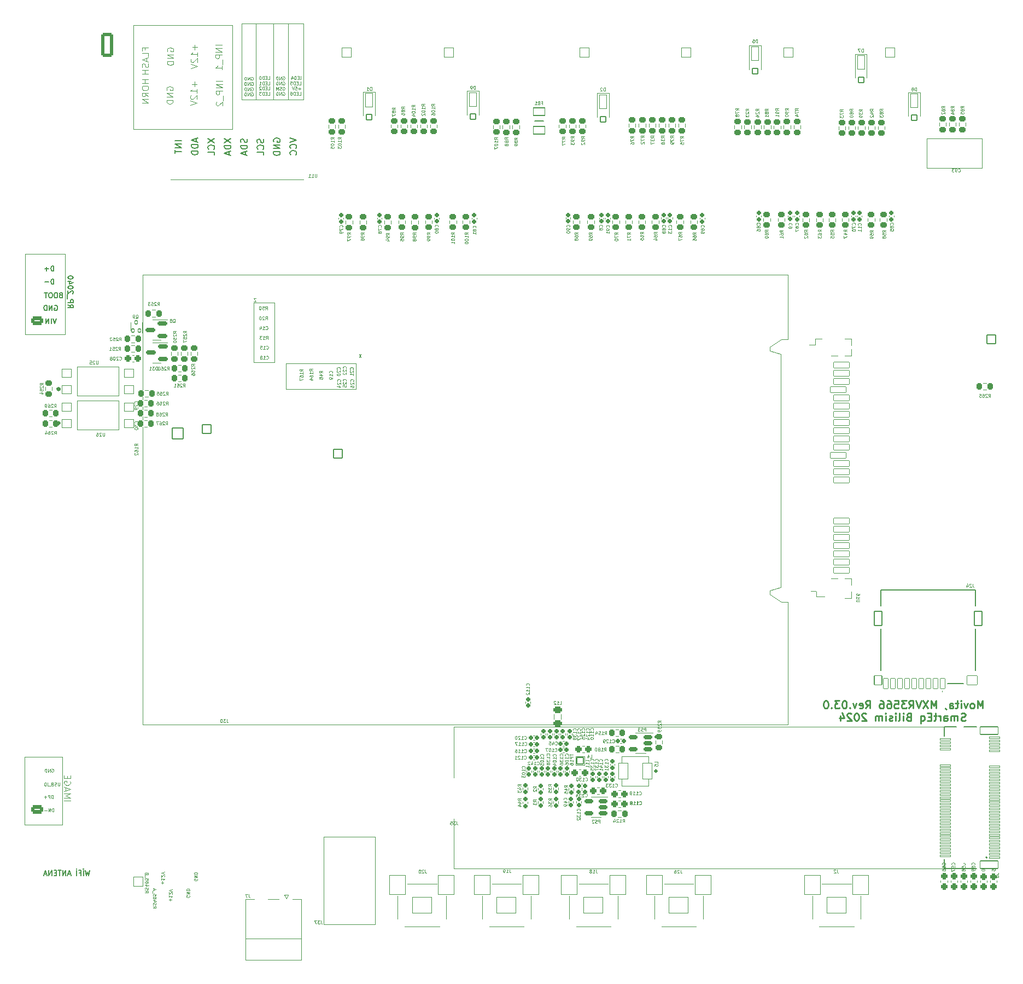
<source format=gbo>
G04 #@! TF.GenerationSoftware,KiCad,Pcbnew,8.0.0-rc1*
G04 #@! TF.CreationDate,2024-05-28T16:40:15+03:00*
G04 #@! TF.ProjectId,MXVR_3566,4d585652-5f33-4353-9636-2e6b69636164,REV1*
G04 #@! TF.SameCoordinates,Original*
G04 #@! TF.FileFunction,Legend,Bot*
G04 #@! TF.FilePolarity,Positive*
%FSLAX46Y46*%
G04 Gerber Fmt 4.6, Leading zero omitted, Abs format (unit mm)*
G04 Created by KiCad (PCBNEW 8.0.0-rc1) date 2024-05-28 16:40:15*
%MOMM*%
%LPD*%
G01*
G04 APERTURE LIST*
G04 Aperture macros list*
%AMRoundRect*
0 Rectangle with rounded corners*
0 $1 Rounding radius*
0 $2 $3 $4 $5 $6 $7 $8 $9 X,Y pos of 4 corners*
0 Add a 4 corners polygon primitive as box body*
4,1,4,$2,$3,$4,$5,$6,$7,$8,$9,$2,$3,0*
0 Add four circle primitives for the rounded corners*
1,1,$1+$1,$2,$3*
1,1,$1+$1,$4,$5*
1,1,$1+$1,$6,$7*
1,1,$1+$1,$8,$9*
0 Add four rect primitives between the rounded corners*
20,1,$1+$1,$2,$3,$4,$5,0*
20,1,$1+$1,$4,$5,$6,$7,0*
20,1,$1+$1,$6,$7,$8,$9,0*
20,1,$1+$1,$8,$9,$2,$3,0*%
G04 Aperture macros list end*
%ADD10C,0.120000*%
%ADD11C,0.100000*%
%ADD12C,0.050000*%
%ADD13C,0.160000*%
%ADD14C,0.150000*%
%ADD15C,0.250000*%
%ADD16C,0.300000*%
%ADD17C,0.200000*%
%ADD18C,0.500000*%
%ADD19C,0.127000*%
%ADD20RoundRect,0.175500X0.538000X0.175500X-0.538000X0.175500X-0.538000X-0.175500X0.538000X-0.175500X0*%
%ADD21RoundRect,0.051000X-0.675000X-0.675000X0.675000X-0.675000X0.675000X0.675000X-0.675000X0.675000X0*%
%ADD22O,1.452000X1.452000*%
%ADD23C,1.602000*%
%ADD24C,1.483000*%
%ADD25C,1.302000*%
%ADD26RoundRect,0.271250X0.654750X-0.379750X0.654750X0.379750X-0.654750X0.379750X-0.654750X-0.379750X0*%
%ADD27O,1.852000X1.302000*%
%ADD28C,2.102000*%
%ADD29C,3.352000*%
%ADD30RoundRect,0.051000X0.750000X0.750000X-0.750000X0.750000X-0.750000X-0.750000X0.750000X-0.750000X0*%
%ADD31C,2.402000*%
%ADD32C,1.752000*%
%ADD33RoundRect,0.051000X-0.850000X-0.850000X0.850000X-0.850000X0.850000X0.850000X-0.850000X0.850000X0*%
%ADD34O,1.802000X1.802000*%
%ADD35RoundRect,0.051000X0.675000X-0.675000X0.675000X0.675000X-0.675000X0.675000X-0.675000X-0.675000X0*%
%ADD36C,2.352000*%
%ADD37C,2.602000*%
%ADD38O,2.102000X2.102000*%
%ADD39C,1.002000*%
%ADD40C,6.302000*%
%ADD41RoundRect,0.264167X0.686833X1.586833X-0.686833X1.586833X-0.686833X-1.586833X0.686833X-1.586833X0*%
%ADD42O,1.902000X3.702000*%
%ADD43C,3.302000*%
%ADD44RoundRect,0.051000X-0.750000X-0.750000X0.750000X-0.750000X0.750000X0.750000X-0.750000X0.750000X0*%
%ADD45RoundRect,0.225500X0.225500X0.300500X-0.225500X0.300500X-0.225500X-0.300500X0.225500X-0.300500X0*%
%ADD46RoundRect,0.165500X-0.195500X0.165500X-0.195500X-0.165500X0.195500X-0.165500X0.195500X0.165500X0*%
%ADD47RoundRect,0.225500X-0.300500X0.225500X-0.300500X-0.225500X0.300500X-0.225500X0.300500X0.225500X0*%
%ADD48RoundRect,0.165500X0.195500X-0.165500X0.195500X0.165500X-0.195500X0.165500X-0.195500X-0.165500X0*%
%ADD49RoundRect,0.175500X0.613000X0.175500X-0.613000X0.175500X-0.613000X-0.175500X0.613000X-0.175500X0*%
%ADD50RoundRect,0.225500X0.300500X-0.225500X0.300500X0.225500X-0.300500X0.225500X-0.300500X-0.225500X0*%
%ADD51RoundRect,0.051000X0.560000X1.085000X-0.560000X1.085000X-0.560000X-1.085000X0.560000X-1.085000X0*%
%ADD52RoundRect,0.051000X0.425000X0.425000X-0.425000X0.425000X-0.425000X-0.425000X0.425000X-0.425000X0*%
%ADD53RoundRect,0.244250X0.244250X0.281750X-0.244250X0.281750X-0.244250X-0.281750X0.244250X-0.281750X0*%
%ADD54RoundRect,0.160500X0.210500X-0.160500X0.210500X0.160500X-0.210500X0.160500X-0.210500X-0.160500X0*%
%ADD55RoundRect,0.051000X0.500000X0.500000X-0.500000X0.500000X-0.500000X-0.500000X0.500000X-0.500000X0*%
%ADD56RoundRect,0.165500X0.165500X0.195500X-0.165500X0.195500X-0.165500X-0.195500X0.165500X-0.195500X0*%
%ADD57RoundRect,0.165500X-0.165500X-0.195500X0.165500X-0.195500X0.165500X0.195500X-0.165500X0.195500X0*%
%ADD58RoundRect,0.225500X-0.225500X-0.300500X0.225500X-0.300500X0.225500X0.300500X-0.225500X0.300500X0*%
%ADD59RoundRect,0.051000X-1.250000X1.500000X-1.250000X-1.500000X1.250000X-1.500000X1.250000X1.500000X0*%
%ADD60RoundRect,0.051000X-1.500000X1.250000X-1.500000X-1.250000X1.500000X-1.250000X1.500000X1.250000X0*%
%ADD61RoundRect,0.250500X-0.250500X-0.275500X0.250500X-0.275500X0.250500X0.275500X-0.250500X0.275500X0*%
%ADD62RoundRect,0.250500X-0.275500X0.250500X-0.275500X-0.250500X0.275500X-0.250500X0.275500X0.250500X0*%
%ADD63RoundRect,0.051000X0.900000X-0.600000X0.900000X0.600000X-0.900000X0.600000X-0.900000X-0.600000X0*%
%ADD64RoundRect,0.051000X0.750000X0.625000X-0.750000X0.625000X-0.750000X-0.625000X0.750000X-0.625000X0*%
%ADD65RoundRect,0.051000X-0.200000X0.255000X-0.200000X-0.255000X0.200000X-0.255000X0.200000X0.255000X0*%
%ADD66C,1.202000*%
%ADD67C,1.702000*%
%ADD68RoundRect,0.051000X0.775000X-0.150000X0.775000X0.150000X-0.775000X0.150000X-0.775000X-0.150000X0*%
%ADD69RoundRect,0.051000X1.375000X-0.600000X1.375000X0.600000X-1.375000X0.600000X-1.375000X-0.600000X0*%
%ADD70RoundRect,0.051000X-0.750000X-1.250000X0.750000X-1.250000X0.750000X1.250000X-0.750000X1.250000X0*%
%ADD71O,3.302000X2.102000*%
%ADD72RoundRect,0.051000X-1.200000X0.450000X-1.200000X-0.450000X1.200000X-0.450000X1.200000X0.450000X0*%
%ADD73RoundRect,0.051000X1.200000X-0.450000X1.200000X0.450000X-1.200000X0.450000X-1.200000X-0.450000X0*%
%ADD74O,1.402000X2.202000*%
%ADD75O,1.402000X2.702000*%
%ADD76RoundRect,0.250500X0.250500X0.275500X-0.250500X0.275500X-0.250500X-0.275500X0.250500X-0.275500X0*%
%ADD77C,1.626000*%
%ADD78C,1.102000*%
%ADD79RoundRect,0.051000X0.350000X0.800000X-0.350000X0.800000X-0.350000X-0.800000X0.350000X-0.800000X0*%
%ADD80RoundRect,0.051000X0.600000X0.700000X-0.600000X0.700000X-0.600000X-0.700000X0.600000X-0.700000X0*%
%ADD81RoundRect,0.051000X0.600000X1.100000X-0.600000X1.100000X-0.600000X-1.100000X0.600000X-1.100000X0*%
%ADD82RoundRect,0.051000X-0.800000X0.700000X-0.800000X-0.700000X0.800000X-0.700000X0.800000X0.700000X0*%
%ADD83RoundRect,0.244250X-0.406750X0.244250X-0.406750X-0.244250X0.406750X-0.244250X0.406750X0.244250X0*%
G04 APERTURE END LIST*
D10*
X88540000Y-25690000D02*
X90840000Y-25690000D01*
X90840000Y-37460000D01*
X88540000Y-37460000D01*
X88540000Y-25690000D01*
X192409900Y-156415000D02*
X116465014Y-156415000D01*
X83630000Y-25690000D02*
X85850000Y-25690000D01*
X85850000Y-37460000D01*
X83630000Y-37460000D01*
X83630000Y-25690000D01*
X50120000Y-61370000D02*
X56330000Y-61370000D01*
X116465014Y-156415000D02*
X116465014Y-134515000D01*
X50050000Y-149650000D02*
X50050000Y-139190000D01*
X55850000Y-149650000D02*
X50050000Y-149650000D01*
X50050000Y-139190000D02*
X55850000Y-139190000D01*
X66910000Y-25917500D02*
X82200000Y-25917500D01*
X82200000Y-42062500D01*
X66910000Y-42062500D01*
X66910000Y-25917500D01*
X85850000Y-25690000D02*
X88540000Y-25690000D01*
X88540000Y-37460000D01*
X85850000Y-37460000D01*
X85850000Y-25690000D01*
X56330000Y-61370000D02*
X56330000Y-73790000D01*
X50120000Y-73790000D02*
X50120000Y-61370000D01*
X56330000Y-73790000D02*
X50120000Y-73790000D01*
X192409900Y-134515000D02*
X116465014Y-134515000D01*
X85500000Y-68850000D02*
X88710000Y-68850000D01*
X88710000Y-78130000D01*
X85500000Y-78130000D01*
X85500000Y-68850000D01*
X90840000Y-25690000D02*
X93220000Y-25690000D01*
X93220000Y-37460000D01*
X90840000Y-37460000D01*
X90840000Y-25690000D01*
X55850000Y-139190000D02*
X55850000Y-149650000D01*
X90460000Y-78250000D02*
X101340000Y-78250000D01*
X101340000Y-82290000D01*
X90460000Y-82290000D01*
X90460000Y-78250000D01*
D11*
X80672531Y-34583884D02*
X79672531Y-34583884D01*
X80672531Y-35060074D02*
X79672531Y-35060074D01*
X79672531Y-35060074D02*
X80672531Y-35631502D01*
X80672531Y-35631502D02*
X79672531Y-35631502D01*
X80672531Y-36107693D02*
X79672531Y-36107693D01*
X79672531Y-36107693D02*
X79672531Y-36488645D01*
X79672531Y-36488645D02*
X79720150Y-36583883D01*
X79720150Y-36583883D02*
X79767769Y-36631502D01*
X79767769Y-36631502D02*
X79863007Y-36679121D01*
X79863007Y-36679121D02*
X80005864Y-36679121D01*
X80005864Y-36679121D02*
X80101102Y-36631502D01*
X80101102Y-36631502D02*
X80148721Y-36583883D01*
X80148721Y-36583883D02*
X80196340Y-36488645D01*
X80196340Y-36488645D02*
X80196340Y-36107693D01*
X80767769Y-36869598D02*
X80767769Y-37631502D01*
X79767769Y-37821979D02*
X79720150Y-37869598D01*
X79720150Y-37869598D02*
X79672531Y-37964836D01*
X79672531Y-37964836D02*
X79672531Y-38202931D01*
X79672531Y-38202931D02*
X79720150Y-38298169D01*
X79720150Y-38298169D02*
X79767769Y-38345788D01*
X79767769Y-38345788D02*
X79863007Y-38393407D01*
X79863007Y-38393407D02*
X79958245Y-38393407D01*
X79958245Y-38393407D02*
X80101102Y-38345788D01*
X80101102Y-38345788D02*
X80672531Y-37774360D01*
X80672531Y-37774360D02*
X80672531Y-38393407D01*
X72130038Y-30007693D02*
X72082419Y-29912455D01*
X72082419Y-29912455D02*
X72082419Y-29769598D01*
X72082419Y-29769598D02*
X72130038Y-29626741D01*
X72130038Y-29626741D02*
X72225276Y-29531503D01*
X72225276Y-29531503D02*
X72320514Y-29483884D01*
X72320514Y-29483884D02*
X72510990Y-29436265D01*
X72510990Y-29436265D02*
X72653847Y-29436265D01*
X72653847Y-29436265D02*
X72844323Y-29483884D01*
X72844323Y-29483884D02*
X72939561Y-29531503D01*
X72939561Y-29531503D02*
X73034800Y-29626741D01*
X73034800Y-29626741D02*
X73082419Y-29769598D01*
X73082419Y-29769598D02*
X73082419Y-29864836D01*
X73082419Y-29864836D02*
X73034800Y-30007693D01*
X73034800Y-30007693D02*
X72987180Y-30055312D01*
X72987180Y-30055312D02*
X72653847Y-30055312D01*
X72653847Y-30055312D02*
X72653847Y-29864836D01*
X73082419Y-30483884D02*
X72082419Y-30483884D01*
X72082419Y-30483884D02*
X73082419Y-31055312D01*
X73082419Y-31055312D02*
X72082419Y-31055312D01*
X73082419Y-31531503D02*
X72082419Y-31531503D01*
X72082419Y-31531503D02*
X72082419Y-31769598D01*
X72082419Y-31769598D02*
X72130038Y-31912455D01*
X72130038Y-31912455D02*
X72225276Y-32007693D01*
X72225276Y-32007693D02*
X72320514Y-32055312D01*
X72320514Y-32055312D02*
X72510990Y-32102931D01*
X72510990Y-32102931D02*
X72653847Y-32102931D01*
X72653847Y-32102931D02*
X72844323Y-32055312D01*
X72844323Y-32055312D02*
X72939561Y-32007693D01*
X72939561Y-32007693D02*
X73034800Y-31912455D01*
X73034800Y-31912455D02*
X73082419Y-31769598D01*
X73082419Y-31769598D02*
X73082419Y-31531503D01*
D12*
X85855529Y-68175426D02*
X85522196Y-68175426D01*
X85522196Y-68175426D02*
X85855529Y-68675426D01*
X85855529Y-68675426D02*
X85522196Y-68675426D01*
D11*
X92693734Y-34338693D02*
X92741353Y-34314884D01*
X92741353Y-34314884D02*
X92765163Y-34267264D01*
X92765163Y-34267264D02*
X92765163Y-33838693D01*
X92503258Y-34076788D02*
X92336591Y-34076788D01*
X92265163Y-34338693D02*
X92503258Y-34338693D01*
X92503258Y-34338693D02*
X92503258Y-33838693D01*
X92503258Y-33838693D02*
X92265163Y-33838693D01*
X92050877Y-34338693D02*
X92050877Y-33838693D01*
X92050877Y-33838693D02*
X91931829Y-33838693D01*
X91931829Y-33838693D02*
X91860401Y-33862503D01*
X91860401Y-33862503D02*
X91812782Y-33910122D01*
X91812782Y-33910122D02*
X91788972Y-33957741D01*
X91788972Y-33957741D02*
X91765163Y-34052979D01*
X91765163Y-34052979D02*
X91765163Y-34124407D01*
X91765163Y-34124407D02*
X91788972Y-34219645D01*
X91788972Y-34219645D02*
X91812782Y-34267264D01*
X91812782Y-34267264D02*
X91860401Y-34314884D01*
X91860401Y-34314884D02*
X91931829Y-34338693D01*
X91931829Y-34338693D02*
X92050877Y-34338693D01*
X91336591Y-34005360D02*
X91336591Y-34338693D01*
X91455639Y-33814884D02*
X91574686Y-34172026D01*
X91574686Y-34172026D02*
X91265163Y-34172026D01*
X92527068Y-35143665D02*
X92765163Y-35143665D01*
X92765163Y-35143665D02*
X92765163Y-34643665D01*
X92360401Y-34881760D02*
X92193734Y-34881760D01*
X92122306Y-35143665D02*
X92360401Y-35143665D01*
X92360401Y-35143665D02*
X92360401Y-34643665D01*
X92360401Y-34643665D02*
X92122306Y-34643665D01*
X91908020Y-35143665D02*
X91908020Y-34643665D01*
X91908020Y-34643665D02*
X91788972Y-34643665D01*
X91788972Y-34643665D02*
X91717544Y-34667475D01*
X91717544Y-34667475D02*
X91669925Y-34715094D01*
X91669925Y-34715094D02*
X91646115Y-34762713D01*
X91646115Y-34762713D02*
X91622306Y-34857951D01*
X91622306Y-34857951D02*
X91622306Y-34929379D01*
X91622306Y-34929379D02*
X91646115Y-35024617D01*
X91646115Y-35024617D02*
X91669925Y-35072236D01*
X91669925Y-35072236D02*
X91717544Y-35119856D01*
X91717544Y-35119856D02*
X91788972Y-35143665D01*
X91788972Y-35143665D02*
X91908020Y-35143665D01*
X91169925Y-34643665D02*
X91408020Y-34643665D01*
X91408020Y-34643665D02*
X91431829Y-34881760D01*
X91431829Y-34881760D02*
X91408020Y-34857951D01*
X91408020Y-34857951D02*
X91360401Y-34834141D01*
X91360401Y-34834141D02*
X91241353Y-34834141D01*
X91241353Y-34834141D02*
X91193734Y-34857951D01*
X91193734Y-34857951D02*
X91169925Y-34881760D01*
X91169925Y-34881760D02*
X91146115Y-34929379D01*
X91146115Y-34929379D02*
X91146115Y-35048427D01*
X91146115Y-35048427D02*
X91169925Y-35096046D01*
X91169925Y-35096046D02*
X91193734Y-35119856D01*
X91193734Y-35119856D02*
X91241353Y-35143665D01*
X91241353Y-35143665D02*
X91360401Y-35143665D01*
X91360401Y-35143665D02*
X91408020Y-35119856D01*
X91408020Y-35119856D02*
X91431829Y-35096046D01*
X92765163Y-35758161D02*
X92384211Y-35758161D01*
X92574687Y-35948637D02*
X92574687Y-35567685D01*
X91908020Y-35448637D02*
X92146115Y-35448637D01*
X92146115Y-35448637D02*
X92169924Y-35686732D01*
X92169924Y-35686732D02*
X92146115Y-35662923D01*
X92146115Y-35662923D02*
X92098496Y-35639113D01*
X92098496Y-35639113D02*
X91979448Y-35639113D01*
X91979448Y-35639113D02*
X91931829Y-35662923D01*
X91931829Y-35662923D02*
X91908020Y-35686732D01*
X91908020Y-35686732D02*
X91884210Y-35734351D01*
X91884210Y-35734351D02*
X91884210Y-35853399D01*
X91884210Y-35853399D02*
X91908020Y-35901018D01*
X91908020Y-35901018D02*
X91931829Y-35924828D01*
X91931829Y-35924828D02*
X91979448Y-35948637D01*
X91979448Y-35948637D02*
X92098496Y-35948637D01*
X92098496Y-35948637D02*
X92146115Y-35924828D01*
X92146115Y-35924828D02*
X92169924Y-35901018D01*
X91741353Y-35448637D02*
X91574687Y-35948637D01*
X91574687Y-35948637D02*
X91408020Y-35448637D01*
X92527068Y-36753609D02*
X92765163Y-36753609D01*
X92765163Y-36753609D02*
X92765163Y-36253609D01*
X92360401Y-36491704D02*
X92193734Y-36491704D01*
X92122306Y-36753609D02*
X92360401Y-36753609D01*
X92360401Y-36753609D02*
X92360401Y-36253609D01*
X92360401Y-36253609D02*
X92122306Y-36253609D01*
X91908020Y-36753609D02*
X91908020Y-36253609D01*
X91908020Y-36253609D02*
X91788972Y-36253609D01*
X91788972Y-36253609D02*
X91717544Y-36277419D01*
X91717544Y-36277419D02*
X91669925Y-36325038D01*
X91669925Y-36325038D02*
X91646115Y-36372657D01*
X91646115Y-36372657D02*
X91622306Y-36467895D01*
X91622306Y-36467895D02*
X91622306Y-36539323D01*
X91622306Y-36539323D02*
X91646115Y-36634561D01*
X91646115Y-36634561D02*
X91669925Y-36682180D01*
X91669925Y-36682180D02*
X91717544Y-36729800D01*
X91717544Y-36729800D02*
X91788972Y-36753609D01*
X91788972Y-36753609D02*
X91908020Y-36753609D01*
X91193734Y-36253609D02*
X91288972Y-36253609D01*
X91288972Y-36253609D02*
X91336591Y-36277419D01*
X91336591Y-36277419D02*
X91360401Y-36301228D01*
X91360401Y-36301228D02*
X91408020Y-36372657D01*
X91408020Y-36372657D02*
X91431829Y-36467895D01*
X91431829Y-36467895D02*
X91431829Y-36658371D01*
X91431829Y-36658371D02*
X91408020Y-36705990D01*
X91408020Y-36705990D02*
X91384210Y-36729800D01*
X91384210Y-36729800D02*
X91336591Y-36753609D01*
X91336591Y-36753609D02*
X91241353Y-36753609D01*
X91241353Y-36753609D02*
X91193734Y-36729800D01*
X91193734Y-36729800D02*
X91169925Y-36705990D01*
X91169925Y-36705990D02*
X91146115Y-36658371D01*
X91146115Y-36658371D02*
X91146115Y-36539323D01*
X91146115Y-36539323D02*
X91169925Y-36491704D01*
X91169925Y-36491704D02*
X91193734Y-36467895D01*
X91193734Y-36467895D02*
X91241353Y-36444085D01*
X91241353Y-36444085D02*
X91336591Y-36444085D01*
X91336591Y-36444085D02*
X91384210Y-36467895D01*
X91384210Y-36467895D02*
X91408020Y-36491704D01*
X91408020Y-36491704D02*
X91431829Y-36539323D01*
X75542580Y-160593258D02*
X75566390Y-160640877D01*
X75566390Y-160640877D02*
X75566390Y-160712306D01*
X75566390Y-160712306D02*
X75542580Y-160783734D01*
X75542580Y-160783734D02*
X75494961Y-160831353D01*
X75494961Y-160831353D02*
X75447342Y-160855163D01*
X75447342Y-160855163D02*
X75352104Y-160878972D01*
X75352104Y-160878972D02*
X75280676Y-160878972D01*
X75280676Y-160878972D02*
X75185438Y-160855163D01*
X75185438Y-160855163D02*
X75137819Y-160831353D01*
X75137819Y-160831353D02*
X75090200Y-160783734D01*
X75090200Y-160783734D02*
X75066390Y-160712306D01*
X75066390Y-160712306D02*
X75066390Y-160664687D01*
X75066390Y-160664687D02*
X75090200Y-160593258D01*
X75090200Y-160593258D02*
X75114009Y-160569449D01*
X75114009Y-160569449D02*
X75280676Y-160569449D01*
X75280676Y-160569449D02*
X75280676Y-160664687D01*
X75066390Y-160355163D02*
X75566390Y-160355163D01*
X75566390Y-160355163D02*
X75066390Y-160069449D01*
X75066390Y-160069449D02*
X75566390Y-160069449D01*
X75066390Y-159831353D02*
X75566390Y-159831353D01*
X75566390Y-159831353D02*
X75566390Y-159712305D01*
X75566390Y-159712305D02*
X75542580Y-159640877D01*
X75542580Y-159640877D02*
X75494961Y-159593258D01*
X75494961Y-159593258D02*
X75447342Y-159569448D01*
X75447342Y-159569448D02*
X75352104Y-159545639D01*
X75352104Y-159545639D02*
X75280676Y-159545639D01*
X75280676Y-159545639D02*
X75185438Y-159569448D01*
X75185438Y-159569448D02*
X75137819Y-159593258D01*
X75137819Y-159593258D02*
X75090200Y-159640877D01*
X75090200Y-159640877D02*
X75066390Y-159712305D01*
X75066390Y-159712305D02*
X75066390Y-159831353D01*
D12*
X54216153Y-141010019D02*
X54263772Y-140986209D01*
X54263772Y-140986209D02*
X54335201Y-140986209D01*
X54335201Y-140986209D02*
X54406629Y-141010019D01*
X54406629Y-141010019D02*
X54454248Y-141057638D01*
X54454248Y-141057638D02*
X54478058Y-141105257D01*
X54478058Y-141105257D02*
X54501867Y-141200495D01*
X54501867Y-141200495D02*
X54501867Y-141271923D01*
X54501867Y-141271923D02*
X54478058Y-141367161D01*
X54478058Y-141367161D02*
X54454248Y-141414780D01*
X54454248Y-141414780D02*
X54406629Y-141462400D01*
X54406629Y-141462400D02*
X54335201Y-141486209D01*
X54335201Y-141486209D02*
X54287582Y-141486209D01*
X54287582Y-141486209D02*
X54216153Y-141462400D01*
X54216153Y-141462400D02*
X54192344Y-141438590D01*
X54192344Y-141438590D02*
X54192344Y-141271923D01*
X54192344Y-141271923D02*
X54287582Y-141271923D01*
X53978058Y-141486209D02*
X53978058Y-140986209D01*
X53978058Y-140986209D02*
X53692344Y-141486209D01*
X53692344Y-141486209D02*
X53692344Y-140986209D01*
X53454248Y-141486209D02*
X53454248Y-140986209D01*
X53454248Y-140986209D02*
X53335200Y-140986209D01*
X53335200Y-140986209D02*
X53263772Y-141010019D01*
X53263772Y-141010019D02*
X53216153Y-141057638D01*
X53216153Y-141057638D02*
X53192343Y-141105257D01*
X53192343Y-141105257D02*
X53168534Y-141200495D01*
X53168534Y-141200495D02*
X53168534Y-141271923D01*
X53168534Y-141271923D02*
X53192343Y-141367161D01*
X53192343Y-141367161D02*
X53216153Y-141414780D01*
X53216153Y-141414780D02*
X53263772Y-141462400D01*
X53263772Y-141462400D02*
X53335200Y-141486209D01*
X53335200Y-141486209D02*
X53454248Y-141486209D01*
D11*
X69886390Y-162249449D02*
X70124485Y-162416115D01*
X69886390Y-162535163D02*
X70386390Y-162535163D01*
X70386390Y-162535163D02*
X70386390Y-162344687D01*
X70386390Y-162344687D02*
X70362580Y-162297068D01*
X70362580Y-162297068D02*
X70338771Y-162273258D01*
X70338771Y-162273258D02*
X70291152Y-162249449D01*
X70291152Y-162249449D02*
X70219723Y-162249449D01*
X70219723Y-162249449D02*
X70172104Y-162273258D01*
X70172104Y-162273258D02*
X70148295Y-162297068D01*
X70148295Y-162297068D02*
X70124485Y-162344687D01*
X70124485Y-162344687D02*
X70124485Y-162535163D01*
X69910200Y-162058972D02*
X69886390Y-161987544D01*
X69886390Y-161987544D02*
X69886390Y-161868496D01*
X69886390Y-161868496D02*
X69910200Y-161820877D01*
X69910200Y-161820877D02*
X69934009Y-161797068D01*
X69934009Y-161797068D02*
X69981628Y-161773258D01*
X69981628Y-161773258D02*
X70029247Y-161773258D01*
X70029247Y-161773258D02*
X70076866Y-161797068D01*
X70076866Y-161797068D02*
X70100676Y-161820877D01*
X70100676Y-161820877D02*
X70124485Y-161868496D01*
X70124485Y-161868496D02*
X70148295Y-161963734D01*
X70148295Y-161963734D02*
X70172104Y-162011353D01*
X70172104Y-162011353D02*
X70195914Y-162035163D01*
X70195914Y-162035163D02*
X70243533Y-162058972D01*
X70243533Y-162058972D02*
X70291152Y-162058972D01*
X70291152Y-162058972D02*
X70338771Y-162035163D01*
X70338771Y-162035163D02*
X70362580Y-162011353D01*
X70362580Y-162011353D02*
X70386390Y-161963734D01*
X70386390Y-161963734D02*
X70386390Y-161844687D01*
X70386390Y-161844687D02*
X70362580Y-161773258D01*
X70219723Y-161344687D02*
X69886390Y-161344687D01*
X70410200Y-161463735D02*
X70053057Y-161582782D01*
X70053057Y-161582782D02*
X70053057Y-161273259D01*
X70172104Y-161011354D02*
X70195914Y-161058973D01*
X70195914Y-161058973D02*
X70219723Y-161082783D01*
X70219723Y-161082783D02*
X70267342Y-161106592D01*
X70267342Y-161106592D02*
X70291152Y-161106592D01*
X70291152Y-161106592D02*
X70338771Y-161082783D01*
X70338771Y-161082783D02*
X70362580Y-161058973D01*
X70362580Y-161058973D02*
X70386390Y-161011354D01*
X70386390Y-161011354D02*
X70386390Y-160916116D01*
X70386390Y-160916116D02*
X70362580Y-160868497D01*
X70362580Y-160868497D02*
X70338771Y-160844688D01*
X70338771Y-160844688D02*
X70291152Y-160820878D01*
X70291152Y-160820878D02*
X70267342Y-160820878D01*
X70267342Y-160820878D02*
X70219723Y-160844688D01*
X70219723Y-160844688D02*
X70195914Y-160868497D01*
X70195914Y-160868497D02*
X70172104Y-160916116D01*
X70172104Y-160916116D02*
X70172104Y-161011354D01*
X70172104Y-161011354D02*
X70148295Y-161058973D01*
X70148295Y-161058973D02*
X70124485Y-161082783D01*
X70124485Y-161082783D02*
X70076866Y-161106592D01*
X70076866Y-161106592D02*
X69981628Y-161106592D01*
X69981628Y-161106592D02*
X69934009Y-161082783D01*
X69934009Y-161082783D02*
X69910200Y-161058973D01*
X69910200Y-161058973D02*
X69886390Y-161011354D01*
X69886390Y-161011354D02*
X69886390Y-160916116D01*
X69886390Y-160916116D02*
X69910200Y-160868497D01*
X69910200Y-160868497D02*
X69934009Y-160844688D01*
X69934009Y-160844688D02*
X69981628Y-160820878D01*
X69981628Y-160820878D02*
X70076866Y-160820878D01*
X70076866Y-160820878D02*
X70124485Y-160844688D01*
X70124485Y-160844688D02*
X70148295Y-160868497D01*
X70148295Y-160868497D02*
X70172104Y-160916116D01*
X70386390Y-160368498D02*
X70386390Y-160606593D01*
X70386390Y-160606593D02*
X70148295Y-160630402D01*
X70148295Y-160630402D02*
X70172104Y-160606593D01*
X70172104Y-160606593D02*
X70195914Y-160558974D01*
X70195914Y-160558974D02*
X70195914Y-160439926D01*
X70195914Y-160439926D02*
X70172104Y-160392307D01*
X70172104Y-160392307D02*
X70148295Y-160368498D01*
X70148295Y-160368498D02*
X70100676Y-160344688D01*
X70100676Y-160344688D02*
X69981628Y-160344688D01*
X69981628Y-160344688D02*
X69934009Y-160368498D01*
X69934009Y-160368498D02*
X69910200Y-160392307D01*
X69910200Y-160392307D02*
X69886390Y-160439926D01*
X69886390Y-160439926D02*
X69886390Y-160558974D01*
X69886390Y-160558974D02*
X69910200Y-160606593D01*
X69910200Y-160606593D02*
X69934009Y-160630402D01*
X69838771Y-160249451D02*
X69838771Y-159868498D01*
X70029247Y-159773260D02*
X70029247Y-159535165D01*
X69886390Y-159820879D02*
X70386390Y-159654213D01*
X70386390Y-159654213D02*
X69886390Y-159487546D01*
D12*
X102135677Y-76856209D02*
X101802344Y-77356209D01*
X101802344Y-76856209D02*
X102135677Y-77356209D01*
D13*
X56726224Y-69207117D02*
X57107177Y-69473784D01*
X56726224Y-69664260D02*
X57526224Y-69664260D01*
X57526224Y-69664260D02*
X57526224Y-69359498D01*
X57526224Y-69359498D02*
X57488129Y-69283308D01*
X57488129Y-69283308D02*
X57450034Y-69245213D01*
X57450034Y-69245213D02*
X57373843Y-69207117D01*
X57373843Y-69207117D02*
X57259558Y-69207117D01*
X57259558Y-69207117D02*
X57183367Y-69245213D01*
X57183367Y-69245213D02*
X57145272Y-69283308D01*
X57145272Y-69283308D02*
X57107177Y-69359498D01*
X57107177Y-69359498D02*
X57107177Y-69664260D01*
X56726224Y-68864260D02*
X57526224Y-68864260D01*
X57526224Y-68864260D02*
X57526224Y-68559498D01*
X57526224Y-68559498D02*
X57488129Y-68483308D01*
X57488129Y-68483308D02*
X57450034Y-68445213D01*
X57450034Y-68445213D02*
X57373843Y-68407117D01*
X57373843Y-68407117D02*
X57259558Y-68407117D01*
X57259558Y-68407117D02*
X57183367Y-68445213D01*
X57183367Y-68445213D02*
X57145272Y-68483308D01*
X57145272Y-68483308D02*
X57107177Y-68559498D01*
X57107177Y-68559498D02*
X57107177Y-68864260D01*
X56650034Y-68254737D02*
X56650034Y-67645213D01*
X57450034Y-67492832D02*
X57488129Y-67454736D01*
X57488129Y-67454736D02*
X57526224Y-67378546D01*
X57526224Y-67378546D02*
X57526224Y-67188070D01*
X57526224Y-67188070D02*
X57488129Y-67111879D01*
X57488129Y-67111879D02*
X57450034Y-67073784D01*
X57450034Y-67073784D02*
X57373843Y-67035689D01*
X57373843Y-67035689D02*
X57297653Y-67035689D01*
X57297653Y-67035689D02*
X57183367Y-67073784D01*
X57183367Y-67073784D02*
X56726224Y-67530927D01*
X56726224Y-67530927D02*
X56726224Y-67035689D01*
X57526224Y-66540450D02*
X57526224Y-66464260D01*
X57526224Y-66464260D02*
X57488129Y-66388069D01*
X57488129Y-66388069D02*
X57450034Y-66349974D01*
X57450034Y-66349974D02*
X57373843Y-66311879D01*
X57373843Y-66311879D02*
X57221462Y-66273784D01*
X57221462Y-66273784D02*
X57030986Y-66273784D01*
X57030986Y-66273784D02*
X56878605Y-66311879D01*
X56878605Y-66311879D02*
X56802415Y-66349974D01*
X56802415Y-66349974D02*
X56764320Y-66388069D01*
X56764320Y-66388069D02*
X56726224Y-66464260D01*
X56726224Y-66464260D02*
X56726224Y-66540450D01*
X56726224Y-66540450D02*
X56764320Y-66616641D01*
X56764320Y-66616641D02*
X56802415Y-66654736D01*
X56802415Y-66654736D02*
X56878605Y-66692831D01*
X56878605Y-66692831D02*
X57030986Y-66730927D01*
X57030986Y-66730927D02*
X57221462Y-66730927D01*
X57221462Y-66730927D02*
X57373843Y-66692831D01*
X57373843Y-66692831D02*
X57450034Y-66654736D01*
X57450034Y-66654736D02*
X57488129Y-66616641D01*
X57488129Y-66616641D02*
X57526224Y-66540450D01*
X57259558Y-65588069D02*
X56726224Y-65588069D01*
X57564320Y-65778545D02*
X56992891Y-65969022D01*
X56992891Y-65969022D02*
X56992891Y-65473783D01*
X57526224Y-65016640D02*
X57526224Y-64940450D01*
X57526224Y-64940450D02*
X57488129Y-64864259D01*
X57488129Y-64864259D02*
X57450034Y-64826164D01*
X57450034Y-64826164D02*
X57373843Y-64788069D01*
X57373843Y-64788069D02*
X57221462Y-64749974D01*
X57221462Y-64749974D02*
X57030986Y-64749974D01*
X57030986Y-64749974D02*
X56878605Y-64788069D01*
X56878605Y-64788069D02*
X56802415Y-64826164D01*
X56802415Y-64826164D02*
X56764320Y-64864259D01*
X56764320Y-64864259D02*
X56726224Y-64940450D01*
X56726224Y-64940450D02*
X56726224Y-65016640D01*
X56726224Y-65016640D02*
X56764320Y-65092831D01*
X56764320Y-65092831D02*
X56802415Y-65130926D01*
X56802415Y-65130926D02*
X56878605Y-65169021D01*
X56878605Y-65169021D02*
X57030986Y-65207117D01*
X57030986Y-65207117D02*
X57221462Y-65207117D01*
X57221462Y-65207117D02*
X57373843Y-65169021D01*
X57373843Y-65169021D02*
X57450034Y-65130926D01*
X57450034Y-65130926D02*
X57488129Y-65092831D01*
X57488129Y-65092831D02*
X57526224Y-65016640D01*
D12*
X54438058Y-145546209D02*
X54438058Y-145046209D01*
X54438058Y-145046209D02*
X54319010Y-145046209D01*
X54319010Y-145046209D02*
X54247582Y-145070019D01*
X54247582Y-145070019D02*
X54199963Y-145117638D01*
X54199963Y-145117638D02*
X54176153Y-145165257D01*
X54176153Y-145165257D02*
X54152344Y-145260495D01*
X54152344Y-145260495D02*
X54152344Y-145331923D01*
X54152344Y-145331923D02*
X54176153Y-145427161D01*
X54176153Y-145427161D02*
X54199963Y-145474780D01*
X54199963Y-145474780D02*
X54247582Y-145522400D01*
X54247582Y-145522400D02*
X54319010Y-145546209D01*
X54319010Y-145546209D02*
X54438058Y-145546209D01*
X53938058Y-145546209D02*
X53938058Y-145046209D01*
X53938058Y-145046209D02*
X53747582Y-145046209D01*
X53747582Y-145046209D02*
X53699963Y-145070019D01*
X53699963Y-145070019D02*
X53676153Y-145093828D01*
X53676153Y-145093828D02*
X53652344Y-145141447D01*
X53652344Y-145141447D02*
X53652344Y-145212876D01*
X53652344Y-145212876D02*
X53676153Y-145260495D01*
X53676153Y-145260495D02*
X53699963Y-145284304D01*
X53699963Y-145284304D02*
X53747582Y-145308114D01*
X53747582Y-145308114D02*
X53938058Y-145308114D01*
X53438058Y-145355733D02*
X53057106Y-145355733D01*
X53247582Y-145546209D02*
X53247582Y-145165257D01*
D11*
X80612475Y-29013884D02*
X79612475Y-29013884D01*
X80612475Y-29490074D02*
X79612475Y-29490074D01*
X79612475Y-29490074D02*
X80612475Y-30061502D01*
X80612475Y-30061502D02*
X79612475Y-30061502D01*
X80612475Y-30537693D02*
X79612475Y-30537693D01*
X79612475Y-30537693D02*
X79612475Y-30918645D01*
X79612475Y-30918645D02*
X79660094Y-31013883D01*
X79660094Y-31013883D02*
X79707713Y-31061502D01*
X79707713Y-31061502D02*
X79802951Y-31109121D01*
X79802951Y-31109121D02*
X79945808Y-31109121D01*
X79945808Y-31109121D02*
X80041046Y-31061502D01*
X80041046Y-31061502D02*
X80088665Y-31013883D01*
X80088665Y-31013883D02*
X80136284Y-30918645D01*
X80136284Y-30918645D02*
X80136284Y-30537693D01*
X80707713Y-31299598D02*
X80707713Y-32061502D01*
X80612475Y-32823407D02*
X80612475Y-32251979D01*
X80612475Y-32537693D02*
X79612475Y-32537693D01*
X79612475Y-32537693D02*
X79755332Y-32442455D01*
X79755332Y-32442455D02*
X79850570Y-32347217D01*
X79850570Y-32347217D02*
X79898189Y-32251979D01*
D13*
X54554260Y-63963775D02*
X54554260Y-63163775D01*
X54554260Y-63163775D02*
X54363784Y-63163775D01*
X54363784Y-63163775D02*
X54249498Y-63201870D01*
X54249498Y-63201870D02*
X54173308Y-63278060D01*
X54173308Y-63278060D02*
X54135213Y-63354251D01*
X54135213Y-63354251D02*
X54097117Y-63506632D01*
X54097117Y-63506632D02*
X54097117Y-63620918D01*
X54097117Y-63620918D02*
X54135213Y-63773299D01*
X54135213Y-63773299D02*
X54173308Y-63849489D01*
X54173308Y-63849489D02*
X54249498Y-63925680D01*
X54249498Y-63925680D02*
X54363784Y-63963775D01*
X54363784Y-63963775D02*
X54554260Y-63963775D01*
X53754260Y-63659013D02*
X53144737Y-63659013D01*
X53449498Y-63963775D02*
X53449498Y-63354251D01*
D11*
X72586866Y-161445163D02*
X72586866Y-161064211D01*
X72396390Y-161254687D02*
X72777342Y-161254687D01*
X72396390Y-160564210D02*
X72396390Y-160849924D01*
X72396390Y-160707067D02*
X72896390Y-160707067D01*
X72896390Y-160707067D02*
X72824961Y-160754686D01*
X72824961Y-160754686D02*
X72777342Y-160802305D01*
X72777342Y-160802305D02*
X72753533Y-160849924D01*
X72848771Y-160373734D02*
X72872580Y-160349925D01*
X72872580Y-160349925D02*
X72896390Y-160302306D01*
X72896390Y-160302306D02*
X72896390Y-160183258D01*
X72896390Y-160183258D02*
X72872580Y-160135639D01*
X72872580Y-160135639D02*
X72848771Y-160111830D01*
X72848771Y-160111830D02*
X72801152Y-160088020D01*
X72801152Y-160088020D02*
X72753533Y-160088020D01*
X72753533Y-160088020D02*
X72682104Y-160111830D01*
X72682104Y-160111830D02*
X72396390Y-160397544D01*
X72396390Y-160397544D02*
X72396390Y-160088020D01*
X72896390Y-159945163D02*
X72396390Y-159778497D01*
X72396390Y-159778497D02*
X72896390Y-159611830D01*
X76330466Y-34673884D02*
X76330466Y-35435789D01*
X76711419Y-35054836D02*
X75949514Y-35054836D01*
X76711419Y-36435788D02*
X76711419Y-35864360D01*
X76711419Y-36150074D02*
X75711419Y-36150074D01*
X75711419Y-36150074D02*
X75854276Y-36054836D01*
X75854276Y-36054836D02*
X75949514Y-35959598D01*
X75949514Y-35959598D02*
X75997133Y-35864360D01*
X75806657Y-36816741D02*
X75759038Y-36864360D01*
X75759038Y-36864360D02*
X75711419Y-36959598D01*
X75711419Y-36959598D02*
X75711419Y-37197693D01*
X75711419Y-37197693D02*
X75759038Y-37292931D01*
X75759038Y-37292931D02*
X75806657Y-37340550D01*
X75806657Y-37340550D02*
X75901895Y-37388169D01*
X75901895Y-37388169D02*
X75997133Y-37388169D01*
X75997133Y-37388169D02*
X76139990Y-37340550D01*
X76139990Y-37340550D02*
X76711419Y-36769122D01*
X76711419Y-36769122D02*
X76711419Y-37388169D01*
X75711419Y-37673884D02*
X76711419Y-38007217D01*
X76711419Y-38007217D02*
X75711419Y-38340550D01*
D12*
X54498058Y-147606209D02*
X54498058Y-147106209D01*
X54498058Y-147106209D02*
X54379010Y-147106209D01*
X54379010Y-147106209D02*
X54307582Y-147130019D01*
X54307582Y-147130019D02*
X54259963Y-147177638D01*
X54259963Y-147177638D02*
X54236153Y-147225257D01*
X54236153Y-147225257D02*
X54212344Y-147320495D01*
X54212344Y-147320495D02*
X54212344Y-147391923D01*
X54212344Y-147391923D02*
X54236153Y-147487161D01*
X54236153Y-147487161D02*
X54259963Y-147534780D01*
X54259963Y-147534780D02*
X54307582Y-147582400D01*
X54307582Y-147582400D02*
X54379010Y-147606209D01*
X54379010Y-147606209D02*
X54498058Y-147606209D01*
X53998058Y-147606209D02*
X53998058Y-147106209D01*
X53998058Y-147106209D02*
X53712344Y-147606209D01*
X53712344Y-147606209D02*
X53712344Y-147106209D01*
X53474248Y-147415733D02*
X53093296Y-147415733D01*
D11*
X76361466Y-28973884D02*
X76361466Y-29735789D01*
X76742419Y-29354836D02*
X75980514Y-29354836D01*
X76742419Y-30735788D02*
X76742419Y-30164360D01*
X76742419Y-30450074D02*
X75742419Y-30450074D01*
X75742419Y-30450074D02*
X75885276Y-30354836D01*
X75885276Y-30354836D02*
X75980514Y-30259598D01*
X75980514Y-30259598D02*
X76028133Y-30164360D01*
X75837657Y-31116741D02*
X75790038Y-31164360D01*
X75790038Y-31164360D02*
X75742419Y-31259598D01*
X75742419Y-31259598D02*
X75742419Y-31497693D01*
X75742419Y-31497693D02*
X75790038Y-31592931D01*
X75790038Y-31592931D02*
X75837657Y-31640550D01*
X75837657Y-31640550D02*
X75932895Y-31688169D01*
X75932895Y-31688169D02*
X76028133Y-31688169D01*
X76028133Y-31688169D02*
X76170990Y-31640550D01*
X76170990Y-31640550D02*
X76742419Y-31069122D01*
X76742419Y-31069122D02*
X76742419Y-31688169D01*
X75742419Y-31973884D02*
X76742419Y-32307217D01*
X76742419Y-32307217D02*
X75742419Y-32640550D01*
X87727068Y-34358693D02*
X87965163Y-34358693D01*
X87965163Y-34358693D02*
X87965163Y-33858693D01*
X87560401Y-34096788D02*
X87393734Y-34096788D01*
X87322306Y-34358693D02*
X87560401Y-34358693D01*
X87560401Y-34358693D02*
X87560401Y-33858693D01*
X87560401Y-33858693D02*
X87322306Y-33858693D01*
X87108020Y-34358693D02*
X87108020Y-33858693D01*
X87108020Y-33858693D02*
X86988972Y-33858693D01*
X86988972Y-33858693D02*
X86917544Y-33882503D01*
X86917544Y-33882503D02*
X86869925Y-33930122D01*
X86869925Y-33930122D02*
X86846115Y-33977741D01*
X86846115Y-33977741D02*
X86822306Y-34072979D01*
X86822306Y-34072979D02*
X86822306Y-34144407D01*
X86822306Y-34144407D02*
X86846115Y-34239645D01*
X86846115Y-34239645D02*
X86869925Y-34287264D01*
X86869925Y-34287264D02*
X86917544Y-34334884D01*
X86917544Y-34334884D02*
X86988972Y-34358693D01*
X86988972Y-34358693D02*
X87108020Y-34358693D01*
X86512782Y-33858693D02*
X86465163Y-33858693D01*
X86465163Y-33858693D02*
X86417544Y-33882503D01*
X86417544Y-33882503D02*
X86393734Y-33906312D01*
X86393734Y-33906312D02*
X86369925Y-33953931D01*
X86369925Y-33953931D02*
X86346115Y-34049169D01*
X86346115Y-34049169D02*
X86346115Y-34168217D01*
X86346115Y-34168217D02*
X86369925Y-34263455D01*
X86369925Y-34263455D02*
X86393734Y-34311074D01*
X86393734Y-34311074D02*
X86417544Y-34334884D01*
X86417544Y-34334884D02*
X86465163Y-34358693D01*
X86465163Y-34358693D02*
X86512782Y-34358693D01*
X86512782Y-34358693D02*
X86560401Y-34334884D01*
X86560401Y-34334884D02*
X86584210Y-34311074D01*
X86584210Y-34311074D02*
X86608020Y-34263455D01*
X86608020Y-34263455D02*
X86631829Y-34168217D01*
X86631829Y-34168217D02*
X86631829Y-34049169D01*
X86631829Y-34049169D02*
X86608020Y-33953931D01*
X86608020Y-33953931D02*
X86584210Y-33906312D01*
X86584210Y-33906312D02*
X86560401Y-33882503D01*
X86560401Y-33882503D02*
X86512782Y-33858693D01*
X87727068Y-35163665D02*
X87965163Y-35163665D01*
X87965163Y-35163665D02*
X87965163Y-34663665D01*
X87560401Y-34901760D02*
X87393734Y-34901760D01*
X87322306Y-35163665D02*
X87560401Y-35163665D01*
X87560401Y-35163665D02*
X87560401Y-34663665D01*
X87560401Y-34663665D02*
X87322306Y-34663665D01*
X87108020Y-35163665D02*
X87108020Y-34663665D01*
X87108020Y-34663665D02*
X86988972Y-34663665D01*
X86988972Y-34663665D02*
X86917544Y-34687475D01*
X86917544Y-34687475D02*
X86869925Y-34735094D01*
X86869925Y-34735094D02*
X86846115Y-34782713D01*
X86846115Y-34782713D02*
X86822306Y-34877951D01*
X86822306Y-34877951D02*
X86822306Y-34949379D01*
X86822306Y-34949379D02*
X86846115Y-35044617D01*
X86846115Y-35044617D02*
X86869925Y-35092236D01*
X86869925Y-35092236D02*
X86917544Y-35139856D01*
X86917544Y-35139856D02*
X86988972Y-35163665D01*
X86988972Y-35163665D02*
X87108020Y-35163665D01*
X86346115Y-35163665D02*
X86631829Y-35163665D01*
X86488972Y-35163665D02*
X86488972Y-34663665D01*
X86488972Y-34663665D02*
X86536591Y-34735094D01*
X86536591Y-34735094D02*
X86584210Y-34782713D01*
X86584210Y-34782713D02*
X86631829Y-34806522D01*
X87727068Y-35968637D02*
X87965163Y-35968637D01*
X87965163Y-35968637D02*
X87965163Y-35468637D01*
X87560401Y-35706732D02*
X87393734Y-35706732D01*
X87322306Y-35968637D02*
X87560401Y-35968637D01*
X87560401Y-35968637D02*
X87560401Y-35468637D01*
X87560401Y-35468637D02*
X87322306Y-35468637D01*
X87108020Y-35968637D02*
X87108020Y-35468637D01*
X87108020Y-35468637D02*
X86988972Y-35468637D01*
X86988972Y-35468637D02*
X86917544Y-35492447D01*
X86917544Y-35492447D02*
X86869925Y-35540066D01*
X86869925Y-35540066D02*
X86846115Y-35587685D01*
X86846115Y-35587685D02*
X86822306Y-35682923D01*
X86822306Y-35682923D02*
X86822306Y-35754351D01*
X86822306Y-35754351D02*
X86846115Y-35849589D01*
X86846115Y-35849589D02*
X86869925Y-35897208D01*
X86869925Y-35897208D02*
X86917544Y-35944828D01*
X86917544Y-35944828D02*
X86988972Y-35968637D01*
X86988972Y-35968637D02*
X87108020Y-35968637D01*
X86631829Y-35516256D02*
X86608020Y-35492447D01*
X86608020Y-35492447D02*
X86560401Y-35468637D01*
X86560401Y-35468637D02*
X86441353Y-35468637D01*
X86441353Y-35468637D02*
X86393734Y-35492447D01*
X86393734Y-35492447D02*
X86369925Y-35516256D01*
X86369925Y-35516256D02*
X86346115Y-35563875D01*
X86346115Y-35563875D02*
X86346115Y-35611494D01*
X86346115Y-35611494D02*
X86369925Y-35682923D01*
X86369925Y-35682923D02*
X86655639Y-35968637D01*
X86655639Y-35968637D02*
X86346115Y-35968637D01*
X87727068Y-36773609D02*
X87965163Y-36773609D01*
X87965163Y-36773609D02*
X87965163Y-36273609D01*
X87560401Y-36511704D02*
X87393734Y-36511704D01*
X87322306Y-36773609D02*
X87560401Y-36773609D01*
X87560401Y-36773609D02*
X87560401Y-36273609D01*
X87560401Y-36273609D02*
X87322306Y-36273609D01*
X87108020Y-36773609D02*
X87108020Y-36273609D01*
X87108020Y-36273609D02*
X86988972Y-36273609D01*
X86988972Y-36273609D02*
X86917544Y-36297419D01*
X86917544Y-36297419D02*
X86869925Y-36345038D01*
X86869925Y-36345038D02*
X86846115Y-36392657D01*
X86846115Y-36392657D02*
X86822306Y-36487895D01*
X86822306Y-36487895D02*
X86822306Y-36559323D01*
X86822306Y-36559323D02*
X86846115Y-36654561D01*
X86846115Y-36654561D02*
X86869925Y-36702180D01*
X86869925Y-36702180D02*
X86917544Y-36749800D01*
X86917544Y-36749800D02*
X86988972Y-36773609D01*
X86988972Y-36773609D02*
X87108020Y-36773609D01*
X86655639Y-36273609D02*
X86346115Y-36273609D01*
X86346115Y-36273609D02*
X86512782Y-36464085D01*
X86512782Y-36464085D02*
X86441353Y-36464085D01*
X86441353Y-36464085D02*
X86393734Y-36487895D01*
X86393734Y-36487895D02*
X86369925Y-36511704D01*
X86369925Y-36511704D02*
X86346115Y-36559323D01*
X86346115Y-36559323D02*
X86346115Y-36678371D01*
X86346115Y-36678371D02*
X86369925Y-36725990D01*
X86369925Y-36725990D02*
X86393734Y-36749800D01*
X86393734Y-36749800D02*
X86441353Y-36773609D01*
X86441353Y-36773609D02*
X86584210Y-36773609D01*
X86584210Y-36773609D02*
X86631829Y-36749800D01*
X86631829Y-36749800D02*
X86655639Y-36725990D01*
X68686390Y-159829449D02*
X68924485Y-159996115D01*
X68686390Y-160115163D02*
X69186390Y-160115163D01*
X69186390Y-160115163D02*
X69186390Y-159924687D01*
X69186390Y-159924687D02*
X69162580Y-159877068D01*
X69162580Y-159877068D02*
X69138771Y-159853258D01*
X69138771Y-159853258D02*
X69091152Y-159829449D01*
X69091152Y-159829449D02*
X69019723Y-159829449D01*
X69019723Y-159829449D02*
X68972104Y-159853258D01*
X68972104Y-159853258D02*
X68948295Y-159877068D01*
X68948295Y-159877068D02*
X68924485Y-159924687D01*
X68924485Y-159924687D02*
X68924485Y-160115163D01*
X68710200Y-159638972D02*
X68686390Y-159567544D01*
X68686390Y-159567544D02*
X68686390Y-159448496D01*
X68686390Y-159448496D02*
X68710200Y-159400877D01*
X68710200Y-159400877D02*
X68734009Y-159377068D01*
X68734009Y-159377068D02*
X68781628Y-159353258D01*
X68781628Y-159353258D02*
X68829247Y-159353258D01*
X68829247Y-159353258D02*
X68876866Y-159377068D01*
X68876866Y-159377068D02*
X68900676Y-159400877D01*
X68900676Y-159400877D02*
X68924485Y-159448496D01*
X68924485Y-159448496D02*
X68948295Y-159543734D01*
X68948295Y-159543734D02*
X68972104Y-159591353D01*
X68972104Y-159591353D02*
X68995914Y-159615163D01*
X68995914Y-159615163D02*
X69043533Y-159638972D01*
X69043533Y-159638972D02*
X69091152Y-159638972D01*
X69091152Y-159638972D02*
X69138771Y-159615163D01*
X69138771Y-159615163D02*
X69162580Y-159591353D01*
X69162580Y-159591353D02*
X69186390Y-159543734D01*
X69186390Y-159543734D02*
X69186390Y-159424687D01*
X69186390Y-159424687D02*
X69162580Y-159353258D01*
X69019723Y-158924687D02*
X68686390Y-158924687D01*
X69210200Y-159043735D02*
X68853057Y-159162782D01*
X68853057Y-159162782D02*
X68853057Y-158853259D01*
X68972104Y-158591354D02*
X68995914Y-158638973D01*
X68995914Y-158638973D02*
X69019723Y-158662783D01*
X69019723Y-158662783D02*
X69067342Y-158686592D01*
X69067342Y-158686592D02*
X69091152Y-158686592D01*
X69091152Y-158686592D02*
X69138771Y-158662783D01*
X69138771Y-158662783D02*
X69162580Y-158638973D01*
X69162580Y-158638973D02*
X69186390Y-158591354D01*
X69186390Y-158591354D02*
X69186390Y-158496116D01*
X69186390Y-158496116D02*
X69162580Y-158448497D01*
X69162580Y-158448497D02*
X69138771Y-158424688D01*
X69138771Y-158424688D02*
X69091152Y-158400878D01*
X69091152Y-158400878D02*
X69067342Y-158400878D01*
X69067342Y-158400878D02*
X69019723Y-158424688D01*
X69019723Y-158424688D02*
X68995914Y-158448497D01*
X68995914Y-158448497D02*
X68972104Y-158496116D01*
X68972104Y-158496116D02*
X68972104Y-158591354D01*
X68972104Y-158591354D02*
X68948295Y-158638973D01*
X68948295Y-158638973D02*
X68924485Y-158662783D01*
X68924485Y-158662783D02*
X68876866Y-158686592D01*
X68876866Y-158686592D02*
X68781628Y-158686592D01*
X68781628Y-158686592D02*
X68734009Y-158662783D01*
X68734009Y-158662783D02*
X68710200Y-158638973D01*
X68710200Y-158638973D02*
X68686390Y-158591354D01*
X68686390Y-158591354D02*
X68686390Y-158496116D01*
X68686390Y-158496116D02*
X68710200Y-158448497D01*
X68710200Y-158448497D02*
X68734009Y-158424688D01*
X68734009Y-158424688D02*
X68781628Y-158400878D01*
X68781628Y-158400878D02*
X68876866Y-158400878D01*
X68876866Y-158400878D02*
X68924485Y-158424688D01*
X68924485Y-158424688D02*
X68948295Y-158448497D01*
X68948295Y-158448497D02*
X68972104Y-158496116D01*
X69186390Y-157948498D02*
X69186390Y-158186593D01*
X69186390Y-158186593D02*
X68948295Y-158210402D01*
X68948295Y-158210402D02*
X68972104Y-158186593D01*
X68972104Y-158186593D02*
X68995914Y-158138974D01*
X68995914Y-158138974D02*
X68995914Y-158019926D01*
X68995914Y-158019926D02*
X68972104Y-157972307D01*
X68972104Y-157972307D02*
X68948295Y-157948498D01*
X68948295Y-157948498D02*
X68900676Y-157924688D01*
X68900676Y-157924688D02*
X68781628Y-157924688D01*
X68781628Y-157924688D02*
X68734009Y-157948498D01*
X68734009Y-157948498D02*
X68710200Y-157972307D01*
X68710200Y-157972307D02*
X68686390Y-158019926D01*
X68686390Y-158019926D02*
X68686390Y-158138974D01*
X68686390Y-158138974D02*
X68710200Y-158186593D01*
X68710200Y-158186593D02*
X68734009Y-158210402D01*
X68638771Y-157829451D02*
X68638771Y-157448498D01*
X68948295Y-157162784D02*
X68924485Y-157091356D01*
X68924485Y-157091356D02*
X68900676Y-157067546D01*
X68900676Y-157067546D02*
X68853057Y-157043737D01*
X68853057Y-157043737D02*
X68781628Y-157043737D01*
X68781628Y-157043737D02*
X68734009Y-157067546D01*
X68734009Y-157067546D02*
X68710200Y-157091356D01*
X68710200Y-157091356D02*
X68686390Y-157138975D01*
X68686390Y-157138975D02*
X68686390Y-157329451D01*
X68686390Y-157329451D02*
X69186390Y-157329451D01*
X69186390Y-157329451D02*
X69186390Y-157162784D01*
X69186390Y-157162784D02*
X69162580Y-157115165D01*
X69162580Y-157115165D02*
X69138771Y-157091356D01*
X69138771Y-157091356D02*
X69091152Y-157067546D01*
X69091152Y-157067546D02*
X69043533Y-157067546D01*
X69043533Y-157067546D02*
X68995914Y-157091356D01*
X68995914Y-157091356D02*
X68972104Y-157115165D01*
X68972104Y-157115165D02*
X68948295Y-157162784D01*
X68948295Y-157162784D02*
X68948295Y-157329451D01*
D12*
X55438058Y-143106209D02*
X55438058Y-143510971D01*
X55438058Y-143510971D02*
X55414248Y-143558590D01*
X55414248Y-143558590D02*
X55390439Y-143582400D01*
X55390439Y-143582400D02*
X55342820Y-143606209D01*
X55342820Y-143606209D02*
X55247582Y-143606209D01*
X55247582Y-143606209D02*
X55199963Y-143582400D01*
X55199963Y-143582400D02*
X55176153Y-143558590D01*
X55176153Y-143558590D02*
X55152344Y-143510971D01*
X55152344Y-143510971D02*
X55152344Y-143106209D01*
X54938057Y-143582400D02*
X54866629Y-143606209D01*
X54866629Y-143606209D02*
X54747581Y-143606209D01*
X54747581Y-143606209D02*
X54699962Y-143582400D01*
X54699962Y-143582400D02*
X54676153Y-143558590D01*
X54676153Y-143558590D02*
X54652343Y-143510971D01*
X54652343Y-143510971D02*
X54652343Y-143463352D01*
X54652343Y-143463352D02*
X54676153Y-143415733D01*
X54676153Y-143415733D02*
X54699962Y-143391923D01*
X54699962Y-143391923D02*
X54747581Y-143368114D01*
X54747581Y-143368114D02*
X54842819Y-143344304D01*
X54842819Y-143344304D02*
X54890438Y-143320495D01*
X54890438Y-143320495D02*
X54914248Y-143296685D01*
X54914248Y-143296685D02*
X54938057Y-143249066D01*
X54938057Y-143249066D02*
X54938057Y-143201447D01*
X54938057Y-143201447D02*
X54914248Y-143153828D01*
X54914248Y-143153828D02*
X54890438Y-143130019D01*
X54890438Y-143130019D02*
X54842819Y-143106209D01*
X54842819Y-143106209D02*
X54723772Y-143106209D01*
X54723772Y-143106209D02*
X54652343Y-143130019D01*
X54271391Y-143344304D02*
X54199963Y-143368114D01*
X54199963Y-143368114D02*
X54176153Y-143391923D01*
X54176153Y-143391923D02*
X54152344Y-143439542D01*
X54152344Y-143439542D02*
X54152344Y-143510971D01*
X54152344Y-143510971D02*
X54176153Y-143558590D01*
X54176153Y-143558590D02*
X54199963Y-143582400D01*
X54199963Y-143582400D02*
X54247582Y-143606209D01*
X54247582Y-143606209D02*
X54438058Y-143606209D01*
X54438058Y-143606209D02*
X54438058Y-143106209D01*
X54438058Y-143106209D02*
X54271391Y-143106209D01*
X54271391Y-143106209D02*
X54223772Y-143130019D01*
X54223772Y-143130019D02*
X54199963Y-143153828D01*
X54199963Y-143153828D02*
X54176153Y-143201447D01*
X54176153Y-143201447D02*
X54176153Y-143249066D01*
X54176153Y-143249066D02*
X54199963Y-143296685D01*
X54199963Y-143296685D02*
X54223772Y-143320495D01*
X54223772Y-143320495D02*
X54271391Y-143344304D01*
X54271391Y-143344304D02*
X54438058Y-143344304D01*
X54057106Y-143653828D02*
X53676153Y-143653828D01*
X53557106Y-143606209D02*
X53557106Y-143106209D01*
X53319011Y-143606209D02*
X53319011Y-143106209D01*
X53319011Y-143106209D02*
X53199963Y-143106209D01*
X53199963Y-143106209D02*
X53128535Y-143130019D01*
X53128535Y-143130019D02*
X53080916Y-143177638D01*
X53080916Y-143177638D02*
X53057106Y-143225257D01*
X53057106Y-143225257D02*
X53033297Y-143320495D01*
X53033297Y-143320495D02*
X53033297Y-143391923D01*
X53033297Y-143391923D02*
X53057106Y-143487161D01*
X53057106Y-143487161D02*
X53080916Y-143534780D01*
X53080916Y-143534780D02*
X53128535Y-143582400D01*
X53128535Y-143582400D02*
X53199963Y-143606209D01*
X53199963Y-143606209D02*
X53319011Y-143606209D01*
D13*
X60130451Y-156713775D02*
X59939975Y-157513775D01*
X59939975Y-157513775D02*
X59787594Y-156942346D01*
X59787594Y-156942346D02*
X59635213Y-157513775D01*
X59635213Y-157513775D02*
X59444737Y-156713775D01*
X59139974Y-157513775D02*
X59139974Y-156713775D01*
X59139974Y-156447108D02*
X59178070Y-156485203D01*
X59178070Y-156485203D02*
X59139974Y-156523299D01*
X59139974Y-156523299D02*
X59101879Y-156485203D01*
X59101879Y-156485203D02*
X59139974Y-156447108D01*
X59139974Y-156447108D02*
X59139974Y-156523299D01*
X58492356Y-157094727D02*
X58759022Y-157094727D01*
X58759022Y-157513775D02*
X58759022Y-156713775D01*
X58759022Y-156713775D02*
X58378070Y-156713775D01*
X58073308Y-157513775D02*
X58073308Y-156713775D01*
X58073308Y-156447108D02*
X58111404Y-156485203D01*
X58111404Y-156485203D02*
X58073308Y-156523299D01*
X58073308Y-156523299D02*
X58035213Y-156485203D01*
X58035213Y-156485203D02*
X58073308Y-156447108D01*
X58073308Y-156447108D02*
X58073308Y-156523299D01*
X57120928Y-157285203D02*
X56739975Y-157285203D01*
X57197118Y-157513775D02*
X56930451Y-156713775D01*
X56930451Y-156713775D02*
X56663785Y-157513775D01*
X56397118Y-157513775D02*
X56397118Y-156713775D01*
X56397118Y-156713775D02*
X55939975Y-157513775D01*
X55939975Y-157513775D02*
X55939975Y-156713775D01*
X55673309Y-156713775D02*
X55216166Y-156713775D01*
X55444738Y-157513775D02*
X55444738Y-156713775D01*
X54949499Y-157094727D02*
X54682833Y-157094727D01*
X54568547Y-157513775D02*
X54949499Y-157513775D01*
X54949499Y-157513775D02*
X54949499Y-156713775D01*
X54949499Y-156713775D02*
X54568547Y-156713775D01*
X54225689Y-157513775D02*
X54225689Y-156713775D01*
X54225689Y-156713775D02*
X53768546Y-157513775D01*
X53768546Y-157513775D02*
X53768546Y-156713775D01*
X53425690Y-157285203D02*
X53044737Y-157285203D01*
X53501880Y-157513775D02*
X53235213Y-156713775D01*
X53235213Y-156713775D02*
X52968547Y-157513775D01*
D11*
X90023258Y-33912503D02*
X90070877Y-33888693D01*
X90070877Y-33888693D02*
X90142306Y-33888693D01*
X90142306Y-33888693D02*
X90213734Y-33912503D01*
X90213734Y-33912503D02*
X90261353Y-33960122D01*
X90261353Y-33960122D02*
X90285163Y-34007741D01*
X90285163Y-34007741D02*
X90308972Y-34102979D01*
X90308972Y-34102979D02*
X90308972Y-34174407D01*
X90308972Y-34174407D02*
X90285163Y-34269645D01*
X90285163Y-34269645D02*
X90261353Y-34317264D01*
X90261353Y-34317264D02*
X90213734Y-34364884D01*
X90213734Y-34364884D02*
X90142306Y-34388693D01*
X90142306Y-34388693D02*
X90094687Y-34388693D01*
X90094687Y-34388693D02*
X90023258Y-34364884D01*
X90023258Y-34364884D02*
X89999449Y-34341074D01*
X89999449Y-34341074D02*
X89999449Y-34174407D01*
X89999449Y-34174407D02*
X90094687Y-34174407D01*
X89785163Y-34388693D02*
X89785163Y-33888693D01*
X89785163Y-33888693D02*
X89499449Y-34388693D01*
X89499449Y-34388693D02*
X89499449Y-33888693D01*
X89261353Y-34388693D02*
X89261353Y-33888693D01*
X89261353Y-33888693D02*
X89142305Y-33888693D01*
X89142305Y-33888693D02*
X89070877Y-33912503D01*
X89070877Y-33912503D02*
X89023258Y-33960122D01*
X89023258Y-33960122D02*
X88999448Y-34007741D01*
X88999448Y-34007741D02*
X88975639Y-34102979D01*
X88975639Y-34102979D02*
X88975639Y-34174407D01*
X88975639Y-34174407D02*
X88999448Y-34269645D01*
X88999448Y-34269645D02*
X89023258Y-34317264D01*
X89023258Y-34317264D02*
X89070877Y-34364884D01*
X89070877Y-34364884D02*
X89142305Y-34388693D01*
X89142305Y-34388693D02*
X89261353Y-34388693D01*
X90023258Y-34717475D02*
X90070877Y-34693665D01*
X90070877Y-34693665D02*
X90142306Y-34693665D01*
X90142306Y-34693665D02*
X90213734Y-34717475D01*
X90213734Y-34717475D02*
X90261353Y-34765094D01*
X90261353Y-34765094D02*
X90285163Y-34812713D01*
X90285163Y-34812713D02*
X90308972Y-34907951D01*
X90308972Y-34907951D02*
X90308972Y-34979379D01*
X90308972Y-34979379D02*
X90285163Y-35074617D01*
X90285163Y-35074617D02*
X90261353Y-35122236D01*
X90261353Y-35122236D02*
X90213734Y-35169856D01*
X90213734Y-35169856D02*
X90142306Y-35193665D01*
X90142306Y-35193665D02*
X90094687Y-35193665D01*
X90094687Y-35193665D02*
X90023258Y-35169856D01*
X90023258Y-35169856D02*
X89999449Y-35146046D01*
X89999449Y-35146046D02*
X89999449Y-34979379D01*
X89999449Y-34979379D02*
X90094687Y-34979379D01*
X89785163Y-35193665D02*
X89785163Y-34693665D01*
X89785163Y-34693665D02*
X89499449Y-35193665D01*
X89499449Y-35193665D02*
X89499449Y-34693665D01*
X89261353Y-35193665D02*
X89261353Y-34693665D01*
X89261353Y-34693665D02*
X89142305Y-34693665D01*
X89142305Y-34693665D02*
X89070877Y-34717475D01*
X89070877Y-34717475D02*
X89023258Y-34765094D01*
X89023258Y-34765094D02*
X88999448Y-34812713D01*
X88999448Y-34812713D02*
X88975639Y-34907951D01*
X88975639Y-34907951D02*
X88975639Y-34979379D01*
X88975639Y-34979379D02*
X88999448Y-35074617D01*
X88999448Y-35074617D02*
X89023258Y-35122236D01*
X89023258Y-35122236D02*
X89070877Y-35169856D01*
X89070877Y-35169856D02*
X89142305Y-35193665D01*
X89142305Y-35193665D02*
X89261353Y-35193665D01*
X90023258Y-35522447D02*
X90070877Y-35498637D01*
X90070877Y-35498637D02*
X90142306Y-35498637D01*
X90142306Y-35498637D02*
X90213734Y-35522447D01*
X90213734Y-35522447D02*
X90261353Y-35570066D01*
X90261353Y-35570066D02*
X90285163Y-35617685D01*
X90285163Y-35617685D02*
X90308972Y-35712923D01*
X90308972Y-35712923D02*
X90308972Y-35784351D01*
X90308972Y-35784351D02*
X90285163Y-35879589D01*
X90285163Y-35879589D02*
X90261353Y-35927208D01*
X90261353Y-35927208D02*
X90213734Y-35974828D01*
X90213734Y-35974828D02*
X90142306Y-35998637D01*
X90142306Y-35998637D02*
X90094687Y-35998637D01*
X90094687Y-35998637D02*
X90023258Y-35974828D01*
X90023258Y-35974828D02*
X89999449Y-35951018D01*
X89999449Y-35951018D02*
X89999449Y-35784351D01*
X89999449Y-35784351D02*
X90094687Y-35784351D01*
X89808972Y-35974828D02*
X89737544Y-35998637D01*
X89737544Y-35998637D02*
X89618496Y-35998637D01*
X89618496Y-35998637D02*
X89570877Y-35974828D01*
X89570877Y-35974828D02*
X89547068Y-35951018D01*
X89547068Y-35951018D02*
X89523258Y-35903399D01*
X89523258Y-35903399D02*
X89523258Y-35855780D01*
X89523258Y-35855780D02*
X89547068Y-35808161D01*
X89547068Y-35808161D02*
X89570877Y-35784351D01*
X89570877Y-35784351D02*
X89618496Y-35760542D01*
X89618496Y-35760542D02*
X89713734Y-35736732D01*
X89713734Y-35736732D02*
X89761353Y-35712923D01*
X89761353Y-35712923D02*
X89785163Y-35689113D01*
X89785163Y-35689113D02*
X89808972Y-35641494D01*
X89808972Y-35641494D02*
X89808972Y-35593875D01*
X89808972Y-35593875D02*
X89785163Y-35546256D01*
X89785163Y-35546256D02*
X89761353Y-35522447D01*
X89761353Y-35522447D02*
X89713734Y-35498637D01*
X89713734Y-35498637D02*
X89594687Y-35498637D01*
X89594687Y-35498637D02*
X89523258Y-35522447D01*
X89308973Y-35998637D02*
X89308973Y-35498637D01*
X89308973Y-35498637D02*
X89142306Y-35855780D01*
X89142306Y-35855780D02*
X88975640Y-35498637D01*
X88975640Y-35498637D02*
X88975640Y-35998637D01*
X90023258Y-36327419D02*
X90070877Y-36303609D01*
X90070877Y-36303609D02*
X90142306Y-36303609D01*
X90142306Y-36303609D02*
X90213734Y-36327419D01*
X90213734Y-36327419D02*
X90261353Y-36375038D01*
X90261353Y-36375038D02*
X90285163Y-36422657D01*
X90285163Y-36422657D02*
X90308972Y-36517895D01*
X90308972Y-36517895D02*
X90308972Y-36589323D01*
X90308972Y-36589323D02*
X90285163Y-36684561D01*
X90285163Y-36684561D02*
X90261353Y-36732180D01*
X90261353Y-36732180D02*
X90213734Y-36779800D01*
X90213734Y-36779800D02*
X90142306Y-36803609D01*
X90142306Y-36803609D02*
X90094687Y-36803609D01*
X90094687Y-36803609D02*
X90023258Y-36779800D01*
X90023258Y-36779800D02*
X89999449Y-36755990D01*
X89999449Y-36755990D02*
X89999449Y-36589323D01*
X89999449Y-36589323D02*
X90094687Y-36589323D01*
X89785163Y-36803609D02*
X89785163Y-36303609D01*
X89785163Y-36303609D02*
X89499449Y-36803609D01*
X89499449Y-36803609D02*
X89499449Y-36303609D01*
X89261353Y-36803609D02*
X89261353Y-36303609D01*
X89261353Y-36303609D02*
X89142305Y-36303609D01*
X89142305Y-36303609D02*
X89070877Y-36327419D01*
X89070877Y-36327419D02*
X89023258Y-36375038D01*
X89023258Y-36375038D02*
X88999448Y-36422657D01*
X88999448Y-36422657D02*
X88975639Y-36517895D01*
X88975639Y-36517895D02*
X88975639Y-36589323D01*
X88975639Y-36589323D02*
X88999448Y-36684561D01*
X88999448Y-36684561D02*
X89023258Y-36732180D01*
X89023258Y-36732180D02*
X89070877Y-36779800D01*
X89070877Y-36779800D02*
X89142305Y-36803609D01*
X89142305Y-36803609D02*
X89261353Y-36803609D01*
D13*
X55637594Y-67694727D02*
X55523308Y-67732822D01*
X55523308Y-67732822D02*
X55485213Y-67770918D01*
X55485213Y-67770918D02*
X55447117Y-67847108D01*
X55447117Y-67847108D02*
X55447117Y-67961394D01*
X55447117Y-67961394D02*
X55485213Y-68037584D01*
X55485213Y-68037584D02*
X55523308Y-68075680D01*
X55523308Y-68075680D02*
X55599498Y-68113775D01*
X55599498Y-68113775D02*
X55904260Y-68113775D01*
X55904260Y-68113775D02*
X55904260Y-67313775D01*
X55904260Y-67313775D02*
X55637594Y-67313775D01*
X55637594Y-67313775D02*
X55561403Y-67351870D01*
X55561403Y-67351870D02*
X55523308Y-67389965D01*
X55523308Y-67389965D02*
X55485213Y-67466156D01*
X55485213Y-67466156D02*
X55485213Y-67542346D01*
X55485213Y-67542346D02*
X55523308Y-67618537D01*
X55523308Y-67618537D02*
X55561403Y-67656632D01*
X55561403Y-67656632D02*
X55637594Y-67694727D01*
X55637594Y-67694727D02*
X55904260Y-67694727D01*
X54951879Y-67313775D02*
X54799498Y-67313775D01*
X54799498Y-67313775D02*
X54723308Y-67351870D01*
X54723308Y-67351870D02*
X54647117Y-67428060D01*
X54647117Y-67428060D02*
X54609022Y-67580441D01*
X54609022Y-67580441D02*
X54609022Y-67847108D01*
X54609022Y-67847108D02*
X54647117Y-67999489D01*
X54647117Y-67999489D02*
X54723308Y-68075680D01*
X54723308Y-68075680D02*
X54799498Y-68113775D01*
X54799498Y-68113775D02*
X54951879Y-68113775D01*
X54951879Y-68113775D02*
X55028070Y-68075680D01*
X55028070Y-68075680D02*
X55104260Y-67999489D01*
X55104260Y-67999489D02*
X55142356Y-67847108D01*
X55142356Y-67847108D02*
X55142356Y-67580441D01*
X55142356Y-67580441D02*
X55104260Y-67428060D01*
X55104260Y-67428060D02*
X55028070Y-67351870D01*
X55028070Y-67351870D02*
X54951879Y-67313775D01*
X54113784Y-67313775D02*
X53961403Y-67313775D01*
X53961403Y-67313775D02*
X53885213Y-67351870D01*
X53885213Y-67351870D02*
X53809022Y-67428060D01*
X53809022Y-67428060D02*
X53770927Y-67580441D01*
X53770927Y-67580441D02*
X53770927Y-67847108D01*
X53770927Y-67847108D02*
X53809022Y-67999489D01*
X53809022Y-67999489D02*
X53885213Y-68075680D01*
X53885213Y-68075680D02*
X53961403Y-68113775D01*
X53961403Y-68113775D02*
X54113784Y-68113775D01*
X54113784Y-68113775D02*
X54189975Y-68075680D01*
X54189975Y-68075680D02*
X54266165Y-67999489D01*
X54266165Y-67999489D02*
X54304261Y-67847108D01*
X54304261Y-67847108D02*
X54304261Y-67580441D01*
X54304261Y-67580441D02*
X54266165Y-67428060D01*
X54266165Y-67428060D02*
X54189975Y-67351870D01*
X54189975Y-67351870D02*
X54113784Y-67313775D01*
X53542356Y-67313775D02*
X53085213Y-67313775D01*
X53313785Y-68113775D02*
X53313785Y-67313775D01*
D11*
X56117580Y-145946115D02*
X57117580Y-145946115D01*
X56117580Y-145469925D02*
X57117580Y-145469925D01*
X57117580Y-145469925D02*
X56403295Y-145136592D01*
X56403295Y-145136592D02*
X57117580Y-144803259D01*
X57117580Y-144803259D02*
X56117580Y-144803259D01*
X56403295Y-144374687D02*
X56403295Y-143898497D01*
X56117580Y-144469925D02*
X57117580Y-144136592D01*
X57117580Y-144136592D02*
X56117580Y-143803259D01*
X57069961Y-142946116D02*
X57117580Y-143041354D01*
X57117580Y-143041354D02*
X57117580Y-143184211D01*
X57117580Y-143184211D02*
X57069961Y-143327068D01*
X57069961Y-143327068D02*
X56974723Y-143422306D01*
X56974723Y-143422306D02*
X56879485Y-143469925D01*
X56879485Y-143469925D02*
X56689009Y-143517544D01*
X56689009Y-143517544D02*
X56546152Y-143517544D01*
X56546152Y-143517544D02*
X56355676Y-143469925D01*
X56355676Y-143469925D02*
X56260438Y-143422306D01*
X56260438Y-143422306D02*
X56165200Y-143327068D01*
X56165200Y-143327068D02*
X56117580Y-143184211D01*
X56117580Y-143184211D02*
X56117580Y-143088973D01*
X56117580Y-143088973D02*
X56165200Y-142946116D01*
X56165200Y-142946116D02*
X56212819Y-142898497D01*
X56212819Y-142898497D02*
X56546152Y-142898497D01*
X56546152Y-142898497D02*
X56546152Y-143088973D01*
X56641390Y-142469925D02*
X56641390Y-142136592D01*
X56117580Y-141993735D02*
X56117580Y-142469925D01*
X56117580Y-142469925D02*
X57117580Y-142469925D01*
X57117580Y-142469925D02*
X57117580Y-141993735D01*
X69192419Y-34323884D02*
X68192419Y-34323884D01*
X68668609Y-34323884D02*
X68668609Y-34895312D01*
X69192419Y-34895312D02*
X68192419Y-34895312D01*
X68192419Y-35561979D02*
X68192419Y-35752455D01*
X68192419Y-35752455D02*
X68240038Y-35847693D01*
X68240038Y-35847693D02*
X68335276Y-35942931D01*
X68335276Y-35942931D02*
X68525752Y-35990550D01*
X68525752Y-35990550D02*
X68859085Y-35990550D01*
X68859085Y-35990550D02*
X69049561Y-35942931D01*
X69049561Y-35942931D02*
X69144800Y-35847693D01*
X69144800Y-35847693D02*
X69192419Y-35752455D01*
X69192419Y-35752455D02*
X69192419Y-35561979D01*
X69192419Y-35561979D02*
X69144800Y-35466741D01*
X69144800Y-35466741D02*
X69049561Y-35371503D01*
X69049561Y-35371503D02*
X68859085Y-35323884D01*
X68859085Y-35323884D02*
X68525752Y-35323884D01*
X68525752Y-35323884D02*
X68335276Y-35371503D01*
X68335276Y-35371503D02*
X68240038Y-35466741D01*
X68240038Y-35466741D02*
X68192419Y-35561979D01*
X69192419Y-36990550D02*
X68716228Y-36657217D01*
X69192419Y-36419122D02*
X68192419Y-36419122D01*
X68192419Y-36419122D02*
X68192419Y-36800074D01*
X68192419Y-36800074D02*
X68240038Y-36895312D01*
X68240038Y-36895312D02*
X68287657Y-36942931D01*
X68287657Y-36942931D02*
X68382895Y-36990550D01*
X68382895Y-36990550D02*
X68525752Y-36990550D01*
X68525752Y-36990550D02*
X68620990Y-36942931D01*
X68620990Y-36942931D02*
X68668609Y-36895312D01*
X68668609Y-36895312D02*
X68716228Y-36800074D01*
X68716228Y-36800074D02*
X68716228Y-36419122D01*
X69192419Y-37419122D02*
X68192419Y-37419122D01*
X68192419Y-37419122D02*
X69192419Y-37990550D01*
X69192419Y-37990550D02*
X68192419Y-37990550D01*
D13*
X54958546Y-71293775D02*
X54691879Y-72093775D01*
X54691879Y-72093775D02*
X54425213Y-71293775D01*
X54158546Y-72093775D02*
X54158546Y-71293775D01*
X53777594Y-72093775D02*
X53777594Y-71293775D01*
X53777594Y-71293775D02*
X53320451Y-72093775D01*
X53320451Y-72093775D02*
X53320451Y-71293775D01*
D11*
X71366866Y-158785163D02*
X71366866Y-158404211D01*
X71176390Y-158594687D02*
X71557342Y-158594687D01*
X71176390Y-157904210D02*
X71176390Y-158189924D01*
X71176390Y-158047067D02*
X71676390Y-158047067D01*
X71676390Y-158047067D02*
X71604961Y-158094686D01*
X71604961Y-158094686D02*
X71557342Y-158142305D01*
X71557342Y-158142305D02*
X71533533Y-158189924D01*
X71628771Y-157713734D02*
X71652580Y-157689925D01*
X71652580Y-157689925D02*
X71676390Y-157642306D01*
X71676390Y-157642306D02*
X71676390Y-157523258D01*
X71676390Y-157523258D02*
X71652580Y-157475639D01*
X71652580Y-157475639D02*
X71628771Y-157451830D01*
X71628771Y-157451830D02*
X71581152Y-157428020D01*
X71581152Y-157428020D02*
X71533533Y-157428020D01*
X71533533Y-157428020D02*
X71462104Y-157451830D01*
X71462104Y-157451830D02*
X71176390Y-157737544D01*
X71176390Y-157737544D02*
X71176390Y-157428020D01*
X71676390Y-157285163D02*
X71176390Y-157118497D01*
X71176390Y-157118497D02*
X71676390Y-156951830D01*
D14*
X84457200Y-43535714D02*
X84504819Y-43678571D01*
X84504819Y-43678571D02*
X84504819Y-43916666D01*
X84504819Y-43916666D02*
X84457200Y-44011904D01*
X84457200Y-44011904D02*
X84409580Y-44059523D01*
X84409580Y-44059523D02*
X84314342Y-44107142D01*
X84314342Y-44107142D02*
X84219104Y-44107142D01*
X84219104Y-44107142D02*
X84123866Y-44059523D01*
X84123866Y-44059523D02*
X84076247Y-44011904D01*
X84076247Y-44011904D02*
X84028628Y-43916666D01*
X84028628Y-43916666D02*
X83981009Y-43726190D01*
X83981009Y-43726190D02*
X83933390Y-43630952D01*
X83933390Y-43630952D02*
X83885771Y-43583333D01*
X83885771Y-43583333D02*
X83790533Y-43535714D01*
X83790533Y-43535714D02*
X83695295Y-43535714D01*
X83695295Y-43535714D02*
X83600057Y-43583333D01*
X83600057Y-43583333D02*
X83552438Y-43630952D01*
X83552438Y-43630952D02*
X83504819Y-43726190D01*
X83504819Y-43726190D02*
X83504819Y-43964285D01*
X83504819Y-43964285D02*
X83552438Y-44107142D01*
X84504819Y-44535714D02*
X83504819Y-44535714D01*
X83504819Y-44535714D02*
X83504819Y-44773809D01*
X83504819Y-44773809D02*
X83552438Y-44916666D01*
X83552438Y-44916666D02*
X83647676Y-45011904D01*
X83647676Y-45011904D02*
X83742914Y-45059523D01*
X83742914Y-45059523D02*
X83933390Y-45107142D01*
X83933390Y-45107142D02*
X84076247Y-45107142D01*
X84076247Y-45107142D02*
X84266723Y-45059523D01*
X84266723Y-45059523D02*
X84361961Y-45011904D01*
X84361961Y-45011904D02*
X84457200Y-44916666D01*
X84457200Y-44916666D02*
X84504819Y-44773809D01*
X84504819Y-44773809D02*
X84504819Y-44535714D01*
X84219104Y-45488095D02*
X84219104Y-45964285D01*
X84504819Y-45392857D02*
X83504819Y-45726190D01*
X83504819Y-45726190D02*
X84504819Y-46059523D01*
D15*
X198389812Y-131638209D02*
X198389812Y-130438209D01*
X198389812Y-130438209D02*
X197989812Y-131295352D01*
X197989812Y-131295352D02*
X197589812Y-130438209D01*
X197589812Y-130438209D02*
X197589812Y-131638209D01*
X196846955Y-131638209D02*
X196961240Y-131581067D01*
X196961240Y-131581067D02*
X197018383Y-131523924D01*
X197018383Y-131523924D02*
X197075526Y-131409638D01*
X197075526Y-131409638D02*
X197075526Y-131066781D01*
X197075526Y-131066781D02*
X197018383Y-130952495D01*
X197018383Y-130952495D02*
X196961240Y-130895352D01*
X196961240Y-130895352D02*
X196846955Y-130838209D01*
X196846955Y-130838209D02*
X196675526Y-130838209D01*
X196675526Y-130838209D02*
X196561240Y-130895352D01*
X196561240Y-130895352D02*
X196504098Y-130952495D01*
X196504098Y-130952495D02*
X196446955Y-131066781D01*
X196446955Y-131066781D02*
X196446955Y-131409638D01*
X196446955Y-131409638D02*
X196504098Y-131523924D01*
X196504098Y-131523924D02*
X196561240Y-131581067D01*
X196561240Y-131581067D02*
X196675526Y-131638209D01*
X196675526Y-131638209D02*
X196846955Y-131638209D01*
X196046955Y-130838209D02*
X195761241Y-131638209D01*
X195761241Y-131638209D02*
X195475526Y-130838209D01*
X195018383Y-131638209D02*
X195018383Y-130838209D01*
X195018383Y-130438209D02*
X195075526Y-130495352D01*
X195075526Y-130495352D02*
X195018383Y-130552495D01*
X195018383Y-130552495D02*
X194961240Y-130495352D01*
X194961240Y-130495352D02*
X195018383Y-130438209D01*
X195018383Y-130438209D02*
X195018383Y-130552495D01*
X194618383Y-130838209D02*
X194161240Y-130838209D01*
X194446954Y-130438209D02*
X194446954Y-131466781D01*
X194446954Y-131466781D02*
X194389811Y-131581067D01*
X194389811Y-131581067D02*
X194275526Y-131638209D01*
X194275526Y-131638209D02*
X194161240Y-131638209D01*
X193246955Y-131638209D02*
X193246955Y-131009638D01*
X193246955Y-131009638D02*
X193304097Y-130895352D01*
X193304097Y-130895352D02*
X193418383Y-130838209D01*
X193418383Y-130838209D02*
X193646955Y-130838209D01*
X193646955Y-130838209D02*
X193761240Y-130895352D01*
X193246955Y-131581067D02*
X193361240Y-131638209D01*
X193361240Y-131638209D02*
X193646955Y-131638209D01*
X193646955Y-131638209D02*
X193761240Y-131581067D01*
X193761240Y-131581067D02*
X193818383Y-131466781D01*
X193818383Y-131466781D02*
X193818383Y-131352495D01*
X193818383Y-131352495D02*
X193761240Y-131238209D01*
X193761240Y-131238209D02*
X193646955Y-131181067D01*
X193646955Y-131181067D02*
X193361240Y-131181067D01*
X193361240Y-131181067D02*
X193246955Y-131123924D01*
X192618383Y-131581067D02*
X192618383Y-131638209D01*
X192618383Y-131638209D02*
X192675526Y-131752495D01*
X192675526Y-131752495D02*
X192732669Y-131809638D01*
X191189811Y-131638209D02*
X191189811Y-130438209D01*
X191189811Y-130438209D02*
X190789811Y-131295352D01*
X190789811Y-131295352D02*
X190389811Y-130438209D01*
X190389811Y-130438209D02*
X190389811Y-131638209D01*
X189932668Y-130438209D02*
X189132668Y-131638209D01*
X189132668Y-130438209D02*
X189932668Y-131638209D01*
X188846954Y-130438209D02*
X188446954Y-131638209D01*
X188446954Y-131638209D02*
X188046954Y-130438209D01*
X186961240Y-131638209D02*
X187361240Y-131066781D01*
X187646954Y-131638209D02*
X187646954Y-130438209D01*
X187646954Y-130438209D02*
X187189811Y-130438209D01*
X187189811Y-130438209D02*
X187075526Y-130495352D01*
X187075526Y-130495352D02*
X187018383Y-130552495D01*
X187018383Y-130552495D02*
X186961240Y-130666781D01*
X186961240Y-130666781D02*
X186961240Y-130838209D01*
X186961240Y-130838209D02*
X187018383Y-130952495D01*
X187018383Y-130952495D02*
X187075526Y-131009638D01*
X187075526Y-131009638D02*
X187189811Y-131066781D01*
X187189811Y-131066781D02*
X187646954Y-131066781D01*
X186561240Y-130438209D02*
X185818383Y-130438209D01*
X185818383Y-130438209D02*
X186218383Y-130895352D01*
X186218383Y-130895352D02*
X186046954Y-130895352D01*
X186046954Y-130895352D02*
X185932669Y-130952495D01*
X185932669Y-130952495D02*
X185875526Y-131009638D01*
X185875526Y-131009638D02*
X185818383Y-131123924D01*
X185818383Y-131123924D02*
X185818383Y-131409638D01*
X185818383Y-131409638D02*
X185875526Y-131523924D01*
X185875526Y-131523924D02*
X185932669Y-131581067D01*
X185932669Y-131581067D02*
X186046954Y-131638209D01*
X186046954Y-131638209D02*
X186389811Y-131638209D01*
X186389811Y-131638209D02*
X186504097Y-131581067D01*
X186504097Y-131581067D02*
X186561240Y-131523924D01*
X184732669Y-130438209D02*
X185304097Y-130438209D01*
X185304097Y-130438209D02*
X185361240Y-131009638D01*
X185361240Y-131009638D02*
X185304097Y-130952495D01*
X185304097Y-130952495D02*
X185189812Y-130895352D01*
X185189812Y-130895352D02*
X184904097Y-130895352D01*
X184904097Y-130895352D02*
X184789812Y-130952495D01*
X184789812Y-130952495D02*
X184732669Y-131009638D01*
X184732669Y-131009638D02*
X184675526Y-131123924D01*
X184675526Y-131123924D02*
X184675526Y-131409638D01*
X184675526Y-131409638D02*
X184732669Y-131523924D01*
X184732669Y-131523924D02*
X184789812Y-131581067D01*
X184789812Y-131581067D02*
X184904097Y-131638209D01*
X184904097Y-131638209D02*
X185189812Y-131638209D01*
X185189812Y-131638209D02*
X185304097Y-131581067D01*
X185304097Y-131581067D02*
X185361240Y-131523924D01*
X183646955Y-130438209D02*
X183875526Y-130438209D01*
X183875526Y-130438209D02*
X183989812Y-130495352D01*
X183989812Y-130495352D02*
X184046955Y-130552495D01*
X184046955Y-130552495D02*
X184161240Y-130723924D01*
X184161240Y-130723924D02*
X184218383Y-130952495D01*
X184218383Y-130952495D02*
X184218383Y-131409638D01*
X184218383Y-131409638D02*
X184161240Y-131523924D01*
X184161240Y-131523924D02*
X184104097Y-131581067D01*
X184104097Y-131581067D02*
X183989812Y-131638209D01*
X183989812Y-131638209D02*
X183761240Y-131638209D01*
X183761240Y-131638209D02*
X183646955Y-131581067D01*
X183646955Y-131581067D02*
X183589812Y-131523924D01*
X183589812Y-131523924D02*
X183532669Y-131409638D01*
X183532669Y-131409638D02*
X183532669Y-131123924D01*
X183532669Y-131123924D02*
X183589812Y-131009638D01*
X183589812Y-131009638D02*
X183646955Y-130952495D01*
X183646955Y-130952495D02*
X183761240Y-130895352D01*
X183761240Y-130895352D02*
X183989812Y-130895352D01*
X183989812Y-130895352D02*
X184104097Y-130952495D01*
X184104097Y-130952495D02*
X184161240Y-131009638D01*
X184161240Y-131009638D02*
X184218383Y-131123924D01*
X182504098Y-130438209D02*
X182732669Y-130438209D01*
X182732669Y-130438209D02*
X182846955Y-130495352D01*
X182846955Y-130495352D02*
X182904098Y-130552495D01*
X182904098Y-130552495D02*
X183018383Y-130723924D01*
X183018383Y-130723924D02*
X183075526Y-130952495D01*
X183075526Y-130952495D02*
X183075526Y-131409638D01*
X183075526Y-131409638D02*
X183018383Y-131523924D01*
X183018383Y-131523924D02*
X182961240Y-131581067D01*
X182961240Y-131581067D02*
X182846955Y-131638209D01*
X182846955Y-131638209D02*
X182618383Y-131638209D01*
X182618383Y-131638209D02*
X182504098Y-131581067D01*
X182504098Y-131581067D02*
X182446955Y-131523924D01*
X182446955Y-131523924D02*
X182389812Y-131409638D01*
X182389812Y-131409638D02*
X182389812Y-131123924D01*
X182389812Y-131123924D02*
X182446955Y-131009638D01*
X182446955Y-131009638D02*
X182504098Y-130952495D01*
X182504098Y-130952495D02*
X182618383Y-130895352D01*
X182618383Y-130895352D02*
X182846955Y-130895352D01*
X182846955Y-130895352D02*
X182961240Y-130952495D01*
X182961240Y-130952495D02*
X183018383Y-131009638D01*
X183018383Y-131009638D02*
X183075526Y-131123924D01*
X180275526Y-131638209D02*
X180675526Y-131066781D01*
X180961240Y-131638209D02*
X180961240Y-130438209D01*
X180961240Y-130438209D02*
X180504097Y-130438209D01*
X180504097Y-130438209D02*
X180389812Y-130495352D01*
X180389812Y-130495352D02*
X180332669Y-130552495D01*
X180332669Y-130552495D02*
X180275526Y-130666781D01*
X180275526Y-130666781D02*
X180275526Y-130838209D01*
X180275526Y-130838209D02*
X180332669Y-130952495D01*
X180332669Y-130952495D02*
X180389812Y-131009638D01*
X180389812Y-131009638D02*
X180504097Y-131066781D01*
X180504097Y-131066781D02*
X180961240Y-131066781D01*
X179304097Y-131581067D02*
X179418383Y-131638209D01*
X179418383Y-131638209D02*
X179646955Y-131638209D01*
X179646955Y-131638209D02*
X179761240Y-131581067D01*
X179761240Y-131581067D02*
X179818383Y-131466781D01*
X179818383Y-131466781D02*
X179818383Y-131009638D01*
X179818383Y-131009638D02*
X179761240Y-130895352D01*
X179761240Y-130895352D02*
X179646955Y-130838209D01*
X179646955Y-130838209D02*
X179418383Y-130838209D01*
X179418383Y-130838209D02*
X179304097Y-130895352D01*
X179304097Y-130895352D02*
X179246955Y-131009638D01*
X179246955Y-131009638D02*
X179246955Y-131123924D01*
X179246955Y-131123924D02*
X179818383Y-131238209D01*
X178846955Y-130838209D02*
X178561241Y-131638209D01*
X178561241Y-131638209D02*
X178275526Y-130838209D01*
X177818383Y-131523924D02*
X177761240Y-131581067D01*
X177761240Y-131581067D02*
X177818383Y-131638209D01*
X177818383Y-131638209D02*
X177875526Y-131581067D01*
X177875526Y-131581067D02*
X177818383Y-131523924D01*
X177818383Y-131523924D02*
X177818383Y-131638209D01*
X177018383Y-130438209D02*
X176904097Y-130438209D01*
X176904097Y-130438209D02*
X176789811Y-130495352D01*
X176789811Y-130495352D02*
X176732669Y-130552495D01*
X176732669Y-130552495D02*
X176675526Y-130666781D01*
X176675526Y-130666781D02*
X176618383Y-130895352D01*
X176618383Y-130895352D02*
X176618383Y-131181067D01*
X176618383Y-131181067D02*
X176675526Y-131409638D01*
X176675526Y-131409638D02*
X176732669Y-131523924D01*
X176732669Y-131523924D02*
X176789811Y-131581067D01*
X176789811Y-131581067D02*
X176904097Y-131638209D01*
X176904097Y-131638209D02*
X177018383Y-131638209D01*
X177018383Y-131638209D02*
X177132669Y-131581067D01*
X177132669Y-131581067D02*
X177189811Y-131523924D01*
X177189811Y-131523924D02*
X177246954Y-131409638D01*
X177246954Y-131409638D02*
X177304097Y-131181067D01*
X177304097Y-131181067D02*
X177304097Y-130895352D01*
X177304097Y-130895352D02*
X177246954Y-130666781D01*
X177246954Y-130666781D02*
X177189811Y-130552495D01*
X177189811Y-130552495D02*
X177132669Y-130495352D01*
X177132669Y-130495352D02*
X177018383Y-130438209D01*
X176218383Y-130438209D02*
X175475526Y-130438209D01*
X175475526Y-130438209D02*
X175875526Y-130895352D01*
X175875526Y-130895352D02*
X175704097Y-130895352D01*
X175704097Y-130895352D02*
X175589812Y-130952495D01*
X175589812Y-130952495D02*
X175532669Y-131009638D01*
X175532669Y-131009638D02*
X175475526Y-131123924D01*
X175475526Y-131123924D02*
X175475526Y-131409638D01*
X175475526Y-131409638D02*
X175532669Y-131523924D01*
X175532669Y-131523924D02*
X175589812Y-131581067D01*
X175589812Y-131581067D02*
X175704097Y-131638209D01*
X175704097Y-131638209D02*
X176046954Y-131638209D01*
X176046954Y-131638209D02*
X176161240Y-131581067D01*
X176161240Y-131581067D02*
X176218383Y-131523924D01*
X174961240Y-131523924D02*
X174904097Y-131581067D01*
X174904097Y-131581067D02*
X174961240Y-131638209D01*
X174961240Y-131638209D02*
X175018383Y-131581067D01*
X175018383Y-131581067D02*
X174961240Y-131523924D01*
X174961240Y-131523924D02*
X174961240Y-131638209D01*
X174161240Y-130438209D02*
X174046954Y-130438209D01*
X174046954Y-130438209D02*
X173932668Y-130495352D01*
X173932668Y-130495352D02*
X173875526Y-130552495D01*
X173875526Y-130552495D02*
X173818383Y-130666781D01*
X173818383Y-130666781D02*
X173761240Y-130895352D01*
X173761240Y-130895352D02*
X173761240Y-131181067D01*
X173761240Y-131181067D02*
X173818383Y-131409638D01*
X173818383Y-131409638D02*
X173875526Y-131523924D01*
X173875526Y-131523924D02*
X173932668Y-131581067D01*
X173932668Y-131581067D02*
X174046954Y-131638209D01*
X174046954Y-131638209D02*
X174161240Y-131638209D01*
X174161240Y-131638209D02*
X174275526Y-131581067D01*
X174275526Y-131581067D02*
X174332668Y-131523924D01*
X174332668Y-131523924D02*
X174389811Y-131409638D01*
X174389811Y-131409638D02*
X174446954Y-131181067D01*
X174446954Y-131181067D02*
X174446954Y-130895352D01*
X174446954Y-130895352D02*
X174389811Y-130666781D01*
X174389811Y-130666781D02*
X174332668Y-130552495D01*
X174332668Y-130552495D02*
X174275526Y-130495352D01*
X174275526Y-130495352D02*
X174161240Y-130438209D01*
X195704097Y-133513000D02*
X195532669Y-133570142D01*
X195532669Y-133570142D02*
X195246954Y-133570142D01*
X195246954Y-133570142D02*
X195132669Y-133513000D01*
X195132669Y-133513000D02*
X195075526Y-133455857D01*
X195075526Y-133455857D02*
X195018383Y-133341571D01*
X195018383Y-133341571D02*
X195018383Y-133227285D01*
X195018383Y-133227285D02*
X195075526Y-133113000D01*
X195075526Y-133113000D02*
X195132669Y-133055857D01*
X195132669Y-133055857D02*
X195246954Y-132998714D01*
X195246954Y-132998714D02*
X195475526Y-132941571D01*
X195475526Y-132941571D02*
X195589811Y-132884428D01*
X195589811Y-132884428D02*
X195646954Y-132827285D01*
X195646954Y-132827285D02*
X195704097Y-132713000D01*
X195704097Y-132713000D02*
X195704097Y-132598714D01*
X195704097Y-132598714D02*
X195646954Y-132484428D01*
X195646954Y-132484428D02*
X195589811Y-132427285D01*
X195589811Y-132427285D02*
X195475526Y-132370142D01*
X195475526Y-132370142D02*
X195189811Y-132370142D01*
X195189811Y-132370142D02*
X195018383Y-132427285D01*
X194504097Y-133570142D02*
X194504097Y-132770142D01*
X194504097Y-132884428D02*
X194446954Y-132827285D01*
X194446954Y-132827285D02*
X194332669Y-132770142D01*
X194332669Y-132770142D02*
X194161240Y-132770142D01*
X194161240Y-132770142D02*
X194046954Y-132827285D01*
X194046954Y-132827285D02*
X193989812Y-132941571D01*
X193989812Y-132941571D02*
X193989812Y-133570142D01*
X193989812Y-132941571D02*
X193932669Y-132827285D01*
X193932669Y-132827285D02*
X193818383Y-132770142D01*
X193818383Y-132770142D02*
X193646954Y-132770142D01*
X193646954Y-132770142D02*
X193532669Y-132827285D01*
X193532669Y-132827285D02*
X193475526Y-132941571D01*
X193475526Y-132941571D02*
X193475526Y-133570142D01*
X192389812Y-133570142D02*
X192389812Y-132941571D01*
X192389812Y-132941571D02*
X192446954Y-132827285D01*
X192446954Y-132827285D02*
X192561240Y-132770142D01*
X192561240Y-132770142D02*
X192789812Y-132770142D01*
X192789812Y-132770142D02*
X192904097Y-132827285D01*
X192389812Y-133513000D02*
X192504097Y-133570142D01*
X192504097Y-133570142D02*
X192789812Y-133570142D01*
X192789812Y-133570142D02*
X192904097Y-133513000D01*
X192904097Y-133513000D02*
X192961240Y-133398714D01*
X192961240Y-133398714D02*
X192961240Y-133284428D01*
X192961240Y-133284428D02*
X192904097Y-133170142D01*
X192904097Y-133170142D02*
X192789812Y-133113000D01*
X192789812Y-133113000D02*
X192504097Y-133113000D01*
X192504097Y-133113000D02*
X192389812Y-133055857D01*
X191818383Y-133570142D02*
X191818383Y-132770142D01*
X191818383Y-132998714D02*
X191761240Y-132884428D01*
X191761240Y-132884428D02*
X191704098Y-132827285D01*
X191704098Y-132827285D02*
X191589812Y-132770142D01*
X191589812Y-132770142D02*
X191475526Y-132770142D01*
X191246955Y-132770142D02*
X190789812Y-132770142D01*
X191075526Y-132370142D02*
X191075526Y-133398714D01*
X191075526Y-133398714D02*
X191018383Y-133513000D01*
X191018383Y-133513000D02*
X190904098Y-133570142D01*
X190904098Y-133570142D02*
X190789812Y-133570142D01*
X190389812Y-132941571D02*
X189989812Y-132941571D01*
X189818384Y-133570142D02*
X190389812Y-133570142D01*
X190389812Y-133570142D02*
X190389812Y-132370142D01*
X190389812Y-132370142D02*
X189818384Y-132370142D01*
X188789813Y-132770142D02*
X188789813Y-133970142D01*
X188789813Y-133513000D02*
X188904098Y-133570142D01*
X188904098Y-133570142D02*
X189132670Y-133570142D01*
X189132670Y-133570142D02*
X189246955Y-133513000D01*
X189246955Y-133513000D02*
X189304098Y-133455857D01*
X189304098Y-133455857D02*
X189361241Y-133341571D01*
X189361241Y-133341571D02*
X189361241Y-132998714D01*
X189361241Y-132998714D02*
X189304098Y-132884428D01*
X189304098Y-132884428D02*
X189246955Y-132827285D01*
X189246955Y-132827285D02*
X189132670Y-132770142D01*
X189132670Y-132770142D02*
X188904098Y-132770142D01*
X188904098Y-132770142D02*
X188789813Y-132827285D01*
X186904098Y-132941571D02*
X186732670Y-132998714D01*
X186732670Y-132998714D02*
X186675527Y-133055857D01*
X186675527Y-133055857D02*
X186618384Y-133170142D01*
X186618384Y-133170142D02*
X186618384Y-133341571D01*
X186618384Y-133341571D02*
X186675527Y-133455857D01*
X186675527Y-133455857D02*
X186732670Y-133513000D01*
X186732670Y-133513000D02*
X186846955Y-133570142D01*
X186846955Y-133570142D02*
X187304098Y-133570142D01*
X187304098Y-133570142D02*
X187304098Y-132370142D01*
X187304098Y-132370142D02*
X186904098Y-132370142D01*
X186904098Y-132370142D02*
X186789813Y-132427285D01*
X186789813Y-132427285D02*
X186732670Y-132484428D01*
X186732670Y-132484428D02*
X186675527Y-132598714D01*
X186675527Y-132598714D02*
X186675527Y-132713000D01*
X186675527Y-132713000D02*
X186732670Y-132827285D01*
X186732670Y-132827285D02*
X186789813Y-132884428D01*
X186789813Y-132884428D02*
X186904098Y-132941571D01*
X186904098Y-132941571D02*
X187304098Y-132941571D01*
X186104098Y-133570142D02*
X186104098Y-132770142D01*
X186104098Y-132370142D02*
X186161241Y-132427285D01*
X186161241Y-132427285D02*
X186104098Y-132484428D01*
X186104098Y-132484428D02*
X186046955Y-132427285D01*
X186046955Y-132427285D02*
X186104098Y-132370142D01*
X186104098Y-132370142D02*
X186104098Y-132484428D01*
X185361241Y-133570142D02*
X185475526Y-133513000D01*
X185475526Y-133513000D02*
X185532669Y-133398714D01*
X185532669Y-133398714D02*
X185532669Y-132370142D01*
X184904098Y-133570142D02*
X184904098Y-132770142D01*
X184904098Y-132370142D02*
X184961241Y-132427285D01*
X184961241Y-132427285D02*
X184904098Y-132484428D01*
X184904098Y-132484428D02*
X184846955Y-132427285D01*
X184846955Y-132427285D02*
X184904098Y-132370142D01*
X184904098Y-132370142D02*
X184904098Y-132484428D01*
X184389812Y-133513000D02*
X184275526Y-133570142D01*
X184275526Y-133570142D02*
X184046955Y-133570142D01*
X184046955Y-133570142D02*
X183932669Y-133513000D01*
X183932669Y-133513000D02*
X183875526Y-133398714D01*
X183875526Y-133398714D02*
X183875526Y-133341571D01*
X183875526Y-133341571D02*
X183932669Y-133227285D01*
X183932669Y-133227285D02*
X184046955Y-133170142D01*
X184046955Y-133170142D02*
X184218384Y-133170142D01*
X184218384Y-133170142D02*
X184332669Y-133113000D01*
X184332669Y-133113000D02*
X184389812Y-132998714D01*
X184389812Y-132998714D02*
X184389812Y-132941571D01*
X184389812Y-132941571D02*
X184332669Y-132827285D01*
X184332669Y-132827285D02*
X184218384Y-132770142D01*
X184218384Y-132770142D02*
X184046955Y-132770142D01*
X184046955Y-132770142D02*
X183932669Y-132827285D01*
X183361240Y-133570142D02*
X183361240Y-132770142D01*
X183361240Y-132370142D02*
X183418383Y-132427285D01*
X183418383Y-132427285D02*
X183361240Y-132484428D01*
X183361240Y-132484428D02*
X183304097Y-132427285D01*
X183304097Y-132427285D02*
X183361240Y-132370142D01*
X183361240Y-132370142D02*
X183361240Y-132484428D01*
X182789811Y-133570142D02*
X182789811Y-132770142D01*
X182789811Y-132884428D02*
X182732668Y-132827285D01*
X182732668Y-132827285D02*
X182618383Y-132770142D01*
X182618383Y-132770142D02*
X182446954Y-132770142D01*
X182446954Y-132770142D02*
X182332668Y-132827285D01*
X182332668Y-132827285D02*
X182275526Y-132941571D01*
X182275526Y-132941571D02*
X182275526Y-133570142D01*
X182275526Y-132941571D02*
X182218383Y-132827285D01*
X182218383Y-132827285D02*
X182104097Y-132770142D01*
X182104097Y-132770142D02*
X181932668Y-132770142D01*
X181932668Y-132770142D02*
X181818383Y-132827285D01*
X181818383Y-132827285D02*
X181761240Y-132941571D01*
X181761240Y-132941571D02*
X181761240Y-133570142D01*
X180332668Y-132484428D02*
X180275525Y-132427285D01*
X180275525Y-132427285D02*
X180161240Y-132370142D01*
X180161240Y-132370142D02*
X179875525Y-132370142D01*
X179875525Y-132370142D02*
X179761240Y-132427285D01*
X179761240Y-132427285D02*
X179704097Y-132484428D01*
X179704097Y-132484428D02*
X179646954Y-132598714D01*
X179646954Y-132598714D02*
X179646954Y-132713000D01*
X179646954Y-132713000D02*
X179704097Y-132884428D01*
X179704097Y-132884428D02*
X180389811Y-133570142D01*
X180389811Y-133570142D02*
X179646954Y-133570142D01*
X178904097Y-132370142D02*
X178789811Y-132370142D01*
X178789811Y-132370142D02*
X178675525Y-132427285D01*
X178675525Y-132427285D02*
X178618383Y-132484428D01*
X178618383Y-132484428D02*
X178561240Y-132598714D01*
X178561240Y-132598714D02*
X178504097Y-132827285D01*
X178504097Y-132827285D02*
X178504097Y-133113000D01*
X178504097Y-133113000D02*
X178561240Y-133341571D01*
X178561240Y-133341571D02*
X178618383Y-133455857D01*
X178618383Y-133455857D02*
X178675525Y-133513000D01*
X178675525Y-133513000D02*
X178789811Y-133570142D01*
X178789811Y-133570142D02*
X178904097Y-133570142D01*
X178904097Y-133570142D02*
X179018383Y-133513000D01*
X179018383Y-133513000D02*
X179075525Y-133455857D01*
X179075525Y-133455857D02*
X179132668Y-133341571D01*
X179132668Y-133341571D02*
X179189811Y-133113000D01*
X179189811Y-133113000D02*
X179189811Y-132827285D01*
X179189811Y-132827285D02*
X179132668Y-132598714D01*
X179132668Y-132598714D02*
X179075525Y-132484428D01*
X179075525Y-132484428D02*
X179018383Y-132427285D01*
X179018383Y-132427285D02*
X178904097Y-132370142D01*
X178046954Y-132484428D02*
X177989811Y-132427285D01*
X177989811Y-132427285D02*
X177875526Y-132370142D01*
X177875526Y-132370142D02*
X177589811Y-132370142D01*
X177589811Y-132370142D02*
X177475526Y-132427285D01*
X177475526Y-132427285D02*
X177418383Y-132484428D01*
X177418383Y-132484428D02*
X177361240Y-132598714D01*
X177361240Y-132598714D02*
X177361240Y-132713000D01*
X177361240Y-132713000D02*
X177418383Y-132884428D01*
X177418383Y-132884428D02*
X178104097Y-133570142D01*
X178104097Y-133570142D02*
X177361240Y-133570142D01*
X176332669Y-132770142D02*
X176332669Y-133570142D01*
X176618383Y-132313000D02*
X176904097Y-133170142D01*
X176904097Y-133170142D02*
X176161240Y-133170142D01*
D11*
X85113258Y-33982503D02*
X85160877Y-33958693D01*
X85160877Y-33958693D02*
X85232306Y-33958693D01*
X85232306Y-33958693D02*
X85303734Y-33982503D01*
X85303734Y-33982503D02*
X85351353Y-34030122D01*
X85351353Y-34030122D02*
X85375163Y-34077741D01*
X85375163Y-34077741D02*
X85398972Y-34172979D01*
X85398972Y-34172979D02*
X85398972Y-34244407D01*
X85398972Y-34244407D02*
X85375163Y-34339645D01*
X85375163Y-34339645D02*
X85351353Y-34387264D01*
X85351353Y-34387264D02*
X85303734Y-34434884D01*
X85303734Y-34434884D02*
X85232306Y-34458693D01*
X85232306Y-34458693D02*
X85184687Y-34458693D01*
X85184687Y-34458693D02*
X85113258Y-34434884D01*
X85113258Y-34434884D02*
X85089449Y-34411074D01*
X85089449Y-34411074D02*
X85089449Y-34244407D01*
X85089449Y-34244407D02*
X85184687Y-34244407D01*
X84875163Y-34458693D02*
X84875163Y-33958693D01*
X84875163Y-33958693D02*
X84589449Y-34458693D01*
X84589449Y-34458693D02*
X84589449Y-33958693D01*
X84351353Y-34458693D02*
X84351353Y-33958693D01*
X84351353Y-33958693D02*
X84232305Y-33958693D01*
X84232305Y-33958693D02*
X84160877Y-33982503D01*
X84160877Y-33982503D02*
X84113258Y-34030122D01*
X84113258Y-34030122D02*
X84089448Y-34077741D01*
X84089448Y-34077741D02*
X84065639Y-34172979D01*
X84065639Y-34172979D02*
X84065639Y-34244407D01*
X84065639Y-34244407D02*
X84089448Y-34339645D01*
X84089448Y-34339645D02*
X84113258Y-34387264D01*
X84113258Y-34387264D02*
X84160877Y-34434884D01*
X84160877Y-34434884D02*
X84232305Y-34458693D01*
X84232305Y-34458693D02*
X84351353Y-34458693D01*
X85113258Y-34787475D02*
X85160877Y-34763665D01*
X85160877Y-34763665D02*
X85232306Y-34763665D01*
X85232306Y-34763665D02*
X85303734Y-34787475D01*
X85303734Y-34787475D02*
X85351353Y-34835094D01*
X85351353Y-34835094D02*
X85375163Y-34882713D01*
X85375163Y-34882713D02*
X85398972Y-34977951D01*
X85398972Y-34977951D02*
X85398972Y-35049379D01*
X85398972Y-35049379D02*
X85375163Y-35144617D01*
X85375163Y-35144617D02*
X85351353Y-35192236D01*
X85351353Y-35192236D02*
X85303734Y-35239856D01*
X85303734Y-35239856D02*
X85232306Y-35263665D01*
X85232306Y-35263665D02*
X85184687Y-35263665D01*
X85184687Y-35263665D02*
X85113258Y-35239856D01*
X85113258Y-35239856D02*
X85089449Y-35216046D01*
X85089449Y-35216046D02*
X85089449Y-35049379D01*
X85089449Y-35049379D02*
X85184687Y-35049379D01*
X84875163Y-35263665D02*
X84875163Y-34763665D01*
X84875163Y-34763665D02*
X84589449Y-35263665D01*
X84589449Y-35263665D02*
X84589449Y-34763665D01*
X84351353Y-35263665D02*
X84351353Y-34763665D01*
X84351353Y-34763665D02*
X84232305Y-34763665D01*
X84232305Y-34763665D02*
X84160877Y-34787475D01*
X84160877Y-34787475D02*
X84113258Y-34835094D01*
X84113258Y-34835094D02*
X84089448Y-34882713D01*
X84089448Y-34882713D02*
X84065639Y-34977951D01*
X84065639Y-34977951D02*
X84065639Y-35049379D01*
X84065639Y-35049379D02*
X84089448Y-35144617D01*
X84089448Y-35144617D02*
X84113258Y-35192236D01*
X84113258Y-35192236D02*
X84160877Y-35239856D01*
X84160877Y-35239856D02*
X84232305Y-35263665D01*
X84232305Y-35263665D02*
X84351353Y-35263665D01*
X85113258Y-35592447D02*
X85160877Y-35568637D01*
X85160877Y-35568637D02*
X85232306Y-35568637D01*
X85232306Y-35568637D02*
X85303734Y-35592447D01*
X85303734Y-35592447D02*
X85351353Y-35640066D01*
X85351353Y-35640066D02*
X85375163Y-35687685D01*
X85375163Y-35687685D02*
X85398972Y-35782923D01*
X85398972Y-35782923D02*
X85398972Y-35854351D01*
X85398972Y-35854351D02*
X85375163Y-35949589D01*
X85375163Y-35949589D02*
X85351353Y-35997208D01*
X85351353Y-35997208D02*
X85303734Y-36044828D01*
X85303734Y-36044828D02*
X85232306Y-36068637D01*
X85232306Y-36068637D02*
X85184687Y-36068637D01*
X85184687Y-36068637D02*
X85113258Y-36044828D01*
X85113258Y-36044828D02*
X85089449Y-36021018D01*
X85089449Y-36021018D02*
X85089449Y-35854351D01*
X85089449Y-35854351D02*
X85184687Y-35854351D01*
X84875163Y-36068637D02*
X84875163Y-35568637D01*
X84875163Y-35568637D02*
X84589449Y-36068637D01*
X84589449Y-36068637D02*
X84589449Y-35568637D01*
X84351353Y-36068637D02*
X84351353Y-35568637D01*
X84351353Y-35568637D02*
X84232305Y-35568637D01*
X84232305Y-35568637D02*
X84160877Y-35592447D01*
X84160877Y-35592447D02*
X84113258Y-35640066D01*
X84113258Y-35640066D02*
X84089448Y-35687685D01*
X84089448Y-35687685D02*
X84065639Y-35782923D01*
X84065639Y-35782923D02*
X84065639Y-35854351D01*
X84065639Y-35854351D02*
X84089448Y-35949589D01*
X84089448Y-35949589D02*
X84113258Y-35997208D01*
X84113258Y-35997208D02*
X84160877Y-36044828D01*
X84160877Y-36044828D02*
X84232305Y-36068637D01*
X84232305Y-36068637D02*
X84351353Y-36068637D01*
X85113258Y-36397419D02*
X85160877Y-36373609D01*
X85160877Y-36373609D02*
X85232306Y-36373609D01*
X85232306Y-36373609D02*
X85303734Y-36397419D01*
X85303734Y-36397419D02*
X85351353Y-36445038D01*
X85351353Y-36445038D02*
X85375163Y-36492657D01*
X85375163Y-36492657D02*
X85398972Y-36587895D01*
X85398972Y-36587895D02*
X85398972Y-36659323D01*
X85398972Y-36659323D02*
X85375163Y-36754561D01*
X85375163Y-36754561D02*
X85351353Y-36802180D01*
X85351353Y-36802180D02*
X85303734Y-36849800D01*
X85303734Y-36849800D02*
X85232306Y-36873609D01*
X85232306Y-36873609D02*
X85184687Y-36873609D01*
X85184687Y-36873609D02*
X85113258Y-36849800D01*
X85113258Y-36849800D02*
X85089449Y-36825990D01*
X85089449Y-36825990D02*
X85089449Y-36659323D01*
X85089449Y-36659323D02*
X85184687Y-36659323D01*
X84875163Y-36873609D02*
X84875163Y-36373609D01*
X84875163Y-36373609D02*
X84589449Y-36873609D01*
X84589449Y-36873609D02*
X84589449Y-36373609D01*
X84351353Y-36873609D02*
X84351353Y-36373609D01*
X84351353Y-36373609D02*
X84232305Y-36373609D01*
X84232305Y-36373609D02*
X84160877Y-36397419D01*
X84160877Y-36397419D02*
X84113258Y-36445038D01*
X84113258Y-36445038D02*
X84089448Y-36492657D01*
X84089448Y-36492657D02*
X84065639Y-36587895D01*
X84065639Y-36587895D02*
X84065639Y-36659323D01*
X84065639Y-36659323D02*
X84089448Y-36754561D01*
X84089448Y-36754561D02*
X84113258Y-36802180D01*
X84113258Y-36802180D02*
X84160877Y-36849800D01*
X84160877Y-36849800D02*
X84232305Y-36873609D01*
X84232305Y-36873609D02*
X84351353Y-36873609D01*
D13*
X54675213Y-69301870D02*
X54751403Y-69263775D01*
X54751403Y-69263775D02*
X54865689Y-69263775D01*
X54865689Y-69263775D02*
X54979975Y-69301870D01*
X54979975Y-69301870D02*
X55056165Y-69378060D01*
X55056165Y-69378060D02*
X55094260Y-69454251D01*
X55094260Y-69454251D02*
X55132356Y-69606632D01*
X55132356Y-69606632D02*
X55132356Y-69720918D01*
X55132356Y-69720918D02*
X55094260Y-69873299D01*
X55094260Y-69873299D02*
X55056165Y-69949489D01*
X55056165Y-69949489D02*
X54979975Y-70025680D01*
X54979975Y-70025680D02*
X54865689Y-70063775D01*
X54865689Y-70063775D02*
X54789498Y-70063775D01*
X54789498Y-70063775D02*
X54675213Y-70025680D01*
X54675213Y-70025680D02*
X54637117Y-69987584D01*
X54637117Y-69987584D02*
X54637117Y-69720918D01*
X54637117Y-69720918D02*
X54789498Y-69720918D01*
X54294260Y-70063775D02*
X54294260Y-69263775D01*
X54294260Y-69263775D02*
X53837117Y-70063775D01*
X53837117Y-70063775D02*
X53837117Y-69263775D01*
X53456165Y-70063775D02*
X53456165Y-69263775D01*
X53456165Y-69263775D02*
X53265689Y-69263775D01*
X53265689Y-69263775D02*
X53151403Y-69301870D01*
X53151403Y-69301870D02*
X53075213Y-69378060D01*
X53075213Y-69378060D02*
X53037118Y-69454251D01*
X53037118Y-69454251D02*
X52999022Y-69606632D01*
X52999022Y-69606632D02*
X52999022Y-69720918D01*
X52999022Y-69720918D02*
X53037118Y-69873299D01*
X53037118Y-69873299D02*
X53075213Y-69949489D01*
X53075213Y-69949489D02*
X53151403Y-70025680D01*
X53151403Y-70025680D02*
X53265689Y-70063775D01*
X53265689Y-70063775D02*
X53456165Y-70063775D01*
D11*
X76762580Y-158033258D02*
X76786390Y-158080877D01*
X76786390Y-158080877D02*
X76786390Y-158152306D01*
X76786390Y-158152306D02*
X76762580Y-158223734D01*
X76762580Y-158223734D02*
X76714961Y-158271353D01*
X76714961Y-158271353D02*
X76667342Y-158295163D01*
X76667342Y-158295163D02*
X76572104Y-158318972D01*
X76572104Y-158318972D02*
X76500676Y-158318972D01*
X76500676Y-158318972D02*
X76405438Y-158295163D01*
X76405438Y-158295163D02*
X76357819Y-158271353D01*
X76357819Y-158271353D02*
X76310200Y-158223734D01*
X76310200Y-158223734D02*
X76286390Y-158152306D01*
X76286390Y-158152306D02*
X76286390Y-158104687D01*
X76286390Y-158104687D02*
X76310200Y-158033258D01*
X76310200Y-158033258D02*
X76334009Y-158009449D01*
X76334009Y-158009449D02*
X76500676Y-158009449D01*
X76500676Y-158009449D02*
X76500676Y-158104687D01*
X76286390Y-157795163D02*
X76786390Y-157795163D01*
X76786390Y-157795163D02*
X76286390Y-157509449D01*
X76286390Y-157509449D02*
X76786390Y-157509449D01*
X76286390Y-157271353D02*
X76786390Y-157271353D01*
X76786390Y-157271353D02*
X76786390Y-157152305D01*
X76786390Y-157152305D02*
X76762580Y-157080877D01*
X76762580Y-157080877D02*
X76714961Y-157033258D01*
X76714961Y-157033258D02*
X76667342Y-157009448D01*
X76667342Y-157009448D02*
X76572104Y-156985639D01*
X76572104Y-156985639D02*
X76500676Y-156985639D01*
X76500676Y-156985639D02*
X76405438Y-157009448D01*
X76405438Y-157009448D02*
X76357819Y-157033258D01*
X76357819Y-157033258D02*
X76310200Y-157080877D01*
X76310200Y-157080877D02*
X76286390Y-157152305D01*
X76286390Y-157152305D02*
X76286390Y-157271353D01*
X72050038Y-36007693D02*
X72002419Y-35912455D01*
X72002419Y-35912455D02*
X72002419Y-35769598D01*
X72002419Y-35769598D02*
X72050038Y-35626741D01*
X72050038Y-35626741D02*
X72145276Y-35531503D01*
X72145276Y-35531503D02*
X72240514Y-35483884D01*
X72240514Y-35483884D02*
X72430990Y-35436265D01*
X72430990Y-35436265D02*
X72573847Y-35436265D01*
X72573847Y-35436265D02*
X72764323Y-35483884D01*
X72764323Y-35483884D02*
X72859561Y-35531503D01*
X72859561Y-35531503D02*
X72954800Y-35626741D01*
X72954800Y-35626741D02*
X73002419Y-35769598D01*
X73002419Y-35769598D02*
X73002419Y-35864836D01*
X73002419Y-35864836D02*
X72954800Y-36007693D01*
X72954800Y-36007693D02*
X72907180Y-36055312D01*
X72907180Y-36055312D02*
X72573847Y-36055312D01*
X72573847Y-36055312D02*
X72573847Y-35864836D01*
X73002419Y-36483884D02*
X72002419Y-36483884D01*
X72002419Y-36483884D02*
X73002419Y-37055312D01*
X73002419Y-37055312D02*
X72002419Y-37055312D01*
X73002419Y-37531503D02*
X72002419Y-37531503D01*
X72002419Y-37531503D02*
X72002419Y-37769598D01*
X72002419Y-37769598D02*
X72050038Y-37912455D01*
X72050038Y-37912455D02*
X72145276Y-38007693D01*
X72145276Y-38007693D02*
X72240514Y-38055312D01*
X72240514Y-38055312D02*
X72430990Y-38102931D01*
X72430990Y-38102931D02*
X72573847Y-38102931D01*
X72573847Y-38102931D02*
X72764323Y-38055312D01*
X72764323Y-38055312D02*
X72859561Y-38007693D01*
X72859561Y-38007693D02*
X72954800Y-37912455D01*
X72954800Y-37912455D02*
X73002419Y-37769598D01*
X73002419Y-37769598D02*
X73002419Y-37531503D01*
X68668609Y-29747217D02*
X68668609Y-29413884D01*
X69192419Y-29413884D02*
X68192419Y-29413884D01*
X68192419Y-29413884D02*
X68192419Y-29890074D01*
X69192419Y-30747217D02*
X69192419Y-30271027D01*
X69192419Y-30271027D02*
X68192419Y-30271027D01*
X68906704Y-31032932D02*
X68906704Y-31509122D01*
X69192419Y-30937694D02*
X68192419Y-31271027D01*
X68192419Y-31271027D02*
X69192419Y-31604360D01*
X69144800Y-31890075D02*
X69192419Y-32032932D01*
X69192419Y-32032932D02*
X69192419Y-32271027D01*
X69192419Y-32271027D02*
X69144800Y-32366265D01*
X69144800Y-32366265D02*
X69097180Y-32413884D01*
X69097180Y-32413884D02*
X69001942Y-32461503D01*
X69001942Y-32461503D02*
X68906704Y-32461503D01*
X68906704Y-32461503D02*
X68811466Y-32413884D01*
X68811466Y-32413884D02*
X68763847Y-32366265D01*
X68763847Y-32366265D02*
X68716228Y-32271027D01*
X68716228Y-32271027D02*
X68668609Y-32080551D01*
X68668609Y-32080551D02*
X68620990Y-31985313D01*
X68620990Y-31985313D02*
X68573371Y-31937694D01*
X68573371Y-31937694D02*
X68478133Y-31890075D01*
X68478133Y-31890075D02*
X68382895Y-31890075D01*
X68382895Y-31890075D02*
X68287657Y-31937694D01*
X68287657Y-31937694D02*
X68240038Y-31985313D01*
X68240038Y-31985313D02*
X68192419Y-32080551D01*
X68192419Y-32080551D02*
X68192419Y-32318646D01*
X68192419Y-32318646D02*
X68240038Y-32461503D01*
X69192419Y-32890075D02*
X68192419Y-32890075D01*
X68668609Y-32890075D02*
X68668609Y-33461503D01*
X69192419Y-33461503D02*
X68192419Y-33461503D01*
D13*
X54554260Y-65993775D02*
X54554260Y-65193775D01*
X54554260Y-65193775D02*
X54363784Y-65193775D01*
X54363784Y-65193775D02*
X54249498Y-65231870D01*
X54249498Y-65231870D02*
X54173308Y-65308060D01*
X54173308Y-65308060D02*
X54135213Y-65384251D01*
X54135213Y-65384251D02*
X54097117Y-65536632D01*
X54097117Y-65536632D02*
X54097117Y-65650918D01*
X54097117Y-65650918D02*
X54135213Y-65803299D01*
X54135213Y-65803299D02*
X54173308Y-65879489D01*
X54173308Y-65879489D02*
X54249498Y-65955680D01*
X54249498Y-65955680D02*
X54363784Y-65993775D01*
X54363784Y-65993775D02*
X54554260Y-65993775D01*
X53754260Y-65689013D02*
X53144737Y-65689013D01*
D11*
X139117142Y-149396109D02*
X139117142Y-148896109D01*
X139117142Y-148896109D02*
X138926666Y-148896109D01*
X138926666Y-148896109D02*
X138879047Y-148919919D01*
X138879047Y-148919919D02*
X138855237Y-148943728D01*
X138855237Y-148943728D02*
X138831428Y-148991347D01*
X138831428Y-148991347D02*
X138831428Y-149062776D01*
X138831428Y-149062776D02*
X138855237Y-149110395D01*
X138855237Y-149110395D02*
X138879047Y-149134204D01*
X138879047Y-149134204D02*
X138926666Y-149158014D01*
X138926666Y-149158014D02*
X139117142Y-149158014D01*
X138640951Y-149372300D02*
X138569523Y-149396109D01*
X138569523Y-149396109D02*
X138450475Y-149396109D01*
X138450475Y-149396109D02*
X138402856Y-149372300D01*
X138402856Y-149372300D02*
X138379047Y-149348490D01*
X138379047Y-149348490D02*
X138355237Y-149300871D01*
X138355237Y-149300871D02*
X138355237Y-149253252D01*
X138355237Y-149253252D02*
X138379047Y-149205633D01*
X138379047Y-149205633D02*
X138402856Y-149181823D01*
X138402856Y-149181823D02*
X138450475Y-149158014D01*
X138450475Y-149158014D02*
X138545713Y-149134204D01*
X138545713Y-149134204D02*
X138593332Y-149110395D01*
X138593332Y-149110395D02*
X138617142Y-149086585D01*
X138617142Y-149086585D02*
X138640951Y-149038966D01*
X138640951Y-149038966D02*
X138640951Y-148991347D01*
X138640951Y-148991347D02*
X138617142Y-148943728D01*
X138617142Y-148943728D02*
X138593332Y-148919919D01*
X138593332Y-148919919D02*
X138545713Y-148896109D01*
X138545713Y-148896109D02*
X138426666Y-148896109D01*
X138426666Y-148896109D02*
X138355237Y-148919919D01*
X138164761Y-148943728D02*
X138140952Y-148919919D01*
X138140952Y-148919919D02*
X138093333Y-148896109D01*
X138093333Y-148896109D02*
X137974285Y-148896109D01*
X137974285Y-148896109D02*
X137926666Y-148919919D01*
X137926666Y-148919919D02*
X137902857Y-148943728D01*
X137902857Y-148943728D02*
X137879047Y-148991347D01*
X137879047Y-148991347D02*
X137879047Y-149038966D01*
X137879047Y-149038966D02*
X137902857Y-149110395D01*
X137902857Y-149110395D02*
X138188571Y-149396109D01*
X138188571Y-149396109D02*
X137879047Y-149396109D01*
X87441428Y-77578490D02*
X87465237Y-77602300D01*
X87465237Y-77602300D02*
X87536666Y-77626109D01*
X87536666Y-77626109D02*
X87584285Y-77626109D01*
X87584285Y-77626109D02*
X87655713Y-77602300D01*
X87655713Y-77602300D02*
X87703332Y-77554680D01*
X87703332Y-77554680D02*
X87727142Y-77507061D01*
X87727142Y-77507061D02*
X87750951Y-77411823D01*
X87750951Y-77411823D02*
X87750951Y-77340395D01*
X87750951Y-77340395D02*
X87727142Y-77245157D01*
X87727142Y-77245157D02*
X87703332Y-77197538D01*
X87703332Y-77197538D02*
X87655713Y-77149919D01*
X87655713Y-77149919D02*
X87584285Y-77126109D01*
X87584285Y-77126109D02*
X87536666Y-77126109D01*
X87536666Y-77126109D02*
X87465237Y-77149919D01*
X87465237Y-77149919D02*
X87441428Y-77173728D01*
X86965237Y-77626109D02*
X87250951Y-77626109D01*
X87108094Y-77626109D02*
X87108094Y-77126109D01*
X87108094Y-77126109D02*
X87155713Y-77197538D01*
X87155713Y-77197538D02*
X87203332Y-77245157D01*
X87203332Y-77245157D02*
X87250951Y-77268966D01*
X86679523Y-77340395D02*
X86727142Y-77316585D01*
X86727142Y-77316585D02*
X86750952Y-77292776D01*
X86750952Y-77292776D02*
X86774761Y-77245157D01*
X86774761Y-77245157D02*
X86774761Y-77221347D01*
X86774761Y-77221347D02*
X86750952Y-77173728D01*
X86750952Y-77173728D02*
X86727142Y-77149919D01*
X86727142Y-77149919D02*
X86679523Y-77126109D01*
X86679523Y-77126109D02*
X86584285Y-77126109D01*
X86584285Y-77126109D02*
X86536666Y-77149919D01*
X86536666Y-77149919D02*
X86512857Y-77173728D01*
X86512857Y-77173728D02*
X86489047Y-77221347D01*
X86489047Y-77221347D02*
X86489047Y-77245157D01*
X86489047Y-77245157D02*
X86512857Y-77292776D01*
X86512857Y-77292776D02*
X86536666Y-77316585D01*
X86536666Y-77316585D02*
X86584285Y-77340395D01*
X86584285Y-77340395D02*
X86679523Y-77340395D01*
X86679523Y-77340395D02*
X86727142Y-77364204D01*
X86727142Y-77364204D02*
X86750952Y-77388014D01*
X86750952Y-77388014D02*
X86774761Y-77435633D01*
X86774761Y-77435633D02*
X86774761Y-77530871D01*
X86774761Y-77530871D02*
X86750952Y-77578490D01*
X86750952Y-77578490D02*
X86727142Y-77602300D01*
X86727142Y-77602300D02*
X86679523Y-77626109D01*
X86679523Y-77626109D02*
X86584285Y-77626109D01*
X86584285Y-77626109D02*
X86536666Y-77602300D01*
X86536666Y-77602300D02*
X86512857Y-77578490D01*
X86512857Y-77578490D02*
X86489047Y-77530871D01*
X86489047Y-77530871D02*
X86489047Y-77435633D01*
X86489047Y-77435633D02*
X86512857Y-77388014D01*
X86512857Y-77388014D02*
X86536666Y-77364204D01*
X86536666Y-77364204D02*
X86584285Y-77340395D01*
X96156109Y-79738571D02*
X95918014Y-79571905D01*
X96156109Y-79452857D02*
X95656109Y-79452857D01*
X95656109Y-79452857D02*
X95656109Y-79643333D01*
X95656109Y-79643333D02*
X95679919Y-79690952D01*
X95679919Y-79690952D02*
X95703728Y-79714762D01*
X95703728Y-79714762D02*
X95751347Y-79738571D01*
X95751347Y-79738571D02*
X95822776Y-79738571D01*
X95822776Y-79738571D02*
X95870395Y-79714762D01*
X95870395Y-79714762D02*
X95894204Y-79690952D01*
X95894204Y-79690952D02*
X95918014Y-79643333D01*
X95918014Y-79643333D02*
X95918014Y-79452857D01*
X95822776Y-80167143D02*
X96156109Y-80167143D01*
X95632300Y-80048095D02*
X95989442Y-79929048D01*
X95989442Y-79929048D02*
X95989442Y-80238571D01*
X95870395Y-80500476D02*
X95846585Y-80452857D01*
X95846585Y-80452857D02*
X95822776Y-80429047D01*
X95822776Y-80429047D02*
X95775157Y-80405238D01*
X95775157Y-80405238D02*
X95751347Y-80405238D01*
X95751347Y-80405238D02*
X95703728Y-80429047D01*
X95703728Y-80429047D02*
X95679919Y-80452857D01*
X95679919Y-80452857D02*
X95656109Y-80500476D01*
X95656109Y-80500476D02*
X95656109Y-80595714D01*
X95656109Y-80595714D02*
X95679919Y-80643333D01*
X95679919Y-80643333D02*
X95703728Y-80667142D01*
X95703728Y-80667142D02*
X95751347Y-80690952D01*
X95751347Y-80690952D02*
X95775157Y-80690952D01*
X95775157Y-80690952D02*
X95822776Y-80667142D01*
X95822776Y-80667142D02*
X95846585Y-80643333D01*
X95846585Y-80643333D02*
X95870395Y-80595714D01*
X95870395Y-80595714D02*
X95870395Y-80500476D01*
X95870395Y-80500476D02*
X95894204Y-80452857D01*
X95894204Y-80452857D02*
X95918014Y-80429047D01*
X95918014Y-80429047D02*
X95965633Y-80405238D01*
X95965633Y-80405238D02*
X96060871Y-80405238D01*
X96060871Y-80405238D02*
X96108490Y-80429047D01*
X96108490Y-80429047D02*
X96132300Y-80452857D01*
X96132300Y-80452857D02*
X96156109Y-80500476D01*
X96156109Y-80500476D02*
X96156109Y-80595714D01*
X96156109Y-80595714D02*
X96132300Y-80643333D01*
X96132300Y-80643333D02*
X96108490Y-80667142D01*
X96108490Y-80667142D02*
X96060871Y-80690952D01*
X96060871Y-80690952D02*
X95965633Y-80690952D01*
X95965633Y-80690952D02*
X95918014Y-80667142D01*
X95918014Y-80667142D02*
X95894204Y-80643333D01*
X95894204Y-80643333D02*
X95870395Y-80595714D01*
X67556109Y-91000476D02*
X67318014Y-90833810D01*
X67556109Y-90714762D02*
X67056109Y-90714762D01*
X67056109Y-90714762D02*
X67056109Y-90905238D01*
X67056109Y-90905238D02*
X67079919Y-90952857D01*
X67079919Y-90952857D02*
X67103728Y-90976667D01*
X67103728Y-90976667D02*
X67151347Y-91000476D01*
X67151347Y-91000476D02*
X67222776Y-91000476D01*
X67222776Y-91000476D02*
X67270395Y-90976667D01*
X67270395Y-90976667D02*
X67294204Y-90952857D01*
X67294204Y-90952857D02*
X67318014Y-90905238D01*
X67318014Y-90905238D02*
X67318014Y-90714762D01*
X67556109Y-91476667D02*
X67556109Y-91190953D01*
X67556109Y-91333810D02*
X67056109Y-91333810D01*
X67056109Y-91333810D02*
X67127538Y-91286191D01*
X67127538Y-91286191D02*
X67175157Y-91238572D01*
X67175157Y-91238572D02*
X67198966Y-91190953D01*
X67056109Y-91905238D02*
X67056109Y-91810000D01*
X67056109Y-91810000D02*
X67079919Y-91762381D01*
X67079919Y-91762381D02*
X67103728Y-91738571D01*
X67103728Y-91738571D02*
X67175157Y-91690952D01*
X67175157Y-91690952D02*
X67270395Y-91667143D01*
X67270395Y-91667143D02*
X67460871Y-91667143D01*
X67460871Y-91667143D02*
X67508490Y-91690952D01*
X67508490Y-91690952D02*
X67532300Y-91714762D01*
X67532300Y-91714762D02*
X67556109Y-91762381D01*
X67556109Y-91762381D02*
X67556109Y-91857619D01*
X67556109Y-91857619D02*
X67532300Y-91905238D01*
X67532300Y-91905238D02*
X67508490Y-91929047D01*
X67508490Y-91929047D02*
X67460871Y-91952857D01*
X67460871Y-91952857D02*
X67341823Y-91952857D01*
X67341823Y-91952857D02*
X67294204Y-91929047D01*
X67294204Y-91929047D02*
X67270395Y-91905238D01*
X67270395Y-91905238D02*
X67246585Y-91857619D01*
X67246585Y-91857619D02*
X67246585Y-91762381D01*
X67246585Y-91762381D02*
X67270395Y-91714762D01*
X67270395Y-91714762D02*
X67294204Y-91690952D01*
X67294204Y-91690952D02*
X67341823Y-91667143D01*
X67103728Y-92143333D02*
X67079919Y-92167142D01*
X67079919Y-92167142D02*
X67056109Y-92214761D01*
X67056109Y-92214761D02*
X67056109Y-92333809D01*
X67056109Y-92333809D02*
X67079919Y-92381428D01*
X67079919Y-92381428D02*
X67103728Y-92405237D01*
X67103728Y-92405237D02*
X67151347Y-92429047D01*
X67151347Y-92429047D02*
X67198966Y-92429047D01*
X67198966Y-92429047D02*
X67270395Y-92405237D01*
X67270395Y-92405237D02*
X67556109Y-92119523D01*
X67556109Y-92119523D02*
X67556109Y-92429047D01*
X98888490Y-81048571D02*
X98912300Y-81024762D01*
X98912300Y-81024762D02*
X98936109Y-80953333D01*
X98936109Y-80953333D02*
X98936109Y-80905714D01*
X98936109Y-80905714D02*
X98912300Y-80834286D01*
X98912300Y-80834286D02*
X98864680Y-80786667D01*
X98864680Y-80786667D02*
X98817061Y-80762857D01*
X98817061Y-80762857D02*
X98721823Y-80739048D01*
X98721823Y-80739048D02*
X98650395Y-80739048D01*
X98650395Y-80739048D02*
X98555157Y-80762857D01*
X98555157Y-80762857D02*
X98507538Y-80786667D01*
X98507538Y-80786667D02*
X98459919Y-80834286D01*
X98459919Y-80834286D02*
X98436109Y-80905714D01*
X98436109Y-80905714D02*
X98436109Y-80953333D01*
X98436109Y-80953333D02*
X98459919Y-81024762D01*
X98459919Y-81024762D02*
X98483728Y-81048571D01*
X98483728Y-81239048D02*
X98459919Y-81262857D01*
X98459919Y-81262857D02*
X98436109Y-81310476D01*
X98436109Y-81310476D02*
X98436109Y-81429524D01*
X98436109Y-81429524D02*
X98459919Y-81477143D01*
X98459919Y-81477143D02*
X98483728Y-81500952D01*
X98483728Y-81500952D02*
X98531347Y-81524762D01*
X98531347Y-81524762D02*
X98578966Y-81524762D01*
X98578966Y-81524762D02*
X98650395Y-81500952D01*
X98650395Y-81500952D02*
X98936109Y-81215238D01*
X98936109Y-81215238D02*
X98936109Y-81524762D01*
X98602776Y-81953333D02*
X98936109Y-81953333D01*
X98412300Y-81834285D02*
X98769442Y-81715238D01*
X98769442Y-81715238D02*
X98769442Y-82024761D01*
X67488490Y-87528571D02*
X67512300Y-87504762D01*
X67512300Y-87504762D02*
X67536109Y-87433333D01*
X67536109Y-87433333D02*
X67536109Y-87385714D01*
X67536109Y-87385714D02*
X67512300Y-87314286D01*
X67512300Y-87314286D02*
X67464680Y-87266667D01*
X67464680Y-87266667D02*
X67417061Y-87242857D01*
X67417061Y-87242857D02*
X67321823Y-87219048D01*
X67321823Y-87219048D02*
X67250395Y-87219048D01*
X67250395Y-87219048D02*
X67155157Y-87242857D01*
X67155157Y-87242857D02*
X67107538Y-87266667D01*
X67107538Y-87266667D02*
X67059919Y-87314286D01*
X67059919Y-87314286D02*
X67036109Y-87385714D01*
X67036109Y-87385714D02*
X67036109Y-87433333D01*
X67036109Y-87433333D02*
X67059919Y-87504762D01*
X67059919Y-87504762D02*
X67083728Y-87528571D01*
X67036109Y-87695238D02*
X67036109Y-88004762D01*
X67036109Y-88004762D02*
X67226585Y-87838095D01*
X67226585Y-87838095D02*
X67226585Y-87909524D01*
X67226585Y-87909524D02*
X67250395Y-87957143D01*
X67250395Y-87957143D02*
X67274204Y-87980952D01*
X67274204Y-87980952D02*
X67321823Y-88004762D01*
X67321823Y-88004762D02*
X67440871Y-88004762D01*
X67440871Y-88004762D02*
X67488490Y-87980952D01*
X67488490Y-87980952D02*
X67512300Y-87957143D01*
X67512300Y-87957143D02*
X67536109Y-87909524D01*
X67536109Y-87909524D02*
X67536109Y-87766667D01*
X67536109Y-87766667D02*
X67512300Y-87719048D01*
X67512300Y-87719048D02*
X67488490Y-87695238D01*
X67036109Y-88314285D02*
X67036109Y-88361904D01*
X67036109Y-88361904D02*
X67059919Y-88409523D01*
X67059919Y-88409523D02*
X67083728Y-88433333D01*
X67083728Y-88433333D02*
X67131347Y-88457142D01*
X67131347Y-88457142D02*
X67226585Y-88480952D01*
X67226585Y-88480952D02*
X67345633Y-88480952D01*
X67345633Y-88480952D02*
X67440871Y-88457142D01*
X67440871Y-88457142D02*
X67488490Y-88433333D01*
X67488490Y-88433333D02*
X67512300Y-88409523D01*
X67512300Y-88409523D02*
X67536109Y-88361904D01*
X67536109Y-88361904D02*
X67536109Y-88314285D01*
X67536109Y-88314285D02*
X67512300Y-88266666D01*
X67512300Y-88266666D02*
X67488490Y-88242857D01*
X67488490Y-88242857D02*
X67440871Y-88219047D01*
X67440871Y-88219047D02*
X67345633Y-88195238D01*
X67345633Y-88195238D02*
X67226585Y-88195238D01*
X67226585Y-88195238D02*
X67131347Y-88219047D01*
X67131347Y-88219047D02*
X67083728Y-88242857D01*
X67083728Y-88242857D02*
X67059919Y-88266666D01*
X67059919Y-88266666D02*
X67036109Y-88314285D01*
X87391428Y-74546109D02*
X87558094Y-74308014D01*
X87677142Y-74546109D02*
X87677142Y-74046109D01*
X87677142Y-74046109D02*
X87486666Y-74046109D01*
X87486666Y-74046109D02*
X87439047Y-74069919D01*
X87439047Y-74069919D02*
X87415237Y-74093728D01*
X87415237Y-74093728D02*
X87391428Y-74141347D01*
X87391428Y-74141347D02*
X87391428Y-74212776D01*
X87391428Y-74212776D02*
X87415237Y-74260395D01*
X87415237Y-74260395D02*
X87439047Y-74284204D01*
X87439047Y-74284204D02*
X87486666Y-74308014D01*
X87486666Y-74308014D02*
X87677142Y-74308014D01*
X86915237Y-74546109D02*
X87200951Y-74546109D01*
X87058094Y-74546109D02*
X87058094Y-74046109D01*
X87058094Y-74046109D02*
X87105713Y-74117538D01*
X87105713Y-74117538D02*
X87153332Y-74165157D01*
X87153332Y-74165157D02*
X87200951Y-74188966D01*
X86748571Y-74046109D02*
X86439047Y-74046109D01*
X86439047Y-74046109D02*
X86605714Y-74236585D01*
X86605714Y-74236585D02*
X86534285Y-74236585D01*
X86534285Y-74236585D02*
X86486666Y-74260395D01*
X86486666Y-74260395D02*
X86462857Y-74284204D01*
X86462857Y-74284204D02*
X86439047Y-74331823D01*
X86439047Y-74331823D02*
X86439047Y-74450871D01*
X86439047Y-74450871D02*
X86462857Y-74498490D01*
X86462857Y-74498490D02*
X86486666Y-74522300D01*
X86486666Y-74522300D02*
X86534285Y-74546109D01*
X86534285Y-74546109D02*
X86677142Y-74546109D01*
X86677142Y-74546109D02*
X86724761Y-74522300D01*
X86724761Y-74522300D02*
X86748571Y-74498490D01*
X93116109Y-79460476D02*
X92878014Y-79293810D01*
X93116109Y-79174762D02*
X92616109Y-79174762D01*
X92616109Y-79174762D02*
X92616109Y-79365238D01*
X92616109Y-79365238D02*
X92639919Y-79412857D01*
X92639919Y-79412857D02*
X92663728Y-79436667D01*
X92663728Y-79436667D02*
X92711347Y-79460476D01*
X92711347Y-79460476D02*
X92782776Y-79460476D01*
X92782776Y-79460476D02*
X92830395Y-79436667D01*
X92830395Y-79436667D02*
X92854204Y-79412857D01*
X92854204Y-79412857D02*
X92878014Y-79365238D01*
X92878014Y-79365238D02*
X92878014Y-79174762D01*
X93116109Y-79936667D02*
X93116109Y-79650953D01*
X93116109Y-79793810D02*
X92616109Y-79793810D01*
X92616109Y-79793810D02*
X92687538Y-79746191D01*
X92687538Y-79746191D02*
X92735157Y-79698572D01*
X92735157Y-79698572D02*
X92758966Y-79650953D01*
X92616109Y-80365238D02*
X92616109Y-80270000D01*
X92616109Y-80270000D02*
X92639919Y-80222381D01*
X92639919Y-80222381D02*
X92663728Y-80198571D01*
X92663728Y-80198571D02*
X92735157Y-80150952D01*
X92735157Y-80150952D02*
X92830395Y-80127143D01*
X92830395Y-80127143D02*
X93020871Y-80127143D01*
X93020871Y-80127143D02*
X93068490Y-80150952D01*
X93068490Y-80150952D02*
X93092300Y-80174762D01*
X93092300Y-80174762D02*
X93116109Y-80222381D01*
X93116109Y-80222381D02*
X93116109Y-80317619D01*
X93116109Y-80317619D02*
X93092300Y-80365238D01*
X93092300Y-80365238D02*
X93068490Y-80389047D01*
X93068490Y-80389047D02*
X93020871Y-80412857D01*
X93020871Y-80412857D02*
X92901823Y-80412857D01*
X92901823Y-80412857D02*
X92854204Y-80389047D01*
X92854204Y-80389047D02*
X92830395Y-80365238D01*
X92830395Y-80365238D02*
X92806585Y-80317619D01*
X92806585Y-80317619D02*
X92806585Y-80222381D01*
X92806585Y-80222381D02*
X92830395Y-80174762D01*
X92830395Y-80174762D02*
X92854204Y-80150952D01*
X92854204Y-80150952D02*
X92901823Y-80127143D01*
X92616109Y-80579523D02*
X92616109Y-80912856D01*
X92616109Y-80912856D02*
X93116109Y-80698571D01*
X98838490Y-79188571D02*
X98862300Y-79164762D01*
X98862300Y-79164762D02*
X98886109Y-79093333D01*
X98886109Y-79093333D02*
X98886109Y-79045714D01*
X98886109Y-79045714D02*
X98862300Y-78974286D01*
X98862300Y-78974286D02*
X98814680Y-78926667D01*
X98814680Y-78926667D02*
X98767061Y-78902857D01*
X98767061Y-78902857D02*
X98671823Y-78879048D01*
X98671823Y-78879048D02*
X98600395Y-78879048D01*
X98600395Y-78879048D02*
X98505157Y-78902857D01*
X98505157Y-78902857D02*
X98457538Y-78926667D01*
X98457538Y-78926667D02*
X98409919Y-78974286D01*
X98409919Y-78974286D02*
X98386109Y-79045714D01*
X98386109Y-79045714D02*
X98386109Y-79093333D01*
X98386109Y-79093333D02*
X98409919Y-79164762D01*
X98409919Y-79164762D02*
X98433728Y-79188571D01*
X98433728Y-79379048D02*
X98409919Y-79402857D01*
X98409919Y-79402857D02*
X98386109Y-79450476D01*
X98386109Y-79450476D02*
X98386109Y-79569524D01*
X98386109Y-79569524D02*
X98409919Y-79617143D01*
X98409919Y-79617143D02*
X98433728Y-79640952D01*
X98433728Y-79640952D02*
X98481347Y-79664762D01*
X98481347Y-79664762D02*
X98528966Y-79664762D01*
X98528966Y-79664762D02*
X98600395Y-79640952D01*
X98600395Y-79640952D02*
X98886109Y-79355238D01*
X98886109Y-79355238D02*
X98886109Y-79664762D01*
X98386109Y-79974285D02*
X98386109Y-80021904D01*
X98386109Y-80021904D02*
X98409919Y-80069523D01*
X98409919Y-80069523D02*
X98433728Y-80093333D01*
X98433728Y-80093333D02*
X98481347Y-80117142D01*
X98481347Y-80117142D02*
X98576585Y-80140952D01*
X98576585Y-80140952D02*
X98695633Y-80140952D01*
X98695633Y-80140952D02*
X98790871Y-80117142D01*
X98790871Y-80117142D02*
X98838490Y-80093333D01*
X98838490Y-80093333D02*
X98862300Y-80069523D01*
X98862300Y-80069523D02*
X98886109Y-80021904D01*
X98886109Y-80021904D02*
X98886109Y-79974285D01*
X98886109Y-79974285D02*
X98862300Y-79926666D01*
X98862300Y-79926666D02*
X98838490Y-79902857D01*
X98838490Y-79902857D02*
X98790871Y-79879047D01*
X98790871Y-79879047D02*
X98695633Y-79855238D01*
X98695633Y-79855238D02*
X98576585Y-79855238D01*
X98576585Y-79855238D02*
X98481347Y-79879047D01*
X98481347Y-79879047D02*
X98433728Y-79902857D01*
X98433728Y-79902857D02*
X98409919Y-79926666D01*
X98409919Y-79926666D02*
X98386109Y-79974285D01*
X100928490Y-81038571D02*
X100952300Y-81014762D01*
X100952300Y-81014762D02*
X100976109Y-80943333D01*
X100976109Y-80943333D02*
X100976109Y-80895714D01*
X100976109Y-80895714D02*
X100952300Y-80824286D01*
X100952300Y-80824286D02*
X100904680Y-80776667D01*
X100904680Y-80776667D02*
X100857061Y-80752857D01*
X100857061Y-80752857D02*
X100761823Y-80729048D01*
X100761823Y-80729048D02*
X100690395Y-80729048D01*
X100690395Y-80729048D02*
X100595157Y-80752857D01*
X100595157Y-80752857D02*
X100547538Y-80776667D01*
X100547538Y-80776667D02*
X100499919Y-80824286D01*
X100499919Y-80824286D02*
X100476109Y-80895714D01*
X100476109Y-80895714D02*
X100476109Y-80943333D01*
X100476109Y-80943333D02*
X100499919Y-81014762D01*
X100499919Y-81014762D02*
X100523728Y-81038571D01*
X100523728Y-81229048D02*
X100499919Y-81252857D01*
X100499919Y-81252857D02*
X100476109Y-81300476D01*
X100476109Y-81300476D02*
X100476109Y-81419524D01*
X100476109Y-81419524D02*
X100499919Y-81467143D01*
X100499919Y-81467143D02*
X100523728Y-81490952D01*
X100523728Y-81490952D02*
X100571347Y-81514762D01*
X100571347Y-81514762D02*
X100618966Y-81514762D01*
X100618966Y-81514762D02*
X100690395Y-81490952D01*
X100690395Y-81490952D02*
X100976109Y-81205238D01*
X100976109Y-81205238D02*
X100976109Y-81514762D01*
X100476109Y-81943333D02*
X100476109Y-81848095D01*
X100476109Y-81848095D02*
X100499919Y-81800476D01*
X100499919Y-81800476D02*
X100523728Y-81776666D01*
X100523728Y-81776666D02*
X100595157Y-81729047D01*
X100595157Y-81729047D02*
X100690395Y-81705238D01*
X100690395Y-81705238D02*
X100880871Y-81705238D01*
X100880871Y-81705238D02*
X100928490Y-81729047D01*
X100928490Y-81729047D02*
X100952300Y-81752857D01*
X100952300Y-81752857D02*
X100976109Y-81800476D01*
X100976109Y-81800476D02*
X100976109Y-81895714D01*
X100976109Y-81895714D02*
X100952300Y-81943333D01*
X100952300Y-81943333D02*
X100928490Y-81967142D01*
X100928490Y-81967142D02*
X100880871Y-81990952D01*
X100880871Y-81990952D02*
X100761823Y-81990952D01*
X100761823Y-81990952D02*
X100714204Y-81967142D01*
X100714204Y-81967142D02*
X100690395Y-81943333D01*
X100690395Y-81943333D02*
X100666585Y-81895714D01*
X100666585Y-81895714D02*
X100666585Y-81800476D01*
X100666585Y-81800476D02*
X100690395Y-81752857D01*
X100690395Y-81752857D02*
X100714204Y-81729047D01*
X100714204Y-81729047D02*
X100761823Y-81705238D01*
X99788490Y-79048571D02*
X99812300Y-79024762D01*
X99812300Y-79024762D02*
X99836109Y-78953333D01*
X99836109Y-78953333D02*
X99836109Y-78905714D01*
X99836109Y-78905714D02*
X99812300Y-78834286D01*
X99812300Y-78834286D02*
X99764680Y-78786667D01*
X99764680Y-78786667D02*
X99717061Y-78762857D01*
X99717061Y-78762857D02*
X99621823Y-78739048D01*
X99621823Y-78739048D02*
X99550395Y-78739048D01*
X99550395Y-78739048D02*
X99455157Y-78762857D01*
X99455157Y-78762857D02*
X99407538Y-78786667D01*
X99407538Y-78786667D02*
X99359919Y-78834286D01*
X99359919Y-78834286D02*
X99336109Y-78905714D01*
X99336109Y-78905714D02*
X99336109Y-78953333D01*
X99336109Y-78953333D02*
X99359919Y-79024762D01*
X99359919Y-79024762D02*
X99383728Y-79048571D01*
X99383728Y-79239048D02*
X99359919Y-79262857D01*
X99359919Y-79262857D02*
X99336109Y-79310476D01*
X99336109Y-79310476D02*
X99336109Y-79429524D01*
X99336109Y-79429524D02*
X99359919Y-79477143D01*
X99359919Y-79477143D02*
X99383728Y-79500952D01*
X99383728Y-79500952D02*
X99431347Y-79524762D01*
X99431347Y-79524762D02*
X99478966Y-79524762D01*
X99478966Y-79524762D02*
X99550395Y-79500952D01*
X99550395Y-79500952D02*
X99836109Y-79215238D01*
X99836109Y-79215238D02*
X99836109Y-79524762D01*
X99383728Y-79715238D02*
X99359919Y-79739047D01*
X99359919Y-79739047D02*
X99336109Y-79786666D01*
X99336109Y-79786666D02*
X99336109Y-79905714D01*
X99336109Y-79905714D02*
X99359919Y-79953333D01*
X99359919Y-79953333D02*
X99383728Y-79977142D01*
X99383728Y-79977142D02*
X99431347Y-80000952D01*
X99431347Y-80000952D02*
X99478966Y-80000952D01*
X99478966Y-80000952D02*
X99550395Y-79977142D01*
X99550395Y-79977142D02*
X99836109Y-79691428D01*
X99836109Y-79691428D02*
X99836109Y-80000952D01*
X67468490Y-84448571D02*
X67492300Y-84424762D01*
X67492300Y-84424762D02*
X67516109Y-84353333D01*
X67516109Y-84353333D02*
X67516109Y-84305714D01*
X67516109Y-84305714D02*
X67492300Y-84234286D01*
X67492300Y-84234286D02*
X67444680Y-84186667D01*
X67444680Y-84186667D02*
X67397061Y-84162857D01*
X67397061Y-84162857D02*
X67301823Y-84139048D01*
X67301823Y-84139048D02*
X67230395Y-84139048D01*
X67230395Y-84139048D02*
X67135157Y-84162857D01*
X67135157Y-84162857D02*
X67087538Y-84186667D01*
X67087538Y-84186667D02*
X67039919Y-84234286D01*
X67039919Y-84234286D02*
X67016109Y-84305714D01*
X67016109Y-84305714D02*
X67016109Y-84353333D01*
X67016109Y-84353333D02*
X67039919Y-84424762D01*
X67039919Y-84424762D02*
X67063728Y-84448571D01*
X67063728Y-84639048D02*
X67039919Y-84662857D01*
X67039919Y-84662857D02*
X67016109Y-84710476D01*
X67016109Y-84710476D02*
X67016109Y-84829524D01*
X67016109Y-84829524D02*
X67039919Y-84877143D01*
X67039919Y-84877143D02*
X67063728Y-84900952D01*
X67063728Y-84900952D02*
X67111347Y-84924762D01*
X67111347Y-84924762D02*
X67158966Y-84924762D01*
X67158966Y-84924762D02*
X67230395Y-84900952D01*
X67230395Y-84900952D02*
X67516109Y-84615238D01*
X67516109Y-84615238D02*
X67516109Y-84924762D01*
X67516109Y-85162857D02*
X67516109Y-85258095D01*
X67516109Y-85258095D02*
X67492300Y-85305714D01*
X67492300Y-85305714D02*
X67468490Y-85329523D01*
X67468490Y-85329523D02*
X67397061Y-85377142D01*
X67397061Y-85377142D02*
X67301823Y-85400952D01*
X67301823Y-85400952D02*
X67111347Y-85400952D01*
X67111347Y-85400952D02*
X67063728Y-85377142D01*
X67063728Y-85377142D02*
X67039919Y-85353333D01*
X67039919Y-85353333D02*
X67016109Y-85305714D01*
X67016109Y-85305714D02*
X67016109Y-85210476D01*
X67016109Y-85210476D02*
X67039919Y-85162857D01*
X67039919Y-85162857D02*
X67063728Y-85139047D01*
X67063728Y-85139047D02*
X67111347Y-85115238D01*
X67111347Y-85115238D02*
X67230395Y-85115238D01*
X67230395Y-85115238D02*
X67278014Y-85139047D01*
X67278014Y-85139047D02*
X67301823Y-85162857D01*
X67301823Y-85162857D02*
X67325633Y-85210476D01*
X67325633Y-85210476D02*
X67325633Y-85305714D01*
X67325633Y-85305714D02*
X67301823Y-85353333D01*
X67301823Y-85353333D02*
X67278014Y-85377142D01*
X67278014Y-85377142D02*
X67230395Y-85400952D01*
X100858490Y-79198571D02*
X100882300Y-79174762D01*
X100882300Y-79174762D02*
X100906109Y-79103333D01*
X100906109Y-79103333D02*
X100906109Y-79055714D01*
X100906109Y-79055714D02*
X100882300Y-78984286D01*
X100882300Y-78984286D02*
X100834680Y-78936667D01*
X100834680Y-78936667D02*
X100787061Y-78912857D01*
X100787061Y-78912857D02*
X100691823Y-78889048D01*
X100691823Y-78889048D02*
X100620395Y-78889048D01*
X100620395Y-78889048D02*
X100525157Y-78912857D01*
X100525157Y-78912857D02*
X100477538Y-78936667D01*
X100477538Y-78936667D02*
X100429919Y-78984286D01*
X100429919Y-78984286D02*
X100406109Y-79055714D01*
X100406109Y-79055714D02*
X100406109Y-79103333D01*
X100406109Y-79103333D02*
X100429919Y-79174762D01*
X100429919Y-79174762D02*
X100453728Y-79198571D01*
X100453728Y-79389048D02*
X100429919Y-79412857D01*
X100429919Y-79412857D02*
X100406109Y-79460476D01*
X100406109Y-79460476D02*
X100406109Y-79579524D01*
X100406109Y-79579524D02*
X100429919Y-79627143D01*
X100429919Y-79627143D02*
X100453728Y-79650952D01*
X100453728Y-79650952D02*
X100501347Y-79674762D01*
X100501347Y-79674762D02*
X100548966Y-79674762D01*
X100548966Y-79674762D02*
X100620395Y-79650952D01*
X100620395Y-79650952D02*
X100906109Y-79365238D01*
X100906109Y-79365238D02*
X100906109Y-79674762D01*
X100906109Y-80150952D02*
X100906109Y-79865238D01*
X100906109Y-80008095D02*
X100406109Y-80008095D01*
X100406109Y-80008095D02*
X100477538Y-79960476D01*
X100477538Y-79960476D02*
X100525157Y-79912857D01*
X100525157Y-79912857D02*
X100548966Y-79865238D01*
X87441428Y-75988490D02*
X87465237Y-76012300D01*
X87465237Y-76012300D02*
X87536666Y-76036109D01*
X87536666Y-76036109D02*
X87584285Y-76036109D01*
X87584285Y-76036109D02*
X87655713Y-76012300D01*
X87655713Y-76012300D02*
X87703332Y-75964680D01*
X87703332Y-75964680D02*
X87727142Y-75917061D01*
X87727142Y-75917061D02*
X87750951Y-75821823D01*
X87750951Y-75821823D02*
X87750951Y-75750395D01*
X87750951Y-75750395D02*
X87727142Y-75655157D01*
X87727142Y-75655157D02*
X87703332Y-75607538D01*
X87703332Y-75607538D02*
X87655713Y-75559919D01*
X87655713Y-75559919D02*
X87584285Y-75536109D01*
X87584285Y-75536109D02*
X87536666Y-75536109D01*
X87536666Y-75536109D02*
X87465237Y-75559919D01*
X87465237Y-75559919D02*
X87441428Y-75583728D01*
X86965237Y-76036109D02*
X87250951Y-76036109D01*
X87108094Y-76036109D02*
X87108094Y-75536109D01*
X87108094Y-75536109D02*
X87155713Y-75607538D01*
X87155713Y-75607538D02*
X87203332Y-75655157D01*
X87203332Y-75655157D02*
X87250951Y-75678966D01*
X86512857Y-75536109D02*
X86750952Y-75536109D01*
X86750952Y-75536109D02*
X86774761Y-75774204D01*
X86774761Y-75774204D02*
X86750952Y-75750395D01*
X86750952Y-75750395D02*
X86703333Y-75726585D01*
X86703333Y-75726585D02*
X86584285Y-75726585D01*
X86584285Y-75726585D02*
X86536666Y-75750395D01*
X86536666Y-75750395D02*
X86512857Y-75774204D01*
X86512857Y-75774204D02*
X86489047Y-75821823D01*
X86489047Y-75821823D02*
X86489047Y-75940871D01*
X86489047Y-75940871D02*
X86512857Y-75988490D01*
X86512857Y-75988490D02*
X86536666Y-76012300D01*
X86536666Y-76012300D02*
X86584285Y-76036109D01*
X86584285Y-76036109D02*
X86703333Y-76036109D01*
X86703333Y-76036109D02*
X86750952Y-76012300D01*
X86750952Y-76012300D02*
X86774761Y-75988490D01*
X87301428Y-71526109D02*
X87468094Y-71288014D01*
X87587142Y-71526109D02*
X87587142Y-71026109D01*
X87587142Y-71026109D02*
X87396666Y-71026109D01*
X87396666Y-71026109D02*
X87349047Y-71049919D01*
X87349047Y-71049919D02*
X87325237Y-71073728D01*
X87325237Y-71073728D02*
X87301428Y-71121347D01*
X87301428Y-71121347D02*
X87301428Y-71192776D01*
X87301428Y-71192776D02*
X87325237Y-71240395D01*
X87325237Y-71240395D02*
X87349047Y-71264204D01*
X87349047Y-71264204D02*
X87396666Y-71288014D01*
X87396666Y-71288014D02*
X87587142Y-71288014D01*
X87110951Y-71073728D02*
X87087142Y-71049919D01*
X87087142Y-71049919D02*
X87039523Y-71026109D01*
X87039523Y-71026109D02*
X86920475Y-71026109D01*
X86920475Y-71026109D02*
X86872856Y-71049919D01*
X86872856Y-71049919D02*
X86849047Y-71073728D01*
X86849047Y-71073728D02*
X86825237Y-71121347D01*
X86825237Y-71121347D02*
X86825237Y-71168966D01*
X86825237Y-71168966D02*
X86849047Y-71240395D01*
X86849047Y-71240395D02*
X87134761Y-71526109D01*
X87134761Y-71526109D02*
X86825237Y-71526109D01*
X86515714Y-71026109D02*
X86468095Y-71026109D01*
X86468095Y-71026109D02*
X86420476Y-71049919D01*
X86420476Y-71049919D02*
X86396666Y-71073728D01*
X86396666Y-71073728D02*
X86372857Y-71121347D01*
X86372857Y-71121347D02*
X86349047Y-71216585D01*
X86349047Y-71216585D02*
X86349047Y-71335633D01*
X86349047Y-71335633D02*
X86372857Y-71430871D01*
X86372857Y-71430871D02*
X86396666Y-71478490D01*
X86396666Y-71478490D02*
X86420476Y-71502300D01*
X86420476Y-71502300D02*
X86468095Y-71526109D01*
X86468095Y-71526109D02*
X86515714Y-71526109D01*
X86515714Y-71526109D02*
X86563333Y-71502300D01*
X86563333Y-71502300D02*
X86587142Y-71478490D01*
X86587142Y-71478490D02*
X86610952Y-71430871D01*
X86610952Y-71430871D02*
X86634761Y-71335633D01*
X86634761Y-71335633D02*
X86634761Y-71216585D01*
X86634761Y-71216585D02*
X86610952Y-71121347D01*
X86610952Y-71121347D02*
X86587142Y-71073728D01*
X86587142Y-71073728D02*
X86563333Y-71049919D01*
X86563333Y-71049919D02*
X86515714Y-71026109D01*
X94646109Y-79440476D02*
X94408014Y-79273810D01*
X94646109Y-79154762D02*
X94146109Y-79154762D01*
X94146109Y-79154762D02*
X94146109Y-79345238D01*
X94146109Y-79345238D02*
X94169919Y-79392857D01*
X94169919Y-79392857D02*
X94193728Y-79416667D01*
X94193728Y-79416667D02*
X94241347Y-79440476D01*
X94241347Y-79440476D02*
X94312776Y-79440476D01*
X94312776Y-79440476D02*
X94360395Y-79416667D01*
X94360395Y-79416667D02*
X94384204Y-79392857D01*
X94384204Y-79392857D02*
X94408014Y-79345238D01*
X94408014Y-79345238D02*
X94408014Y-79154762D01*
X94646109Y-79916667D02*
X94646109Y-79630953D01*
X94646109Y-79773810D02*
X94146109Y-79773810D01*
X94146109Y-79773810D02*
X94217538Y-79726191D01*
X94217538Y-79726191D02*
X94265157Y-79678572D01*
X94265157Y-79678572D02*
X94288966Y-79630953D01*
X94146109Y-80345238D02*
X94146109Y-80250000D01*
X94146109Y-80250000D02*
X94169919Y-80202381D01*
X94169919Y-80202381D02*
X94193728Y-80178571D01*
X94193728Y-80178571D02*
X94265157Y-80130952D01*
X94265157Y-80130952D02*
X94360395Y-80107143D01*
X94360395Y-80107143D02*
X94550871Y-80107143D01*
X94550871Y-80107143D02*
X94598490Y-80130952D01*
X94598490Y-80130952D02*
X94622300Y-80154762D01*
X94622300Y-80154762D02*
X94646109Y-80202381D01*
X94646109Y-80202381D02*
X94646109Y-80297619D01*
X94646109Y-80297619D02*
X94622300Y-80345238D01*
X94622300Y-80345238D02*
X94598490Y-80369047D01*
X94598490Y-80369047D02*
X94550871Y-80392857D01*
X94550871Y-80392857D02*
X94431823Y-80392857D01*
X94431823Y-80392857D02*
X94384204Y-80369047D01*
X94384204Y-80369047D02*
X94360395Y-80345238D01*
X94360395Y-80345238D02*
X94336585Y-80297619D01*
X94336585Y-80297619D02*
X94336585Y-80202381D01*
X94336585Y-80202381D02*
X94360395Y-80154762D01*
X94360395Y-80154762D02*
X94384204Y-80130952D01*
X94384204Y-80130952D02*
X94431823Y-80107143D01*
X94312776Y-80821428D02*
X94646109Y-80821428D01*
X94122300Y-80702380D02*
X94479442Y-80583333D01*
X94479442Y-80583333D02*
X94479442Y-80892856D01*
X87371428Y-72978490D02*
X87395237Y-73002300D01*
X87395237Y-73002300D02*
X87466666Y-73026109D01*
X87466666Y-73026109D02*
X87514285Y-73026109D01*
X87514285Y-73026109D02*
X87585713Y-73002300D01*
X87585713Y-73002300D02*
X87633332Y-72954680D01*
X87633332Y-72954680D02*
X87657142Y-72907061D01*
X87657142Y-72907061D02*
X87680951Y-72811823D01*
X87680951Y-72811823D02*
X87680951Y-72740395D01*
X87680951Y-72740395D02*
X87657142Y-72645157D01*
X87657142Y-72645157D02*
X87633332Y-72597538D01*
X87633332Y-72597538D02*
X87585713Y-72549919D01*
X87585713Y-72549919D02*
X87514285Y-72526109D01*
X87514285Y-72526109D02*
X87466666Y-72526109D01*
X87466666Y-72526109D02*
X87395237Y-72549919D01*
X87395237Y-72549919D02*
X87371428Y-72573728D01*
X86895237Y-73026109D02*
X87180951Y-73026109D01*
X87038094Y-73026109D02*
X87038094Y-72526109D01*
X87038094Y-72526109D02*
X87085713Y-72597538D01*
X87085713Y-72597538D02*
X87133332Y-72645157D01*
X87133332Y-72645157D02*
X87180951Y-72668966D01*
X86466666Y-72692776D02*
X86466666Y-73026109D01*
X86585714Y-72502300D02*
X86704761Y-72859442D01*
X86704761Y-72859442D02*
X86395238Y-72859442D01*
X97628490Y-79748571D02*
X97652300Y-79724762D01*
X97652300Y-79724762D02*
X97676109Y-79653333D01*
X97676109Y-79653333D02*
X97676109Y-79605714D01*
X97676109Y-79605714D02*
X97652300Y-79534286D01*
X97652300Y-79534286D02*
X97604680Y-79486667D01*
X97604680Y-79486667D02*
X97557061Y-79462857D01*
X97557061Y-79462857D02*
X97461823Y-79439048D01*
X97461823Y-79439048D02*
X97390395Y-79439048D01*
X97390395Y-79439048D02*
X97295157Y-79462857D01*
X97295157Y-79462857D02*
X97247538Y-79486667D01*
X97247538Y-79486667D02*
X97199919Y-79534286D01*
X97199919Y-79534286D02*
X97176109Y-79605714D01*
X97176109Y-79605714D02*
X97176109Y-79653333D01*
X97176109Y-79653333D02*
X97199919Y-79724762D01*
X97199919Y-79724762D02*
X97223728Y-79748571D01*
X97676109Y-80224762D02*
X97676109Y-79939048D01*
X97676109Y-80081905D02*
X97176109Y-80081905D01*
X97176109Y-80081905D02*
X97247538Y-80034286D01*
X97247538Y-80034286D02*
X97295157Y-79986667D01*
X97295157Y-79986667D02*
X97318966Y-79939048D01*
X97676109Y-80462857D02*
X97676109Y-80558095D01*
X97676109Y-80558095D02*
X97652300Y-80605714D01*
X97652300Y-80605714D02*
X97628490Y-80629523D01*
X97628490Y-80629523D02*
X97557061Y-80677142D01*
X97557061Y-80677142D02*
X97461823Y-80700952D01*
X97461823Y-80700952D02*
X97271347Y-80700952D01*
X97271347Y-80700952D02*
X97223728Y-80677142D01*
X97223728Y-80677142D02*
X97199919Y-80653333D01*
X97199919Y-80653333D02*
X97176109Y-80605714D01*
X97176109Y-80605714D02*
X97176109Y-80510476D01*
X97176109Y-80510476D02*
X97199919Y-80462857D01*
X97199919Y-80462857D02*
X97223728Y-80439047D01*
X97223728Y-80439047D02*
X97271347Y-80415238D01*
X97271347Y-80415238D02*
X97390395Y-80415238D01*
X97390395Y-80415238D02*
X97438014Y-80439047D01*
X97438014Y-80439047D02*
X97461823Y-80462857D01*
X97461823Y-80462857D02*
X97485633Y-80510476D01*
X97485633Y-80510476D02*
X97485633Y-80605714D01*
X97485633Y-80605714D02*
X97461823Y-80653333D01*
X97461823Y-80653333D02*
X97438014Y-80677142D01*
X97438014Y-80677142D02*
X97390395Y-80700952D01*
X87291428Y-69936109D02*
X87458094Y-69698014D01*
X87577142Y-69936109D02*
X87577142Y-69436109D01*
X87577142Y-69436109D02*
X87386666Y-69436109D01*
X87386666Y-69436109D02*
X87339047Y-69459919D01*
X87339047Y-69459919D02*
X87315237Y-69483728D01*
X87315237Y-69483728D02*
X87291428Y-69531347D01*
X87291428Y-69531347D02*
X87291428Y-69602776D01*
X87291428Y-69602776D02*
X87315237Y-69650395D01*
X87315237Y-69650395D02*
X87339047Y-69674204D01*
X87339047Y-69674204D02*
X87386666Y-69698014D01*
X87386666Y-69698014D02*
X87577142Y-69698014D01*
X86839047Y-69436109D02*
X87077142Y-69436109D01*
X87077142Y-69436109D02*
X87100951Y-69674204D01*
X87100951Y-69674204D02*
X87077142Y-69650395D01*
X87077142Y-69650395D02*
X87029523Y-69626585D01*
X87029523Y-69626585D02*
X86910475Y-69626585D01*
X86910475Y-69626585D02*
X86862856Y-69650395D01*
X86862856Y-69650395D02*
X86839047Y-69674204D01*
X86839047Y-69674204D02*
X86815237Y-69721823D01*
X86815237Y-69721823D02*
X86815237Y-69840871D01*
X86815237Y-69840871D02*
X86839047Y-69888490D01*
X86839047Y-69888490D02*
X86862856Y-69912300D01*
X86862856Y-69912300D02*
X86910475Y-69936109D01*
X86910475Y-69936109D02*
X87029523Y-69936109D01*
X87029523Y-69936109D02*
X87077142Y-69912300D01*
X87077142Y-69912300D02*
X87100951Y-69888490D01*
X86505714Y-69436109D02*
X86458095Y-69436109D01*
X86458095Y-69436109D02*
X86410476Y-69459919D01*
X86410476Y-69459919D02*
X86386666Y-69483728D01*
X86386666Y-69483728D02*
X86362857Y-69531347D01*
X86362857Y-69531347D02*
X86339047Y-69626585D01*
X86339047Y-69626585D02*
X86339047Y-69745633D01*
X86339047Y-69745633D02*
X86362857Y-69840871D01*
X86362857Y-69840871D02*
X86386666Y-69888490D01*
X86386666Y-69888490D02*
X86410476Y-69912300D01*
X86410476Y-69912300D02*
X86458095Y-69936109D01*
X86458095Y-69936109D02*
X86505714Y-69936109D01*
X86505714Y-69936109D02*
X86553333Y-69912300D01*
X86553333Y-69912300D02*
X86577142Y-69888490D01*
X86577142Y-69888490D02*
X86600952Y-69840871D01*
X86600952Y-69840871D02*
X86624761Y-69745633D01*
X86624761Y-69745633D02*
X86624761Y-69626585D01*
X86624761Y-69626585D02*
X86600952Y-69531347D01*
X86600952Y-69531347D02*
X86577142Y-69483728D01*
X86577142Y-69483728D02*
X86553333Y-69459919D01*
X86553333Y-69459919D02*
X86505714Y-69436109D01*
X99788490Y-80998571D02*
X99812300Y-80974762D01*
X99812300Y-80974762D02*
X99836109Y-80903333D01*
X99836109Y-80903333D02*
X99836109Y-80855714D01*
X99836109Y-80855714D02*
X99812300Y-80784286D01*
X99812300Y-80784286D02*
X99764680Y-80736667D01*
X99764680Y-80736667D02*
X99717061Y-80712857D01*
X99717061Y-80712857D02*
X99621823Y-80689048D01*
X99621823Y-80689048D02*
X99550395Y-80689048D01*
X99550395Y-80689048D02*
X99455157Y-80712857D01*
X99455157Y-80712857D02*
X99407538Y-80736667D01*
X99407538Y-80736667D02*
X99359919Y-80784286D01*
X99359919Y-80784286D02*
X99336109Y-80855714D01*
X99336109Y-80855714D02*
X99336109Y-80903333D01*
X99336109Y-80903333D02*
X99359919Y-80974762D01*
X99359919Y-80974762D02*
X99383728Y-80998571D01*
X99383728Y-81189048D02*
X99359919Y-81212857D01*
X99359919Y-81212857D02*
X99336109Y-81260476D01*
X99336109Y-81260476D02*
X99336109Y-81379524D01*
X99336109Y-81379524D02*
X99359919Y-81427143D01*
X99359919Y-81427143D02*
X99383728Y-81450952D01*
X99383728Y-81450952D02*
X99431347Y-81474762D01*
X99431347Y-81474762D02*
X99478966Y-81474762D01*
X99478966Y-81474762D02*
X99550395Y-81450952D01*
X99550395Y-81450952D02*
X99836109Y-81165238D01*
X99836109Y-81165238D02*
X99836109Y-81474762D01*
X99336109Y-81927142D02*
X99336109Y-81689047D01*
X99336109Y-81689047D02*
X99574204Y-81665238D01*
X99574204Y-81665238D02*
X99550395Y-81689047D01*
X99550395Y-81689047D02*
X99526585Y-81736666D01*
X99526585Y-81736666D02*
X99526585Y-81855714D01*
X99526585Y-81855714D02*
X99550395Y-81903333D01*
X99550395Y-81903333D02*
X99574204Y-81927142D01*
X99574204Y-81927142D02*
X99621823Y-81950952D01*
X99621823Y-81950952D02*
X99740871Y-81950952D01*
X99740871Y-81950952D02*
X99788490Y-81927142D01*
X99788490Y-81927142D02*
X99812300Y-81903333D01*
X99812300Y-81903333D02*
X99836109Y-81855714D01*
X99836109Y-81855714D02*
X99836109Y-81736666D01*
X99836109Y-81736666D02*
X99812300Y-81689047D01*
X99812300Y-81689047D02*
X99788490Y-81665238D01*
X142619523Y-149266109D02*
X142786189Y-149028014D01*
X142905237Y-149266109D02*
X142905237Y-148766109D01*
X142905237Y-148766109D02*
X142714761Y-148766109D01*
X142714761Y-148766109D02*
X142667142Y-148789919D01*
X142667142Y-148789919D02*
X142643332Y-148813728D01*
X142643332Y-148813728D02*
X142619523Y-148861347D01*
X142619523Y-148861347D02*
X142619523Y-148932776D01*
X142619523Y-148932776D02*
X142643332Y-148980395D01*
X142643332Y-148980395D02*
X142667142Y-149004204D01*
X142667142Y-149004204D02*
X142714761Y-149028014D01*
X142714761Y-149028014D02*
X142905237Y-149028014D01*
X142143332Y-149266109D02*
X142429046Y-149266109D01*
X142286189Y-149266109D02*
X142286189Y-148766109D01*
X142286189Y-148766109D02*
X142333808Y-148837538D01*
X142333808Y-148837538D02*
X142381427Y-148885157D01*
X142381427Y-148885157D02*
X142429046Y-148908966D01*
X141952856Y-148813728D02*
X141929047Y-148789919D01*
X141929047Y-148789919D02*
X141881428Y-148766109D01*
X141881428Y-148766109D02*
X141762380Y-148766109D01*
X141762380Y-148766109D02*
X141714761Y-148789919D01*
X141714761Y-148789919D02*
X141690952Y-148813728D01*
X141690952Y-148813728D02*
X141667142Y-148861347D01*
X141667142Y-148861347D02*
X141667142Y-148908966D01*
X141667142Y-148908966D02*
X141690952Y-148980395D01*
X141690952Y-148980395D02*
X141976666Y-149266109D01*
X141976666Y-149266109D02*
X141667142Y-149266109D01*
X141238571Y-148932776D02*
X141238571Y-149266109D01*
X141357619Y-148742300D02*
X141476666Y-149099442D01*
X141476666Y-149099442D02*
X141167143Y-149099442D01*
X139448490Y-57156666D02*
X139472300Y-57132857D01*
X139472300Y-57132857D02*
X139496109Y-57061428D01*
X139496109Y-57061428D02*
X139496109Y-57013809D01*
X139496109Y-57013809D02*
X139472300Y-56942381D01*
X139472300Y-56942381D02*
X139424680Y-56894762D01*
X139424680Y-56894762D02*
X139377061Y-56870952D01*
X139377061Y-56870952D02*
X139281823Y-56847143D01*
X139281823Y-56847143D02*
X139210395Y-56847143D01*
X139210395Y-56847143D02*
X139115157Y-56870952D01*
X139115157Y-56870952D02*
X139067538Y-56894762D01*
X139067538Y-56894762D02*
X139019919Y-56942381D01*
X139019919Y-56942381D02*
X138996109Y-57013809D01*
X138996109Y-57013809D02*
X138996109Y-57061428D01*
X138996109Y-57061428D02*
X139019919Y-57132857D01*
X139019919Y-57132857D02*
X139043728Y-57156666D01*
X139210395Y-57442381D02*
X139186585Y-57394762D01*
X139186585Y-57394762D02*
X139162776Y-57370952D01*
X139162776Y-57370952D02*
X139115157Y-57347143D01*
X139115157Y-57347143D02*
X139091347Y-57347143D01*
X139091347Y-57347143D02*
X139043728Y-57370952D01*
X139043728Y-57370952D02*
X139019919Y-57394762D01*
X139019919Y-57394762D02*
X138996109Y-57442381D01*
X138996109Y-57442381D02*
X138996109Y-57537619D01*
X138996109Y-57537619D02*
X139019919Y-57585238D01*
X139019919Y-57585238D02*
X139043728Y-57609047D01*
X139043728Y-57609047D02*
X139091347Y-57632857D01*
X139091347Y-57632857D02*
X139115157Y-57632857D01*
X139115157Y-57632857D02*
X139162776Y-57609047D01*
X139162776Y-57609047D02*
X139186585Y-57585238D01*
X139186585Y-57585238D02*
X139210395Y-57537619D01*
X139210395Y-57537619D02*
X139210395Y-57442381D01*
X139210395Y-57442381D02*
X139234204Y-57394762D01*
X139234204Y-57394762D02*
X139258014Y-57370952D01*
X139258014Y-57370952D02*
X139305633Y-57347143D01*
X139305633Y-57347143D02*
X139400871Y-57347143D01*
X139400871Y-57347143D02*
X139448490Y-57370952D01*
X139448490Y-57370952D02*
X139472300Y-57394762D01*
X139472300Y-57394762D02*
X139496109Y-57442381D01*
X139496109Y-57442381D02*
X139496109Y-57537619D01*
X139496109Y-57537619D02*
X139472300Y-57585238D01*
X139472300Y-57585238D02*
X139448490Y-57609047D01*
X139448490Y-57609047D02*
X139400871Y-57632857D01*
X139400871Y-57632857D02*
X139305633Y-57632857D01*
X139305633Y-57632857D02*
X139258014Y-57609047D01*
X139258014Y-57609047D02*
X139234204Y-57585238D01*
X139234204Y-57585238D02*
X139210395Y-57537619D01*
X135998490Y-147470476D02*
X136022300Y-147446667D01*
X136022300Y-147446667D02*
X136046109Y-147375238D01*
X136046109Y-147375238D02*
X136046109Y-147327619D01*
X136046109Y-147327619D02*
X136022300Y-147256191D01*
X136022300Y-147256191D02*
X135974680Y-147208572D01*
X135974680Y-147208572D02*
X135927061Y-147184762D01*
X135927061Y-147184762D02*
X135831823Y-147160953D01*
X135831823Y-147160953D02*
X135760395Y-147160953D01*
X135760395Y-147160953D02*
X135665157Y-147184762D01*
X135665157Y-147184762D02*
X135617538Y-147208572D01*
X135617538Y-147208572D02*
X135569919Y-147256191D01*
X135569919Y-147256191D02*
X135546109Y-147327619D01*
X135546109Y-147327619D02*
X135546109Y-147375238D01*
X135546109Y-147375238D02*
X135569919Y-147446667D01*
X135569919Y-147446667D02*
X135593728Y-147470476D01*
X136046109Y-147946667D02*
X136046109Y-147660953D01*
X136046109Y-147803810D02*
X135546109Y-147803810D01*
X135546109Y-147803810D02*
X135617538Y-147756191D01*
X135617538Y-147756191D02*
X135665157Y-147708572D01*
X135665157Y-147708572D02*
X135688966Y-147660953D01*
X135546109Y-148113333D02*
X135546109Y-148422857D01*
X135546109Y-148422857D02*
X135736585Y-148256190D01*
X135736585Y-148256190D02*
X135736585Y-148327619D01*
X135736585Y-148327619D02*
X135760395Y-148375238D01*
X135760395Y-148375238D02*
X135784204Y-148399047D01*
X135784204Y-148399047D02*
X135831823Y-148422857D01*
X135831823Y-148422857D02*
X135950871Y-148422857D01*
X135950871Y-148422857D02*
X135998490Y-148399047D01*
X135998490Y-148399047D02*
X136022300Y-148375238D01*
X136022300Y-148375238D02*
X136046109Y-148327619D01*
X136046109Y-148327619D02*
X136046109Y-148184762D01*
X136046109Y-148184762D02*
X136022300Y-148137143D01*
X136022300Y-148137143D02*
X135998490Y-148113333D01*
X135593728Y-148613333D02*
X135569919Y-148637142D01*
X135569919Y-148637142D02*
X135546109Y-148684761D01*
X135546109Y-148684761D02*
X135546109Y-148803809D01*
X135546109Y-148803809D02*
X135569919Y-148851428D01*
X135569919Y-148851428D02*
X135593728Y-148875237D01*
X135593728Y-148875237D02*
X135641347Y-148899047D01*
X135641347Y-148899047D02*
X135688966Y-148899047D01*
X135688966Y-148899047D02*
X135760395Y-148875237D01*
X135760395Y-148875237D02*
X136046109Y-148589523D01*
X136046109Y-148589523D02*
X136046109Y-148899047D01*
X108696109Y-58338571D02*
X108458014Y-58171905D01*
X108696109Y-58052857D02*
X108196109Y-58052857D01*
X108196109Y-58052857D02*
X108196109Y-58243333D01*
X108196109Y-58243333D02*
X108219919Y-58290952D01*
X108219919Y-58290952D02*
X108243728Y-58314762D01*
X108243728Y-58314762D02*
X108291347Y-58338571D01*
X108291347Y-58338571D02*
X108362776Y-58338571D01*
X108362776Y-58338571D02*
X108410395Y-58314762D01*
X108410395Y-58314762D02*
X108434204Y-58290952D01*
X108434204Y-58290952D02*
X108458014Y-58243333D01*
X108458014Y-58243333D02*
X108458014Y-58052857D01*
X108696109Y-58576667D02*
X108696109Y-58671905D01*
X108696109Y-58671905D02*
X108672300Y-58719524D01*
X108672300Y-58719524D02*
X108648490Y-58743333D01*
X108648490Y-58743333D02*
X108577061Y-58790952D01*
X108577061Y-58790952D02*
X108481823Y-58814762D01*
X108481823Y-58814762D02*
X108291347Y-58814762D01*
X108291347Y-58814762D02*
X108243728Y-58790952D01*
X108243728Y-58790952D02*
X108219919Y-58767143D01*
X108219919Y-58767143D02*
X108196109Y-58719524D01*
X108196109Y-58719524D02*
X108196109Y-58624286D01*
X108196109Y-58624286D02*
X108219919Y-58576667D01*
X108219919Y-58576667D02*
X108243728Y-58552857D01*
X108243728Y-58552857D02*
X108291347Y-58529048D01*
X108291347Y-58529048D02*
X108410395Y-58529048D01*
X108410395Y-58529048D02*
X108458014Y-58552857D01*
X108458014Y-58552857D02*
X108481823Y-58576667D01*
X108481823Y-58576667D02*
X108505633Y-58624286D01*
X108505633Y-58624286D02*
X108505633Y-58719524D01*
X108505633Y-58719524D02*
X108481823Y-58767143D01*
X108481823Y-58767143D02*
X108458014Y-58790952D01*
X108458014Y-58790952D02*
X108410395Y-58814762D01*
X108196109Y-59267142D02*
X108196109Y-59029047D01*
X108196109Y-59029047D02*
X108434204Y-59005238D01*
X108434204Y-59005238D02*
X108410395Y-59029047D01*
X108410395Y-59029047D02*
X108386585Y-59076666D01*
X108386585Y-59076666D02*
X108386585Y-59195714D01*
X108386585Y-59195714D02*
X108410395Y-59243333D01*
X108410395Y-59243333D02*
X108434204Y-59267142D01*
X108434204Y-59267142D02*
X108481823Y-59290952D01*
X108481823Y-59290952D02*
X108600871Y-59290952D01*
X108600871Y-59290952D02*
X108648490Y-59267142D01*
X108648490Y-59267142D02*
X108672300Y-59243333D01*
X108672300Y-59243333D02*
X108696109Y-59195714D01*
X108696109Y-59195714D02*
X108696109Y-59076666D01*
X108696109Y-59076666D02*
X108672300Y-59029047D01*
X108672300Y-59029047D02*
X108648490Y-59005238D01*
X116586109Y-58300476D02*
X116348014Y-58133810D01*
X116586109Y-58014762D02*
X116086109Y-58014762D01*
X116086109Y-58014762D02*
X116086109Y-58205238D01*
X116086109Y-58205238D02*
X116109919Y-58252857D01*
X116109919Y-58252857D02*
X116133728Y-58276667D01*
X116133728Y-58276667D02*
X116181347Y-58300476D01*
X116181347Y-58300476D02*
X116252776Y-58300476D01*
X116252776Y-58300476D02*
X116300395Y-58276667D01*
X116300395Y-58276667D02*
X116324204Y-58252857D01*
X116324204Y-58252857D02*
X116348014Y-58205238D01*
X116348014Y-58205238D02*
X116348014Y-58014762D01*
X116586109Y-58776667D02*
X116586109Y-58490953D01*
X116586109Y-58633810D02*
X116086109Y-58633810D01*
X116086109Y-58633810D02*
X116157538Y-58586191D01*
X116157538Y-58586191D02*
X116205157Y-58538572D01*
X116205157Y-58538572D02*
X116228966Y-58490953D01*
X116086109Y-59086190D02*
X116086109Y-59133809D01*
X116086109Y-59133809D02*
X116109919Y-59181428D01*
X116109919Y-59181428D02*
X116133728Y-59205238D01*
X116133728Y-59205238D02*
X116181347Y-59229047D01*
X116181347Y-59229047D02*
X116276585Y-59252857D01*
X116276585Y-59252857D02*
X116395633Y-59252857D01*
X116395633Y-59252857D02*
X116490871Y-59229047D01*
X116490871Y-59229047D02*
X116538490Y-59205238D01*
X116538490Y-59205238D02*
X116562300Y-59181428D01*
X116562300Y-59181428D02*
X116586109Y-59133809D01*
X116586109Y-59133809D02*
X116586109Y-59086190D01*
X116586109Y-59086190D02*
X116562300Y-59038571D01*
X116562300Y-59038571D02*
X116538490Y-59014762D01*
X116538490Y-59014762D02*
X116490871Y-58990952D01*
X116490871Y-58990952D02*
X116395633Y-58967143D01*
X116395633Y-58967143D02*
X116276585Y-58967143D01*
X116276585Y-58967143D02*
X116181347Y-58990952D01*
X116181347Y-58990952D02*
X116133728Y-59014762D01*
X116133728Y-59014762D02*
X116109919Y-59038571D01*
X116109919Y-59038571D02*
X116086109Y-59086190D01*
X116586109Y-59729047D02*
X116586109Y-59443333D01*
X116586109Y-59586190D02*
X116086109Y-59586190D01*
X116086109Y-59586190D02*
X116157538Y-59538571D01*
X116157538Y-59538571D02*
X116205157Y-59490952D01*
X116205157Y-59490952D02*
X116228966Y-59443333D01*
X119868490Y-57308571D02*
X119892300Y-57284762D01*
X119892300Y-57284762D02*
X119916109Y-57213333D01*
X119916109Y-57213333D02*
X119916109Y-57165714D01*
X119916109Y-57165714D02*
X119892300Y-57094286D01*
X119892300Y-57094286D02*
X119844680Y-57046667D01*
X119844680Y-57046667D02*
X119797061Y-57022857D01*
X119797061Y-57022857D02*
X119701823Y-56999048D01*
X119701823Y-56999048D02*
X119630395Y-56999048D01*
X119630395Y-56999048D02*
X119535157Y-57022857D01*
X119535157Y-57022857D02*
X119487538Y-57046667D01*
X119487538Y-57046667D02*
X119439919Y-57094286D01*
X119439919Y-57094286D02*
X119416109Y-57165714D01*
X119416109Y-57165714D02*
X119416109Y-57213333D01*
X119416109Y-57213333D02*
X119439919Y-57284762D01*
X119439919Y-57284762D02*
X119463728Y-57308571D01*
X119630395Y-57594286D02*
X119606585Y-57546667D01*
X119606585Y-57546667D02*
X119582776Y-57522857D01*
X119582776Y-57522857D02*
X119535157Y-57499048D01*
X119535157Y-57499048D02*
X119511347Y-57499048D01*
X119511347Y-57499048D02*
X119463728Y-57522857D01*
X119463728Y-57522857D02*
X119439919Y-57546667D01*
X119439919Y-57546667D02*
X119416109Y-57594286D01*
X119416109Y-57594286D02*
X119416109Y-57689524D01*
X119416109Y-57689524D02*
X119439919Y-57737143D01*
X119439919Y-57737143D02*
X119463728Y-57760952D01*
X119463728Y-57760952D02*
X119511347Y-57784762D01*
X119511347Y-57784762D02*
X119535157Y-57784762D01*
X119535157Y-57784762D02*
X119582776Y-57760952D01*
X119582776Y-57760952D02*
X119606585Y-57737143D01*
X119606585Y-57737143D02*
X119630395Y-57689524D01*
X119630395Y-57689524D02*
X119630395Y-57594286D01*
X119630395Y-57594286D02*
X119654204Y-57546667D01*
X119654204Y-57546667D02*
X119678014Y-57522857D01*
X119678014Y-57522857D02*
X119725633Y-57499048D01*
X119725633Y-57499048D02*
X119820871Y-57499048D01*
X119820871Y-57499048D02*
X119868490Y-57522857D01*
X119868490Y-57522857D02*
X119892300Y-57546667D01*
X119892300Y-57546667D02*
X119916109Y-57594286D01*
X119916109Y-57594286D02*
X119916109Y-57689524D01*
X119916109Y-57689524D02*
X119892300Y-57737143D01*
X119892300Y-57737143D02*
X119868490Y-57760952D01*
X119868490Y-57760952D02*
X119820871Y-57784762D01*
X119820871Y-57784762D02*
X119725633Y-57784762D01*
X119725633Y-57784762D02*
X119678014Y-57760952D01*
X119678014Y-57760952D02*
X119654204Y-57737143D01*
X119654204Y-57737143D02*
X119630395Y-57689524D01*
X119916109Y-58260952D02*
X119916109Y-57975238D01*
X119916109Y-58118095D02*
X119416109Y-58118095D01*
X119416109Y-58118095D02*
X119487538Y-58070476D01*
X119487538Y-58070476D02*
X119535157Y-58022857D01*
X119535157Y-58022857D02*
X119558966Y-57975238D01*
X130328490Y-139000476D02*
X130352300Y-138976667D01*
X130352300Y-138976667D02*
X130376109Y-138905238D01*
X130376109Y-138905238D02*
X130376109Y-138857619D01*
X130376109Y-138857619D02*
X130352300Y-138786191D01*
X130352300Y-138786191D02*
X130304680Y-138738572D01*
X130304680Y-138738572D02*
X130257061Y-138714762D01*
X130257061Y-138714762D02*
X130161823Y-138690953D01*
X130161823Y-138690953D02*
X130090395Y-138690953D01*
X130090395Y-138690953D02*
X129995157Y-138714762D01*
X129995157Y-138714762D02*
X129947538Y-138738572D01*
X129947538Y-138738572D02*
X129899919Y-138786191D01*
X129899919Y-138786191D02*
X129876109Y-138857619D01*
X129876109Y-138857619D02*
X129876109Y-138905238D01*
X129876109Y-138905238D02*
X129899919Y-138976667D01*
X129899919Y-138976667D02*
X129923728Y-139000476D01*
X130376109Y-139476667D02*
X130376109Y-139190953D01*
X130376109Y-139333810D02*
X129876109Y-139333810D01*
X129876109Y-139333810D02*
X129947538Y-139286191D01*
X129947538Y-139286191D02*
X129995157Y-139238572D01*
X129995157Y-139238572D02*
X130018966Y-139190953D01*
X129876109Y-139786190D02*
X129876109Y-139833809D01*
X129876109Y-139833809D02*
X129899919Y-139881428D01*
X129899919Y-139881428D02*
X129923728Y-139905238D01*
X129923728Y-139905238D02*
X129971347Y-139929047D01*
X129971347Y-139929047D02*
X130066585Y-139952857D01*
X130066585Y-139952857D02*
X130185633Y-139952857D01*
X130185633Y-139952857D02*
X130280871Y-139929047D01*
X130280871Y-139929047D02*
X130328490Y-139905238D01*
X130328490Y-139905238D02*
X130352300Y-139881428D01*
X130352300Y-139881428D02*
X130376109Y-139833809D01*
X130376109Y-139833809D02*
X130376109Y-139786190D01*
X130376109Y-139786190D02*
X130352300Y-139738571D01*
X130352300Y-139738571D02*
X130328490Y-139714762D01*
X130328490Y-139714762D02*
X130280871Y-139690952D01*
X130280871Y-139690952D02*
X130185633Y-139667143D01*
X130185633Y-139667143D02*
X130066585Y-139667143D01*
X130066585Y-139667143D02*
X129971347Y-139690952D01*
X129971347Y-139690952D02*
X129923728Y-139714762D01*
X129923728Y-139714762D02*
X129899919Y-139738571D01*
X129899919Y-139738571D02*
X129876109Y-139786190D01*
X129876109Y-140405237D02*
X129876109Y-140167142D01*
X129876109Y-140167142D02*
X130114204Y-140143333D01*
X130114204Y-140143333D02*
X130090395Y-140167142D01*
X130090395Y-140167142D02*
X130066585Y-140214761D01*
X130066585Y-140214761D02*
X130066585Y-140333809D01*
X130066585Y-140333809D02*
X130090395Y-140381428D01*
X130090395Y-140381428D02*
X130114204Y-140405237D01*
X130114204Y-140405237D02*
X130161823Y-140429047D01*
X130161823Y-140429047D02*
X130280871Y-140429047D01*
X130280871Y-140429047D02*
X130328490Y-140405237D01*
X130328490Y-140405237D02*
X130352300Y-140381428D01*
X130352300Y-140381428D02*
X130376109Y-140333809D01*
X130376109Y-140333809D02*
X130376109Y-140214761D01*
X130376109Y-140214761D02*
X130352300Y-140167142D01*
X130352300Y-140167142D02*
X130328490Y-140143333D01*
X72987619Y-71953728D02*
X73035238Y-71929919D01*
X73035238Y-71929919D02*
X73082857Y-71882300D01*
X73082857Y-71882300D02*
X73154285Y-71810871D01*
X73154285Y-71810871D02*
X73201904Y-71787061D01*
X73201904Y-71787061D02*
X73249523Y-71787061D01*
X73225714Y-71906109D02*
X73273333Y-71882300D01*
X73273333Y-71882300D02*
X73320952Y-71834680D01*
X73320952Y-71834680D02*
X73344761Y-71739442D01*
X73344761Y-71739442D02*
X73344761Y-71572776D01*
X73344761Y-71572776D02*
X73320952Y-71477538D01*
X73320952Y-71477538D02*
X73273333Y-71429919D01*
X73273333Y-71429919D02*
X73225714Y-71406109D01*
X73225714Y-71406109D02*
X73130476Y-71406109D01*
X73130476Y-71406109D02*
X73082857Y-71429919D01*
X73082857Y-71429919D02*
X73035238Y-71477538D01*
X73035238Y-71477538D02*
X73011428Y-71572776D01*
X73011428Y-71572776D02*
X73011428Y-71739442D01*
X73011428Y-71739442D02*
X73035238Y-71834680D01*
X73035238Y-71834680D02*
X73082857Y-71882300D01*
X73082857Y-71882300D02*
X73130476Y-71906109D01*
X73130476Y-71906109D02*
X73225714Y-71906109D01*
X72725713Y-71620395D02*
X72773332Y-71596585D01*
X72773332Y-71596585D02*
X72797142Y-71572776D01*
X72797142Y-71572776D02*
X72820951Y-71525157D01*
X72820951Y-71525157D02*
X72820951Y-71501347D01*
X72820951Y-71501347D02*
X72797142Y-71453728D01*
X72797142Y-71453728D02*
X72773332Y-71429919D01*
X72773332Y-71429919D02*
X72725713Y-71406109D01*
X72725713Y-71406109D02*
X72630475Y-71406109D01*
X72630475Y-71406109D02*
X72582856Y-71429919D01*
X72582856Y-71429919D02*
X72559047Y-71453728D01*
X72559047Y-71453728D02*
X72535237Y-71501347D01*
X72535237Y-71501347D02*
X72535237Y-71525157D01*
X72535237Y-71525157D02*
X72559047Y-71572776D01*
X72559047Y-71572776D02*
X72582856Y-71596585D01*
X72582856Y-71596585D02*
X72630475Y-71620395D01*
X72630475Y-71620395D02*
X72725713Y-71620395D01*
X72725713Y-71620395D02*
X72773332Y-71644204D01*
X72773332Y-71644204D02*
X72797142Y-71668014D01*
X72797142Y-71668014D02*
X72820951Y-71715633D01*
X72820951Y-71715633D02*
X72820951Y-71810871D01*
X72820951Y-71810871D02*
X72797142Y-71858490D01*
X72797142Y-71858490D02*
X72773332Y-71882300D01*
X72773332Y-71882300D02*
X72725713Y-71906109D01*
X72725713Y-71906109D02*
X72630475Y-71906109D01*
X72630475Y-71906109D02*
X72582856Y-71882300D01*
X72582856Y-71882300D02*
X72559047Y-71858490D01*
X72559047Y-71858490D02*
X72535237Y-71810871D01*
X72535237Y-71810871D02*
X72535237Y-71715633D01*
X72535237Y-71715633D02*
X72559047Y-71668014D01*
X72559047Y-71668014D02*
X72582856Y-71644204D01*
X72582856Y-71644204D02*
X72630475Y-71620395D01*
X70577142Y-79286109D02*
X70577142Y-78786109D01*
X70577142Y-78786109D02*
X70458094Y-78786109D01*
X70458094Y-78786109D02*
X70386666Y-78809919D01*
X70386666Y-78809919D02*
X70339047Y-78857538D01*
X70339047Y-78857538D02*
X70315237Y-78905157D01*
X70315237Y-78905157D02*
X70291428Y-79000395D01*
X70291428Y-79000395D02*
X70291428Y-79071823D01*
X70291428Y-79071823D02*
X70315237Y-79167061D01*
X70315237Y-79167061D02*
X70339047Y-79214680D01*
X70339047Y-79214680D02*
X70386666Y-79262300D01*
X70386666Y-79262300D02*
X70458094Y-79286109D01*
X70458094Y-79286109D02*
X70577142Y-79286109D01*
X70124761Y-78786109D02*
X69815237Y-78786109D01*
X69815237Y-78786109D02*
X69981904Y-78976585D01*
X69981904Y-78976585D02*
X69910475Y-78976585D01*
X69910475Y-78976585D02*
X69862856Y-79000395D01*
X69862856Y-79000395D02*
X69839047Y-79024204D01*
X69839047Y-79024204D02*
X69815237Y-79071823D01*
X69815237Y-79071823D02*
X69815237Y-79190871D01*
X69815237Y-79190871D02*
X69839047Y-79238490D01*
X69839047Y-79238490D02*
X69862856Y-79262300D01*
X69862856Y-79262300D02*
X69910475Y-79286109D01*
X69910475Y-79286109D02*
X70053332Y-79286109D01*
X70053332Y-79286109D02*
X70100951Y-79262300D01*
X70100951Y-79262300D02*
X70124761Y-79238490D01*
X69339047Y-79286109D02*
X69624761Y-79286109D01*
X69481904Y-79286109D02*
X69481904Y-78786109D01*
X69481904Y-78786109D02*
X69529523Y-78857538D01*
X69529523Y-78857538D02*
X69577142Y-78905157D01*
X69577142Y-78905157D02*
X69624761Y-78928966D01*
X133948490Y-145788571D02*
X133972300Y-145764762D01*
X133972300Y-145764762D02*
X133996109Y-145693333D01*
X133996109Y-145693333D02*
X133996109Y-145645714D01*
X133996109Y-145645714D02*
X133972300Y-145574286D01*
X133972300Y-145574286D02*
X133924680Y-145526667D01*
X133924680Y-145526667D02*
X133877061Y-145502857D01*
X133877061Y-145502857D02*
X133781823Y-145479048D01*
X133781823Y-145479048D02*
X133710395Y-145479048D01*
X133710395Y-145479048D02*
X133615157Y-145502857D01*
X133615157Y-145502857D02*
X133567538Y-145526667D01*
X133567538Y-145526667D02*
X133519919Y-145574286D01*
X133519919Y-145574286D02*
X133496109Y-145645714D01*
X133496109Y-145645714D02*
X133496109Y-145693333D01*
X133496109Y-145693333D02*
X133519919Y-145764762D01*
X133519919Y-145764762D02*
X133543728Y-145788571D01*
X133662776Y-146217143D02*
X133996109Y-146217143D01*
X133472300Y-146098095D02*
X133829442Y-145979048D01*
X133829442Y-145979048D02*
X133829442Y-146288571D01*
X133996109Y-146502857D02*
X133996109Y-146598095D01*
X133996109Y-146598095D02*
X133972300Y-146645714D01*
X133972300Y-146645714D02*
X133948490Y-146669523D01*
X133948490Y-146669523D02*
X133877061Y-146717142D01*
X133877061Y-146717142D02*
X133781823Y-146740952D01*
X133781823Y-146740952D02*
X133591347Y-146740952D01*
X133591347Y-146740952D02*
X133543728Y-146717142D01*
X133543728Y-146717142D02*
X133519919Y-146693333D01*
X133519919Y-146693333D02*
X133496109Y-146645714D01*
X133496109Y-146645714D02*
X133496109Y-146550476D01*
X133496109Y-146550476D02*
X133519919Y-146502857D01*
X133519919Y-146502857D02*
X133543728Y-146479047D01*
X133543728Y-146479047D02*
X133591347Y-146455238D01*
X133591347Y-146455238D02*
X133710395Y-146455238D01*
X133710395Y-146455238D02*
X133758014Y-146479047D01*
X133758014Y-146479047D02*
X133781823Y-146502857D01*
X133781823Y-146502857D02*
X133805633Y-146550476D01*
X133805633Y-146550476D02*
X133805633Y-146645714D01*
X133805633Y-146645714D02*
X133781823Y-146693333D01*
X133781823Y-146693333D02*
X133758014Y-146717142D01*
X133758014Y-146717142D02*
X133710395Y-146740952D01*
X52876109Y-81590476D02*
X52638014Y-81423810D01*
X52876109Y-81304762D02*
X52376109Y-81304762D01*
X52376109Y-81304762D02*
X52376109Y-81495238D01*
X52376109Y-81495238D02*
X52399919Y-81542857D01*
X52399919Y-81542857D02*
X52423728Y-81566667D01*
X52423728Y-81566667D02*
X52471347Y-81590476D01*
X52471347Y-81590476D02*
X52542776Y-81590476D01*
X52542776Y-81590476D02*
X52590395Y-81566667D01*
X52590395Y-81566667D02*
X52614204Y-81542857D01*
X52614204Y-81542857D02*
X52638014Y-81495238D01*
X52638014Y-81495238D02*
X52638014Y-81304762D01*
X52423728Y-81780953D02*
X52399919Y-81804762D01*
X52399919Y-81804762D02*
X52376109Y-81852381D01*
X52376109Y-81852381D02*
X52376109Y-81971429D01*
X52376109Y-81971429D02*
X52399919Y-82019048D01*
X52399919Y-82019048D02*
X52423728Y-82042857D01*
X52423728Y-82042857D02*
X52471347Y-82066667D01*
X52471347Y-82066667D02*
X52518966Y-82066667D01*
X52518966Y-82066667D02*
X52590395Y-82042857D01*
X52590395Y-82042857D02*
X52876109Y-81757143D01*
X52876109Y-81757143D02*
X52876109Y-82066667D01*
X52376109Y-82519047D02*
X52376109Y-82280952D01*
X52376109Y-82280952D02*
X52614204Y-82257143D01*
X52614204Y-82257143D02*
X52590395Y-82280952D01*
X52590395Y-82280952D02*
X52566585Y-82328571D01*
X52566585Y-82328571D02*
X52566585Y-82447619D01*
X52566585Y-82447619D02*
X52590395Y-82495238D01*
X52590395Y-82495238D02*
X52614204Y-82519047D01*
X52614204Y-82519047D02*
X52661823Y-82542857D01*
X52661823Y-82542857D02*
X52780871Y-82542857D01*
X52780871Y-82542857D02*
X52828490Y-82519047D01*
X52828490Y-82519047D02*
X52852300Y-82495238D01*
X52852300Y-82495238D02*
X52876109Y-82447619D01*
X52876109Y-82447619D02*
X52876109Y-82328571D01*
X52876109Y-82328571D02*
X52852300Y-82280952D01*
X52852300Y-82280952D02*
X52828490Y-82257143D01*
X52542776Y-82971428D02*
X52876109Y-82971428D01*
X52352300Y-82852380D02*
X52709442Y-82733333D01*
X52709442Y-82733333D02*
X52709442Y-83042856D01*
X105218490Y-57178571D02*
X105242300Y-57154762D01*
X105242300Y-57154762D02*
X105266109Y-57083333D01*
X105266109Y-57083333D02*
X105266109Y-57035714D01*
X105266109Y-57035714D02*
X105242300Y-56964286D01*
X105242300Y-56964286D02*
X105194680Y-56916667D01*
X105194680Y-56916667D02*
X105147061Y-56892857D01*
X105147061Y-56892857D02*
X105051823Y-56869048D01*
X105051823Y-56869048D02*
X104980395Y-56869048D01*
X104980395Y-56869048D02*
X104885157Y-56892857D01*
X104885157Y-56892857D02*
X104837538Y-56916667D01*
X104837538Y-56916667D02*
X104789919Y-56964286D01*
X104789919Y-56964286D02*
X104766109Y-57035714D01*
X104766109Y-57035714D02*
X104766109Y-57083333D01*
X104766109Y-57083333D02*
X104789919Y-57154762D01*
X104789919Y-57154762D02*
X104813728Y-57178571D01*
X104766109Y-57345238D02*
X104766109Y-57678571D01*
X104766109Y-57678571D02*
X105266109Y-57464286D01*
X104980395Y-57940476D02*
X104956585Y-57892857D01*
X104956585Y-57892857D02*
X104932776Y-57869047D01*
X104932776Y-57869047D02*
X104885157Y-57845238D01*
X104885157Y-57845238D02*
X104861347Y-57845238D01*
X104861347Y-57845238D02*
X104813728Y-57869047D01*
X104813728Y-57869047D02*
X104789919Y-57892857D01*
X104789919Y-57892857D02*
X104766109Y-57940476D01*
X104766109Y-57940476D02*
X104766109Y-58035714D01*
X104766109Y-58035714D02*
X104789919Y-58083333D01*
X104789919Y-58083333D02*
X104813728Y-58107142D01*
X104813728Y-58107142D02*
X104861347Y-58130952D01*
X104861347Y-58130952D02*
X104885157Y-58130952D01*
X104885157Y-58130952D02*
X104932776Y-58107142D01*
X104932776Y-58107142D02*
X104956585Y-58083333D01*
X104956585Y-58083333D02*
X104980395Y-58035714D01*
X104980395Y-58035714D02*
X104980395Y-57940476D01*
X104980395Y-57940476D02*
X105004204Y-57892857D01*
X105004204Y-57892857D02*
X105028014Y-57869047D01*
X105028014Y-57869047D02*
X105075633Y-57845238D01*
X105075633Y-57845238D02*
X105170871Y-57845238D01*
X105170871Y-57845238D02*
X105218490Y-57869047D01*
X105218490Y-57869047D02*
X105242300Y-57892857D01*
X105242300Y-57892857D02*
X105266109Y-57940476D01*
X105266109Y-57940476D02*
X105266109Y-58035714D01*
X105266109Y-58035714D02*
X105242300Y-58083333D01*
X105242300Y-58083333D02*
X105218490Y-58107142D01*
X105218490Y-58107142D02*
X105170871Y-58130952D01*
X105170871Y-58130952D02*
X105075633Y-58130952D01*
X105075633Y-58130952D02*
X105028014Y-58107142D01*
X105028014Y-58107142D02*
X105004204Y-58083333D01*
X105004204Y-58083333D02*
X104980395Y-58035714D01*
X167476109Y-57948571D02*
X167238014Y-57781905D01*
X167476109Y-57662857D02*
X166976109Y-57662857D01*
X166976109Y-57662857D02*
X166976109Y-57853333D01*
X166976109Y-57853333D02*
X166999919Y-57900952D01*
X166999919Y-57900952D02*
X167023728Y-57924762D01*
X167023728Y-57924762D02*
X167071347Y-57948571D01*
X167071347Y-57948571D02*
X167142776Y-57948571D01*
X167142776Y-57948571D02*
X167190395Y-57924762D01*
X167190395Y-57924762D02*
X167214204Y-57900952D01*
X167214204Y-57900952D02*
X167238014Y-57853333D01*
X167238014Y-57853333D02*
X167238014Y-57662857D01*
X166976109Y-58377143D02*
X166976109Y-58281905D01*
X166976109Y-58281905D02*
X166999919Y-58234286D01*
X166999919Y-58234286D02*
X167023728Y-58210476D01*
X167023728Y-58210476D02*
X167095157Y-58162857D01*
X167095157Y-58162857D02*
X167190395Y-58139048D01*
X167190395Y-58139048D02*
X167380871Y-58139048D01*
X167380871Y-58139048D02*
X167428490Y-58162857D01*
X167428490Y-58162857D02*
X167452300Y-58186667D01*
X167452300Y-58186667D02*
X167476109Y-58234286D01*
X167476109Y-58234286D02*
X167476109Y-58329524D01*
X167476109Y-58329524D02*
X167452300Y-58377143D01*
X167452300Y-58377143D02*
X167428490Y-58400952D01*
X167428490Y-58400952D02*
X167380871Y-58424762D01*
X167380871Y-58424762D02*
X167261823Y-58424762D01*
X167261823Y-58424762D02*
X167214204Y-58400952D01*
X167214204Y-58400952D02*
X167190395Y-58377143D01*
X167190395Y-58377143D02*
X167166585Y-58329524D01*
X167166585Y-58329524D02*
X167166585Y-58234286D01*
X167166585Y-58234286D02*
X167190395Y-58186667D01*
X167190395Y-58186667D02*
X167214204Y-58162857D01*
X167214204Y-58162857D02*
X167261823Y-58139048D01*
X167476109Y-58900952D02*
X167476109Y-58615238D01*
X167476109Y-58758095D02*
X166976109Y-58758095D01*
X166976109Y-58758095D02*
X167047538Y-58710476D01*
X167047538Y-58710476D02*
X167095157Y-58662857D01*
X167095157Y-58662857D02*
X167118966Y-58615238D01*
X151786109Y-58273571D02*
X151548014Y-58106905D01*
X151786109Y-57987857D02*
X151286109Y-57987857D01*
X151286109Y-57987857D02*
X151286109Y-58178333D01*
X151286109Y-58178333D02*
X151309919Y-58225952D01*
X151309919Y-58225952D02*
X151333728Y-58249762D01*
X151333728Y-58249762D02*
X151381347Y-58273571D01*
X151381347Y-58273571D02*
X151452776Y-58273571D01*
X151452776Y-58273571D02*
X151500395Y-58249762D01*
X151500395Y-58249762D02*
X151524204Y-58225952D01*
X151524204Y-58225952D02*
X151548014Y-58178333D01*
X151548014Y-58178333D02*
X151548014Y-57987857D01*
X151286109Y-58702143D02*
X151286109Y-58606905D01*
X151286109Y-58606905D02*
X151309919Y-58559286D01*
X151309919Y-58559286D02*
X151333728Y-58535476D01*
X151333728Y-58535476D02*
X151405157Y-58487857D01*
X151405157Y-58487857D02*
X151500395Y-58464048D01*
X151500395Y-58464048D02*
X151690871Y-58464048D01*
X151690871Y-58464048D02*
X151738490Y-58487857D01*
X151738490Y-58487857D02*
X151762300Y-58511667D01*
X151762300Y-58511667D02*
X151786109Y-58559286D01*
X151786109Y-58559286D02*
X151786109Y-58654524D01*
X151786109Y-58654524D02*
X151762300Y-58702143D01*
X151762300Y-58702143D02*
X151738490Y-58725952D01*
X151738490Y-58725952D02*
X151690871Y-58749762D01*
X151690871Y-58749762D02*
X151571823Y-58749762D01*
X151571823Y-58749762D02*
X151524204Y-58725952D01*
X151524204Y-58725952D02*
X151500395Y-58702143D01*
X151500395Y-58702143D02*
X151476585Y-58654524D01*
X151476585Y-58654524D02*
X151476585Y-58559286D01*
X151476585Y-58559286D02*
X151500395Y-58511667D01*
X151500395Y-58511667D02*
X151524204Y-58487857D01*
X151524204Y-58487857D02*
X151571823Y-58464048D01*
X151286109Y-58916428D02*
X151286109Y-59249761D01*
X151286109Y-59249761D02*
X151786109Y-59035476D01*
X145936109Y-43338571D02*
X145698014Y-43171905D01*
X145936109Y-43052857D02*
X145436109Y-43052857D01*
X145436109Y-43052857D02*
X145436109Y-43243333D01*
X145436109Y-43243333D02*
X145459919Y-43290952D01*
X145459919Y-43290952D02*
X145483728Y-43314762D01*
X145483728Y-43314762D02*
X145531347Y-43338571D01*
X145531347Y-43338571D02*
X145602776Y-43338571D01*
X145602776Y-43338571D02*
X145650395Y-43314762D01*
X145650395Y-43314762D02*
X145674204Y-43290952D01*
X145674204Y-43290952D02*
X145698014Y-43243333D01*
X145698014Y-43243333D02*
X145698014Y-43052857D01*
X145436109Y-43505238D02*
X145436109Y-43838571D01*
X145436109Y-43838571D02*
X145936109Y-43624286D01*
X145483728Y-44005238D02*
X145459919Y-44029047D01*
X145459919Y-44029047D02*
X145436109Y-44076666D01*
X145436109Y-44076666D02*
X145436109Y-44195714D01*
X145436109Y-44195714D02*
X145459919Y-44243333D01*
X145459919Y-44243333D02*
X145483728Y-44267142D01*
X145483728Y-44267142D02*
X145531347Y-44290952D01*
X145531347Y-44290952D02*
X145578966Y-44290952D01*
X145578966Y-44290952D02*
X145650395Y-44267142D01*
X145650395Y-44267142D02*
X145936109Y-43981428D01*
X145936109Y-43981428D02*
X145936109Y-44290952D01*
X129389523Y-140328490D02*
X129413332Y-140352300D01*
X129413332Y-140352300D02*
X129484761Y-140376109D01*
X129484761Y-140376109D02*
X129532380Y-140376109D01*
X129532380Y-140376109D02*
X129603808Y-140352300D01*
X129603808Y-140352300D02*
X129651427Y-140304680D01*
X129651427Y-140304680D02*
X129675237Y-140257061D01*
X129675237Y-140257061D02*
X129699046Y-140161823D01*
X129699046Y-140161823D02*
X129699046Y-140090395D01*
X129699046Y-140090395D02*
X129675237Y-139995157D01*
X129675237Y-139995157D02*
X129651427Y-139947538D01*
X129651427Y-139947538D02*
X129603808Y-139899919D01*
X129603808Y-139899919D02*
X129532380Y-139876109D01*
X129532380Y-139876109D02*
X129484761Y-139876109D01*
X129484761Y-139876109D02*
X129413332Y-139899919D01*
X129413332Y-139899919D02*
X129389523Y-139923728D01*
X128913332Y-140376109D02*
X129199046Y-140376109D01*
X129056189Y-140376109D02*
X129056189Y-139876109D01*
X129056189Y-139876109D02*
X129103808Y-139947538D01*
X129103808Y-139947538D02*
X129151427Y-139995157D01*
X129151427Y-139995157D02*
X129199046Y-140018966D01*
X128484761Y-140042776D02*
X128484761Y-140376109D01*
X128603809Y-139852300D02*
X128722856Y-140209442D01*
X128722856Y-140209442D02*
X128413333Y-140209442D01*
X128246666Y-139923728D02*
X128222857Y-139899919D01*
X128222857Y-139899919D02*
X128175238Y-139876109D01*
X128175238Y-139876109D02*
X128056190Y-139876109D01*
X128056190Y-139876109D02*
X128008571Y-139899919D01*
X128008571Y-139899919D02*
X127984762Y-139923728D01*
X127984762Y-139923728D02*
X127960952Y-139971347D01*
X127960952Y-139971347D02*
X127960952Y-140018966D01*
X127960952Y-140018966D02*
X127984762Y-140090395D01*
X127984762Y-140090395D02*
X128270476Y-140376109D01*
X128270476Y-140376109D02*
X127960952Y-140376109D01*
X137398490Y-135020476D02*
X137422300Y-134996667D01*
X137422300Y-134996667D02*
X137446109Y-134925238D01*
X137446109Y-134925238D02*
X137446109Y-134877619D01*
X137446109Y-134877619D02*
X137422300Y-134806191D01*
X137422300Y-134806191D02*
X137374680Y-134758572D01*
X137374680Y-134758572D02*
X137327061Y-134734762D01*
X137327061Y-134734762D02*
X137231823Y-134710953D01*
X137231823Y-134710953D02*
X137160395Y-134710953D01*
X137160395Y-134710953D02*
X137065157Y-134734762D01*
X137065157Y-134734762D02*
X137017538Y-134758572D01*
X137017538Y-134758572D02*
X136969919Y-134806191D01*
X136969919Y-134806191D02*
X136946109Y-134877619D01*
X136946109Y-134877619D02*
X136946109Y-134925238D01*
X136946109Y-134925238D02*
X136969919Y-134996667D01*
X136969919Y-134996667D02*
X136993728Y-135020476D01*
X137446109Y-135496667D02*
X137446109Y-135210953D01*
X137446109Y-135353810D02*
X136946109Y-135353810D01*
X136946109Y-135353810D02*
X137017538Y-135306191D01*
X137017538Y-135306191D02*
X137065157Y-135258572D01*
X137065157Y-135258572D02*
X137088966Y-135210953D01*
X136993728Y-135687143D02*
X136969919Y-135710952D01*
X136969919Y-135710952D02*
X136946109Y-135758571D01*
X136946109Y-135758571D02*
X136946109Y-135877619D01*
X136946109Y-135877619D02*
X136969919Y-135925238D01*
X136969919Y-135925238D02*
X136993728Y-135949047D01*
X136993728Y-135949047D02*
X137041347Y-135972857D01*
X137041347Y-135972857D02*
X137088966Y-135972857D01*
X137088966Y-135972857D02*
X137160395Y-135949047D01*
X137160395Y-135949047D02*
X137446109Y-135663333D01*
X137446109Y-135663333D02*
X137446109Y-135972857D01*
X137112776Y-136401428D02*
X137446109Y-136401428D01*
X136922300Y-136282380D02*
X137279442Y-136163333D01*
X137279442Y-136163333D02*
X137279442Y-136472856D01*
X194571428Y-48598490D02*
X194595237Y-48622300D01*
X194595237Y-48622300D02*
X194666666Y-48646109D01*
X194666666Y-48646109D02*
X194714285Y-48646109D01*
X194714285Y-48646109D02*
X194785713Y-48622300D01*
X194785713Y-48622300D02*
X194833332Y-48574680D01*
X194833332Y-48574680D02*
X194857142Y-48527061D01*
X194857142Y-48527061D02*
X194880951Y-48431823D01*
X194880951Y-48431823D02*
X194880951Y-48360395D01*
X194880951Y-48360395D02*
X194857142Y-48265157D01*
X194857142Y-48265157D02*
X194833332Y-48217538D01*
X194833332Y-48217538D02*
X194785713Y-48169919D01*
X194785713Y-48169919D02*
X194714285Y-48146109D01*
X194714285Y-48146109D02*
X194666666Y-48146109D01*
X194666666Y-48146109D02*
X194595237Y-48169919D01*
X194595237Y-48169919D02*
X194571428Y-48193728D01*
X194333332Y-48646109D02*
X194238094Y-48646109D01*
X194238094Y-48646109D02*
X194190475Y-48622300D01*
X194190475Y-48622300D02*
X194166666Y-48598490D01*
X194166666Y-48598490D02*
X194119047Y-48527061D01*
X194119047Y-48527061D02*
X194095237Y-48431823D01*
X194095237Y-48431823D02*
X194095237Y-48241347D01*
X194095237Y-48241347D02*
X194119047Y-48193728D01*
X194119047Y-48193728D02*
X194142856Y-48169919D01*
X194142856Y-48169919D02*
X194190475Y-48146109D01*
X194190475Y-48146109D02*
X194285713Y-48146109D01*
X194285713Y-48146109D02*
X194333332Y-48169919D01*
X194333332Y-48169919D02*
X194357142Y-48193728D01*
X194357142Y-48193728D02*
X194380951Y-48241347D01*
X194380951Y-48241347D02*
X194380951Y-48360395D01*
X194380951Y-48360395D02*
X194357142Y-48408014D01*
X194357142Y-48408014D02*
X194333332Y-48431823D01*
X194333332Y-48431823D02*
X194285713Y-48455633D01*
X194285713Y-48455633D02*
X194190475Y-48455633D01*
X194190475Y-48455633D02*
X194142856Y-48431823D01*
X194142856Y-48431823D02*
X194119047Y-48408014D01*
X194119047Y-48408014D02*
X194095237Y-48360395D01*
X193928571Y-48146109D02*
X193619047Y-48146109D01*
X193619047Y-48146109D02*
X193785714Y-48336585D01*
X193785714Y-48336585D02*
X193714285Y-48336585D01*
X193714285Y-48336585D02*
X193666666Y-48360395D01*
X193666666Y-48360395D02*
X193642857Y-48384204D01*
X193642857Y-48384204D02*
X193619047Y-48431823D01*
X193619047Y-48431823D02*
X193619047Y-48550871D01*
X193619047Y-48550871D02*
X193642857Y-48598490D01*
X193642857Y-48598490D02*
X193666666Y-48622300D01*
X193666666Y-48622300D02*
X193714285Y-48646109D01*
X193714285Y-48646109D02*
X193857142Y-48646109D01*
X193857142Y-48646109D02*
X193904761Y-48622300D01*
X193904761Y-48622300D02*
X193928571Y-48598490D01*
X163509047Y-28636109D02*
X163509047Y-28136109D01*
X163509047Y-28136109D02*
X163389999Y-28136109D01*
X163389999Y-28136109D02*
X163318571Y-28159919D01*
X163318571Y-28159919D02*
X163270952Y-28207538D01*
X163270952Y-28207538D02*
X163247142Y-28255157D01*
X163247142Y-28255157D02*
X163223333Y-28350395D01*
X163223333Y-28350395D02*
X163223333Y-28421823D01*
X163223333Y-28421823D02*
X163247142Y-28517061D01*
X163247142Y-28517061D02*
X163270952Y-28564680D01*
X163270952Y-28564680D02*
X163318571Y-28612300D01*
X163318571Y-28612300D02*
X163389999Y-28636109D01*
X163389999Y-28636109D02*
X163509047Y-28636109D01*
X162770952Y-28136109D02*
X163009047Y-28136109D01*
X163009047Y-28136109D02*
X163032856Y-28374204D01*
X163032856Y-28374204D02*
X163009047Y-28350395D01*
X163009047Y-28350395D02*
X162961428Y-28326585D01*
X162961428Y-28326585D02*
X162842380Y-28326585D01*
X162842380Y-28326585D02*
X162794761Y-28350395D01*
X162794761Y-28350395D02*
X162770952Y-28374204D01*
X162770952Y-28374204D02*
X162747142Y-28421823D01*
X162747142Y-28421823D02*
X162747142Y-28540871D01*
X162747142Y-28540871D02*
X162770952Y-28588490D01*
X162770952Y-28588490D02*
X162794761Y-28612300D01*
X162794761Y-28612300D02*
X162842380Y-28636109D01*
X162842380Y-28636109D02*
X162961428Y-28636109D01*
X162961428Y-28636109D02*
X163009047Y-28612300D01*
X163009047Y-28612300D02*
X163032856Y-28588490D01*
X163716109Y-39188571D02*
X163478014Y-39021905D01*
X163716109Y-38902857D02*
X163216109Y-38902857D01*
X163216109Y-38902857D02*
X163216109Y-39093333D01*
X163216109Y-39093333D02*
X163239919Y-39140952D01*
X163239919Y-39140952D02*
X163263728Y-39164762D01*
X163263728Y-39164762D02*
X163311347Y-39188571D01*
X163311347Y-39188571D02*
X163382776Y-39188571D01*
X163382776Y-39188571D02*
X163430395Y-39164762D01*
X163430395Y-39164762D02*
X163454204Y-39140952D01*
X163454204Y-39140952D02*
X163478014Y-39093333D01*
X163478014Y-39093333D02*
X163478014Y-38902857D01*
X163263728Y-39379048D02*
X163239919Y-39402857D01*
X163239919Y-39402857D02*
X163216109Y-39450476D01*
X163216109Y-39450476D02*
X163216109Y-39569524D01*
X163216109Y-39569524D02*
X163239919Y-39617143D01*
X163239919Y-39617143D02*
X163263728Y-39640952D01*
X163263728Y-39640952D02*
X163311347Y-39664762D01*
X163311347Y-39664762D02*
X163358966Y-39664762D01*
X163358966Y-39664762D02*
X163430395Y-39640952D01*
X163430395Y-39640952D02*
X163716109Y-39355238D01*
X163716109Y-39355238D02*
X163716109Y-39664762D01*
X163382776Y-40093333D02*
X163716109Y-40093333D01*
X163192300Y-39974285D02*
X163549442Y-39855238D01*
X163549442Y-39855238D02*
X163549442Y-40164761D01*
X137406109Y-139868571D02*
X137406109Y-139630476D01*
X137406109Y-139630476D02*
X136906109Y-139630476D01*
X137406109Y-140297143D02*
X137406109Y-140011429D01*
X137406109Y-140154286D02*
X136906109Y-140154286D01*
X136906109Y-140154286D02*
X136977538Y-140106667D01*
X136977538Y-140106667D02*
X137025157Y-140059048D01*
X137025157Y-140059048D02*
X137048966Y-140011429D01*
X137406109Y-140773333D02*
X137406109Y-140487619D01*
X137406109Y-140630476D02*
X136906109Y-140630476D01*
X136906109Y-140630476D02*
X136977538Y-140582857D01*
X136977538Y-140582857D02*
X137025157Y-140535238D01*
X137025157Y-140535238D02*
X137048966Y-140487619D01*
X145836109Y-58238571D02*
X145598014Y-58071905D01*
X145836109Y-57952857D02*
X145336109Y-57952857D01*
X145336109Y-57952857D02*
X145336109Y-58143333D01*
X145336109Y-58143333D02*
X145359919Y-58190952D01*
X145359919Y-58190952D02*
X145383728Y-58214762D01*
X145383728Y-58214762D02*
X145431347Y-58238571D01*
X145431347Y-58238571D02*
X145502776Y-58238571D01*
X145502776Y-58238571D02*
X145550395Y-58214762D01*
X145550395Y-58214762D02*
X145574204Y-58190952D01*
X145574204Y-58190952D02*
X145598014Y-58143333D01*
X145598014Y-58143333D02*
X145598014Y-57952857D01*
X145336109Y-58667143D02*
X145336109Y-58571905D01*
X145336109Y-58571905D02*
X145359919Y-58524286D01*
X145359919Y-58524286D02*
X145383728Y-58500476D01*
X145383728Y-58500476D02*
X145455157Y-58452857D01*
X145455157Y-58452857D02*
X145550395Y-58429048D01*
X145550395Y-58429048D02*
X145740871Y-58429048D01*
X145740871Y-58429048D02*
X145788490Y-58452857D01*
X145788490Y-58452857D02*
X145812300Y-58476667D01*
X145812300Y-58476667D02*
X145836109Y-58524286D01*
X145836109Y-58524286D02*
X145836109Y-58619524D01*
X145836109Y-58619524D02*
X145812300Y-58667143D01*
X145812300Y-58667143D02*
X145788490Y-58690952D01*
X145788490Y-58690952D02*
X145740871Y-58714762D01*
X145740871Y-58714762D02*
X145621823Y-58714762D01*
X145621823Y-58714762D02*
X145574204Y-58690952D01*
X145574204Y-58690952D02*
X145550395Y-58667143D01*
X145550395Y-58667143D02*
X145526585Y-58619524D01*
X145526585Y-58619524D02*
X145526585Y-58524286D01*
X145526585Y-58524286D02*
X145550395Y-58476667D01*
X145550395Y-58476667D02*
X145574204Y-58452857D01*
X145574204Y-58452857D02*
X145621823Y-58429048D01*
X145336109Y-59167142D02*
X145336109Y-58929047D01*
X145336109Y-58929047D02*
X145574204Y-58905238D01*
X145574204Y-58905238D02*
X145550395Y-58929047D01*
X145550395Y-58929047D02*
X145526585Y-58976666D01*
X145526585Y-58976666D02*
X145526585Y-59095714D01*
X145526585Y-59095714D02*
X145550395Y-59143333D01*
X145550395Y-59143333D02*
X145574204Y-59167142D01*
X145574204Y-59167142D02*
X145621823Y-59190952D01*
X145621823Y-59190952D02*
X145740871Y-59190952D01*
X145740871Y-59190952D02*
X145788490Y-59167142D01*
X145788490Y-59167142D02*
X145812300Y-59143333D01*
X145812300Y-59143333D02*
X145836109Y-59095714D01*
X145836109Y-59095714D02*
X145836109Y-58976666D01*
X145836109Y-58976666D02*
X145812300Y-58929047D01*
X145812300Y-58929047D02*
X145788490Y-58905238D01*
X126346109Y-43638571D02*
X126108014Y-43471905D01*
X126346109Y-43352857D02*
X125846109Y-43352857D01*
X125846109Y-43352857D02*
X125846109Y-43543333D01*
X125846109Y-43543333D02*
X125869919Y-43590952D01*
X125869919Y-43590952D02*
X125893728Y-43614762D01*
X125893728Y-43614762D02*
X125941347Y-43638571D01*
X125941347Y-43638571D02*
X126012776Y-43638571D01*
X126012776Y-43638571D02*
X126060395Y-43614762D01*
X126060395Y-43614762D02*
X126084204Y-43590952D01*
X126084204Y-43590952D02*
X126108014Y-43543333D01*
X126108014Y-43543333D02*
X126108014Y-43352857D01*
X126060395Y-43924286D02*
X126036585Y-43876667D01*
X126036585Y-43876667D02*
X126012776Y-43852857D01*
X126012776Y-43852857D02*
X125965157Y-43829048D01*
X125965157Y-43829048D02*
X125941347Y-43829048D01*
X125941347Y-43829048D02*
X125893728Y-43852857D01*
X125893728Y-43852857D02*
X125869919Y-43876667D01*
X125869919Y-43876667D02*
X125846109Y-43924286D01*
X125846109Y-43924286D02*
X125846109Y-44019524D01*
X125846109Y-44019524D02*
X125869919Y-44067143D01*
X125869919Y-44067143D02*
X125893728Y-44090952D01*
X125893728Y-44090952D02*
X125941347Y-44114762D01*
X125941347Y-44114762D02*
X125965157Y-44114762D01*
X125965157Y-44114762D02*
X126012776Y-44090952D01*
X126012776Y-44090952D02*
X126036585Y-44067143D01*
X126036585Y-44067143D02*
X126060395Y-44019524D01*
X126060395Y-44019524D02*
X126060395Y-43924286D01*
X126060395Y-43924286D02*
X126084204Y-43876667D01*
X126084204Y-43876667D02*
X126108014Y-43852857D01*
X126108014Y-43852857D02*
X126155633Y-43829048D01*
X126155633Y-43829048D02*
X126250871Y-43829048D01*
X126250871Y-43829048D02*
X126298490Y-43852857D01*
X126298490Y-43852857D02*
X126322300Y-43876667D01*
X126322300Y-43876667D02*
X126346109Y-43924286D01*
X126346109Y-43924286D02*
X126346109Y-44019524D01*
X126346109Y-44019524D02*
X126322300Y-44067143D01*
X126322300Y-44067143D02*
X126298490Y-44090952D01*
X126298490Y-44090952D02*
X126250871Y-44114762D01*
X126250871Y-44114762D02*
X126155633Y-44114762D01*
X126155633Y-44114762D02*
X126108014Y-44090952D01*
X126108014Y-44090952D02*
X126084204Y-44067143D01*
X126084204Y-44067143D02*
X126060395Y-44019524D01*
X126346109Y-44352857D02*
X126346109Y-44448095D01*
X126346109Y-44448095D02*
X126322300Y-44495714D01*
X126322300Y-44495714D02*
X126298490Y-44519523D01*
X126298490Y-44519523D02*
X126227061Y-44567142D01*
X126227061Y-44567142D02*
X126131823Y-44590952D01*
X126131823Y-44590952D02*
X125941347Y-44590952D01*
X125941347Y-44590952D02*
X125893728Y-44567142D01*
X125893728Y-44567142D02*
X125869919Y-44543333D01*
X125869919Y-44543333D02*
X125846109Y-44495714D01*
X125846109Y-44495714D02*
X125846109Y-44400476D01*
X125846109Y-44400476D02*
X125869919Y-44352857D01*
X125869919Y-44352857D02*
X125893728Y-44329047D01*
X125893728Y-44329047D02*
X125941347Y-44305238D01*
X125941347Y-44305238D02*
X126060395Y-44305238D01*
X126060395Y-44305238D02*
X126108014Y-44329047D01*
X126108014Y-44329047D02*
X126131823Y-44352857D01*
X126131823Y-44352857D02*
X126155633Y-44400476D01*
X126155633Y-44400476D02*
X126155633Y-44495714D01*
X126155633Y-44495714D02*
X126131823Y-44543333D01*
X126131823Y-44543333D02*
X126108014Y-44567142D01*
X126108014Y-44567142D02*
X126060395Y-44590952D01*
X111986109Y-38450476D02*
X111748014Y-38283810D01*
X111986109Y-38164762D02*
X111486109Y-38164762D01*
X111486109Y-38164762D02*
X111486109Y-38355238D01*
X111486109Y-38355238D02*
X111509919Y-38402857D01*
X111509919Y-38402857D02*
X111533728Y-38426667D01*
X111533728Y-38426667D02*
X111581347Y-38450476D01*
X111581347Y-38450476D02*
X111652776Y-38450476D01*
X111652776Y-38450476D02*
X111700395Y-38426667D01*
X111700395Y-38426667D02*
X111724204Y-38402857D01*
X111724204Y-38402857D02*
X111748014Y-38355238D01*
X111748014Y-38355238D02*
X111748014Y-38164762D01*
X111986109Y-38926667D02*
X111986109Y-38640953D01*
X111986109Y-38783810D02*
X111486109Y-38783810D01*
X111486109Y-38783810D02*
X111557538Y-38736191D01*
X111557538Y-38736191D02*
X111605157Y-38688572D01*
X111605157Y-38688572D02*
X111628966Y-38640953D01*
X111486109Y-39236190D02*
X111486109Y-39283809D01*
X111486109Y-39283809D02*
X111509919Y-39331428D01*
X111509919Y-39331428D02*
X111533728Y-39355238D01*
X111533728Y-39355238D02*
X111581347Y-39379047D01*
X111581347Y-39379047D02*
X111676585Y-39402857D01*
X111676585Y-39402857D02*
X111795633Y-39402857D01*
X111795633Y-39402857D02*
X111890871Y-39379047D01*
X111890871Y-39379047D02*
X111938490Y-39355238D01*
X111938490Y-39355238D02*
X111962300Y-39331428D01*
X111962300Y-39331428D02*
X111986109Y-39283809D01*
X111986109Y-39283809D02*
X111986109Y-39236190D01*
X111986109Y-39236190D02*
X111962300Y-39188571D01*
X111962300Y-39188571D02*
X111938490Y-39164762D01*
X111938490Y-39164762D02*
X111890871Y-39140952D01*
X111890871Y-39140952D02*
X111795633Y-39117143D01*
X111795633Y-39117143D02*
X111676585Y-39117143D01*
X111676585Y-39117143D02*
X111581347Y-39140952D01*
X111581347Y-39140952D02*
X111533728Y-39164762D01*
X111533728Y-39164762D02*
X111509919Y-39188571D01*
X111509919Y-39188571D02*
X111486109Y-39236190D01*
X111533728Y-39593333D02*
X111509919Y-39617142D01*
X111509919Y-39617142D02*
X111486109Y-39664761D01*
X111486109Y-39664761D02*
X111486109Y-39783809D01*
X111486109Y-39783809D02*
X111509919Y-39831428D01*
X111509919Y-39831428D02*
X111533728Y-39855237D01*
X111533728Y-39855237D02*
X111581347Y-39879047D01*
X111581347Y-39879047D02*
X111628966Y-39879047D01*
X111628966Y-39879047D02*
X111700395Y-39855237D01*
X111700395Y-39855237D02*
X111986109Y-39569523D01*
X111986109Y-39569523D02*
X111986109Y-39879047D01*
X129296109Y-146076666D02*
X129058014Y-145910000D01*
X129296109Y-145790952D02*
X128796109Y-145790952D01*
X128796109Y-145790952D02*
X128796109Y-145981428D01*
X128796109Y-145981428D02*
X128819919Y-146029047D01*
X128819919Y-146029047D02*
X128843728Y-146052857D01*
X128843728Y-146052857D02*
X128891347Y-146076666D01*
X128891347Y-146076666D02*
X128962776Y-146076666D01*
X128962776Y-146076666D02*
X129010395Y-146052857D01*
X129010395Y-146052857D02*
X129034204Y-146029047D01*
X129034204Y-146029047D02*
X129058014Y-145981428D01*
X129058014Y-145981428D02*
X129058014Y-145790952D01*
X128796109Y-146243333D02*
X128796109Y-146552857D01*
X128796109Y-146552857D02*
X128986585Y-146386190D01*
X128986585Y-146386190D02*
X128986585Y-146457619D01*
X128986585Y-146457619D02*
X129010395Y-146505238D01*
X129010395Y-146505238D02*
X129034204Y-146529047D01*
X129034204Y-146529047D02*
X129081823Y-146552857D01*
X129081823Y-146552857D02*
X129200871Y-146552857D01*
X129200871Y-146552857D02*
X129248490Y-146529047D01*
X129248490Y-146529047D02*
X129272300Y-146505238D01*
X129272300Y-146505238D02*
X129296109Y-146457619D01*
X129296109Y-146457619D02*
X129296109Y-146314762D01*
X129296109Y-146314762D02*
X129272300Y-146267143D01*
X129272300Y-146267143D02*
X129248490Y-146243333D01*
X134446109Y-138700953D02*
X134446109Y-138986667D01*
X134946109Y-138843810D02*
X134446109Y-138843810D01*
X134946109Y-139153333D02*
X134446109Y-139153333D01*
X134446109Y-139153333D02*
X134446109Y-139343809D01*
X134446109Y-139343809D02*
X134469919Y-139391428D01*
X134469919Y-139391428D02*
X134493728Y-139415238D01*
X134493728Y-139415238D02*
X134541347Y-139439047D01*
X134541347Y-139439047D02*
X134612776Y-139439047D01*
X134612776Y-139439047D02*
X134660395Y-139415238D01*
X134660395Y-139415238D02*
X134684204Y-139391428D01*
X134684204Y-139391428D02*
X134708014Y-139343809D01*
X134708014Y-139343809D02*
X134708014Y-139153333D01*
X134946109Y-139915238D02*
X134946109Y-139629524D01*
X134946109Y-139772381D02*
X134446109Y-139772381D01*
X134446109Y-139772381D02*
X134517538Y-139724762D01*
X134517538Y-139724762D02*
X134565157Y-139677143D01*
X134565157Y-139677143D02*
X134588966Y-139629524D01*
X134446109Y-140343809D02*
X134446109Y-140248571D01*
X134446109Y-140248571D02*
X134469919Y-140200952D01*
X134469919Y-140200952D02*
X134493728Y-140177142D01*
X134493728Y-140177142D02*
X134565157Y-140129523D01*
X134565157Y-140129523D02*
X134660395Y-140105714D01*
X134660395Y-140105714D02*
X134850871Y-140105714D01*
X134850871Y-140105714D02*
X134898490Y-140129523D01*
X134898490Y-140129523D02*
X134922300Y-140153333D01*
X134922300Y-140153333D02*
X134946109Y-140200952D01*
X134946109Y-140200952D02*
X134946109Y-140296190D01*
X134946109Y-140296190D02*
X134922300Y-140343809D01*
X134922300Y-140343809D02*
X134898490Y-140367618D01*
X134898490Y-140367618D02*
X134850871Y-140391428D01*
X134850871Y-140391428D02*
X134731823Y-140391428D01*
X134731823Y-140391428D02*
X134684204Y-140367618D01*
X134684204Y-140367618D02*
X134660395Y-140343809D01*
X134660395Y-140343809D02*
X134636585Y-140296190D01*
X134636585Y-140296190D02*
X134636585Y-140200952D01*
X134636585Y-140200952D02*
X134660395Y-140153333D01*
X134660395Y-140153333D02*
X134684204Y-140129523D01*
X134684204Y-140129523D02*
X134731823Y-140105714D01*
X132181428Y-137228490D02*
X132205237Y-137252300D01*
X132205237Y-137252300D02*
X132276666Y-137276109D01*
X132276666Y-137276109D02*
X132324285Y-137276109D01*
X132324285Y-137276109D02*
X132395713Y-137252300D01*
X132395713Y-137252300D02*
X132443332Y-137204680D01*
X132443332Y-137204680D02*
X132467142Y-137157061D01*
X132467142Y-137157061D02*
X132490951Y-137061823D01*
X132490951Y-137061823D02*
X132490951Y-136990395D01*
X132490951Y-136990395D02*
X132467142Y-136895157D01*
X132467142Y-136895157D02*
X132443332Y-136847538D01*
X132443332Y-136847538D02*
X132395713Y-136799919D01*
X132395713Y-136799919D02*
X132324285Y-136776109D01*
X132324285Y-136776109D02*
X132276666Y-136776109D01*
X132276666Y-136776109D02*
X132205237Y-136799919D01*
X132205237Y-136799919D02*
X132181428Y-136823728D01*
X131752856Y-136942776D02*
X131752856Y-137276109D01*
X131871904Y-136752300D02*
X131990951Y-137109442D01*
X131990951Y-137109442D02*
X131681428Y-137109442D01*
X131252857Y-136776109D02*
X131490952Y-136776109D01*
X131490952Y-136776109D02*
X131514761Y-137014204D01*
X131514761Y-137014204D02*
X131490952Y-136990395D01*
X131490952Y-136990395D02*
X131443333Y-136966585D01*
X131443333Y-136966585D02*
X131324285Y-136966585D01*
X131324285Y-136966585D02*
X131276666Y-136990395D01*
X131276666Y-136990395D02*
X131252857Y-137014204D01*
X131252857Y-137014204D02*
X131229047Y-137061823D01*
X131229047Y-137061823D02*
X131229047Y-137180871D01*
X131229047Y-137180871D02*
X131252857Y-137228490D01*
X131252857Y-137228490D02*
X131276666Y-137252300D01*
X131276666Y-137252300D02*
X131324285Y-137276109D01*
X131324285Y-137276109D02*
X131443333Y-137276109D01*
X131443333Y-137276109D02*
X131490952Y-137252300D01*
X131490952Y-137252300D02*
X131514761Y-137228490D01*
X168266109Y-39098571D02*
X168028014Y-38931905D01*
X168266109Y-38812857D02*
X167766109Y-38812857D01*
X167766109Y-38812857D02*
X167766109Y-39003333D01*
X167766109Y-39003333D02*
X167789919Y-39050952D01*
X167789919Y-39050952D02*
X167813728Y-39074762D01*
X167813728Y-39074762D02*
X167861347Y-39098571D01*
X167861347Y-39098571D02*
X167932776Y-39098571D01*
X167932776Y-39098571D02*
X167980395Y-39074762D01*
X167980395Y-39074762D02*
X168004204Y-39050952D01*
X168004204Y-39050952D02*
X168028014Y-39003333D01*
X168028014Y-39003333D02*
X168028014Y-38812857D01*
X168266109Y-39336667D02*
X168266109Y-39431905D01*
X168266109Y-39431905D02*
X168242300Y-39479524D01*
X168242300Y-39479524D02*
X168218490Y-39503333D01*
X168218490Y-39503333D02*
X168147061Y-39550952D01*
X168147061Y-39550952D02*
X168051823Y-39574762D01*
X168051823Y-39574762D02*
X167861347Y-39574762D01*
X167861347Y-39574762D02*
X167813728Y-39550952D01*
X167813728Y-39550952D02*
X167789919Y-39527143D01*
X167789919Y-39527143D02*
X167766109Y-39479524D01*
X167766109Y-39479524D02*
X167766109Y-39384286D01*
X167766109Y-39384286D02*
X167789919Y-39336667D01*
X167789919Y-39336667D02*
X167813728Y-39312857D01*
X167813728Y-39312857D02*
X167861347Y-39289048D01*
X167861347Y-39289048D02*
X167980395Y-39289048D01*
X167980395Y-39289048D02*
X168028014Y-39312857D01*
X168028014Y-39312857D02*
X168051823Y-39336667D01*
X168051823Y-39336667D02*
X168075633Y-39384286D01*
X168075633Y-39384286D02*
X168075633Y-39479524D01*
X168075633Y-39479524D02*
X168051823Y-39527143D01*
X168051823Y-39527143D02*
X168028014Y-39550952D01*
X168028014Y-39550952D02*
X167980395Y-39574762D01*
X167766109Y-39884285D02*
X167766109Y-39931904D01*
X167766109Y-39931904D02*
X167789919Y-39979523D01*
X167789919Y-39979523D02*
X167813728Y-40003333D01*
X167813728Y-40003333D02*
X167861347Y-40027142D01*
X167861347Y-40027142D02*
X167956585Y-40050952D01*
X167956585Y-40050952D02*
X168075633Y-40050952D01*
X168075633Y-40050952D02*
X168170871Y-40027142D01*
X168170871Y-40027142D02*
X168218490Y-40003333D01*
X168218490Y-40003333D02*
X168242300Y-39979523D01*
X168242300Y-39979523D02*
X168266109Y-39931904D01*
X168266109Y-39931904D02*
X168266109Y-39884285D01*
X168266109Y-39884285D02*
X168242300Y-39836666D01*
X168242300Y-39836666D02*
X168218490Y-39812857D01*
X168218490Y-39812857D02*
X168170871Y-39789047D01*
X168170871Y-39789047D02*
X168075633Y-39765238D01*
X168075633Y-39765238D02*
X167956585Y-39765238D01*
X167956585Y-39765238D02*
X167861347Y-39789047D01*
X167861347Y-39789047D02*
X167813728Y-39812857D01*
X167813728Y-39812857D02*
X167789919Y-39836666D01*
X167789919Y-39836666D02*
X167766109Y-39884285D01*
X81314761Y-133306109D02*
X81314761Y-133663252D01*
X81314761Y-133663252D02*
X81338570Y-133734680D01*
X81338570Y-133734680D02*
X81386189Y-133782300D01*
X81386189Y-133782300D02*
X81457618Y-133806109D01*
X81457618Y-133806109D02*
X81505237Y-133806109D01*
X81124285Y-133306109D02*
X80814761Y-133306109D01*
X80814761Y-133306109D02*
X80981428Y-133496585D01*
X80981428Y-133496585D02*
X80909999Y-133496585D01*
X80909999Y-133496585D02*
X80862380Y-133520395D01*
X80862380Y-133520395D02*
X80838571Y-133544204D01*
X80838571Y-133544204D02*
X80814761Y-133591823D01*
X80814761Y-133591823D02*
X80814761Y-133710871D01*
X80814761Y-133710871D02*
X80838571Y-133758490D01*
X80838571Y-133758490D02*
X80862380Y-133782300D01*
X80862380Y-133782300D02*
X80909999Y-133806109D01*
X80909999Y-133806109D02*
X81052856Y-133806109D01*
X81052856Y-133806109D02*
X81100475Y-133782300D01*
X81100475Y-133782300D02*
X81124285Y-133758490D01*
X80505238Y-133306109D02*
X80457619Y-133306109D01*
X80457619Y-133306109D02*
X80410000Y-133329919D01*
X80410000Y-133329919D02*
X80386190Y-133353728D01*
X80386190Y-133353728D02*
X80362381Y-133401347D01*
X80362381Y-133401347D02*
X80338571Y-133496585D01*
X80338571Y-133496585D02*
X80338571Y-133615633D01*
X80338571Y-133615633D02*
X80362381Y-133710871D01*
X80362381Y-133710871D02*
X80386190Y-133758490D01*
X80386190Y-133758490D02*
X80410000Y-133782300D01*
X80410000Y-133782300D02*
X80457619Y-133806109D01*
X80457619Y-133806109D02*
X80505238Y-133806109D01*
X80505238Y-133806109D02*
X80552857Y-133782300D01*
X80552857Y-133782300D02*
X80576666Y-133758490D01*
X80576666Y-133758490D02*
X80600476Y-133710871D01*
X80600476Y-133710871D02*
X80624285Y-133615633D01*
X80624285Y-133615633D02*
X80624285Y-133496585D01*
X80624285Y-133496585D02*
X80600476Y-133401347D01*
X80600476Y-133401347D02*
X80576666Y-133353728D01*
X80576666Y-133353728D02*
X80552857Y-133329919D01*
X80552857Y-133329919D02*
X80505238Y-133306109D01*
X127399533Y-136358500D02*
X127423342Y-136382310D01*
X127423342Y-136382310D02*
X127494771Y-136406119D01*
X127494771Y-136406119D02*
X127542390Y-136406119D01*
X127542390Y-136406119D02*
X127613818Y-136382310D01*
X127613818Y-136382310D02*
X127661437Y-136334690D01*
X127661437Y-136334690D02*
X127685247Y-136287071D01*
X127685247Y-136287071D02*
X127709056Y-136191833D01*
X127709056Y-136191833D02*
X127709056Y-136120405D01*
X127709056Y-136120405D02*
X127685247Y-136025167D01*
X127685247Y-136025167D02*
X127661437Y-135977548D01*
X127661437Y-135977548D02*
X127613818Y-135929929D01*
X127613818Y-135929929D02*
X127542390Y-135906119D01*
X127542390Y-135906119D02*
X127494771Y-135906119D01*
X127494771Y-135906119D02*
X127423342Y-135929929D01*
X127423342Y-135929929D02*
X127399533Y-135953738D01*
X126923342Y-136406119D02*
X127209056Y-136406119D01*
X127066199Y-136406119D02*
X127066199Y-135906119D01*
X127066199Y-135906119D02*
X127113818Y-135977548D01*
X127113818Y-135977548D02*
X127161437Y-136025167D01*
X127161437Y-136025167D02*
X127209056Y-136048976D01*
X126732866Y-135953738D02*
X126709057Y-135929929D01*
X126709057Y-135929929D02*
X126661438Y-135906119D01*
X126661438Y-135906119D02*
X126542390Y-135906119D01*
X126542390Y-135906119D02*
X126494771Y-135929929D01*
X126494771Y-135929929D02*
X126470962Y-135953738D01*
X126470962Y-135953738D02*
X126447152Y-136001357D01*
X126447152Y-136001357D02*
X126447152Y-136048976D01*
X126447152Y-136048976D02*
X126470962Y-136120405D01*
X126470962Y-136120405D02*
X126756676Y-136406119D01*
X126756676Y-136406119D02*
X126447152Y-136406119D01*
X126137629Y-135906119D02*
X126090010Y-135906119D01*
X126090010Y-135906119D02*
X126042391Y-135929929D01*
X126042391Y-135929929D02*
X126018581Y-135953738D01*
X126018581Y-135953738D02*
X125994772Y-136001357D01*
X125994772Y-136001357D02*
X125970962Y-136096595D01*
X125970962Y-136096595D02*
X125970962Y-136215643D01*
X125970962Y-136215643D02*
X125994772Y-136310881D01*
X125994772Y-136310881D02*
X126018581Y-136358500D01*
X126018581Y-136358500D02*
X126042391Y-136382310D01*
X126042391Y-136382310D02*
X126090010Y-136406119D01*
X126090010Y-136406119D02*
X126137629Y-136406119D01*
X126137629Y-136406119D02*
X126185248Y-136382310D01*
X126185248Y-136382310D02*
X126209057Y-136358500D01*
X126209057Y-136358500D02*
X126232867Y-136310881D01*
X126232867Y-136310881D02*
X126256676Y-136215643D01*
X126256676Y-136215643D02*
X126256676Y-136096595D01*
X126256676Y-136096595D02*
X126232867Y-136001357D01*
X126232867Y-136001357D02*
X126209057Y-135953738D01*
X126209057Y-135953738D02*
X126185248Y-135929929D01*
X126185248Y-135929929D02*
X126137629Y-135906119D01*
X183346109Y-57948571D02*
X183108014Y-57781905D01*
X183346109Y-57662857D02*
X182846109Y-57662857D01*
X182846109Y-57662857D02*
X182846109Y-57853333D01*
X182846109Y-57853333D02*
X182869919Y-57900952D01*
X182869919Y-57900952D02*
X182893728Y-57924762D01*
X182893728Y-57924762D02*
X182941347Y-57948571D01*
X182941347Y-57948571D02*
X183012776Y-57948571D01*
X183012776Y-57948571D02*
X183060395Y-57924762D01*
X183060395Y-57924762D02*
X183084204Y-57900952D01*
X183084204Y-57900952D02*
X183108014Y-57853333D01*
X183108014Y-57853333D02*
X183108014Y-57662857D01*
X182846109Y-58400952D02*
X182846109Y-58162857D01*
X182846109Y-58162857D02*
X183084204Y-58139048D01*
X183084204Y-58139048D02*
X183060395Y-58162857D01*
X183060395Y-58162857D02*
X183036585Y-58210476D01*
X183036585Y-58210476D02*
X183036585Y-58329524D01*
X183036585Y-58329524D02*
X183060395Y-58377143D01*
X183060395Y-58377143D02*
X183084204Y-58400952D01*
X183084204Y-58400952D02*
X183131823Y-58424762D01*
X183131823Y-58424762D02*
X183250871Y-58424762D01*
X183250871Y-58424762D02*
X183298490Y-58400952D01*
X183298490Y-58400952D02*
X183322300Y-58377143D01*
X183322300Y-58377143D02*
X183346109Y-58329524D01*
X183346109Y-58329524D02*
X183346109Y-58210476D01*
X183346109Y-58210476D02*
X183322300Y-58162857D01*
X183322300Y-58162857D02*
X183298490Y-58139048D01*
X183060395Y-58710476D02*
X183036585Y-58662857D01*
X183036585Y-58662857D02*
X183012776Y-58639047D01*
X183012776Y-58639047D02*
X182965157Y-58615238D01*
X182965157Y-58615238D02*
X182941347Y-58615238D01*
X182941347Y-58615238D02*
X182893728Y-58639047D01*
X182893728Y-58639047D02*
X182869919Y-58662857D01*
X182869919Y-58662857D02*
X182846109Y-58710476D01*
X182846109Y-58710476D02*
X182846109Y-58805714D01*
X182846109Y-58805714D02*
X182869919Y-58853333D01*
X182869919Y-58853333D02*
X182893728Y-58877142D01*
X182893728Y-58877142D02*
X182941347Y-58900952D01*
X182941347Y-58900952D02*
X182965157Y-58900952D01*
X182965157Y-58900952D02*
X183012776Y-58877142D01*
X183012776Y-58877142D02*
X183036585Y-58853333D01*
X183036585Y-58853333D02*
X183060395Y-58805714D01*
X183060395Y-58805714D02*
X183060395Y-58710476D01*
X183060395Y-58710476D02*
X183084204Y-58662857D01*
X183084204Y-58662857D02*
X183108014Y-58639047D01*
X183108014Y-58639047D02*
X183155633Y-58615238D01*
X183155633Y-58615238D02*
X183250871Y-58615238D01*
X183250871Y-58615238D02*
X183298490Y-58639047D01*
X183298490Y-58639047D02*
X183322300Y-58662857D01*
X183322300Y-58662857D02*
X183346109Y-58710476D01*
X183346109Y-58710476D02*
X183346109Y-58805714D01*
X183346109Y-58805714D02*
X183322300Y-58853333D01*
X183322300Y-58853333D02*
X183298490Y-58877142D01*
X183298490Y-58877142D02*
X183250871Y-58900952D01*
X183250871Y-58900952D02*
X183155633Y-58900952D01*
X183155633Y-58900952D02*
X183108014Y-58877142D01*
X183108014Y-58877142D02*
X183084204Y-58853333D01*
X183084204Y-58853333D02*
X183060395Y-58805714D01*
X127468490Y-140890476D02*
X127492300Y-140866667D01*
X127492300Y-140866667D02*
X127516109Y-140795238D01*
X127516109Y-140795238D02*
X127516109Y-140747619D01*
X127516109Y-140747619D02*
X127492300Y-140676191D01*
X127492300Y-140676191D02*
X127444680Y-140628572D01*
X127444680Y-140628572D02*
X127397061Y-140604762D01*
X127397061Y-140604762D02*
X127301823Y-140580953D01*
X127301823Y-140580953D02*
X127230395Y-140580953D01*
X127230395Y-140580953D02*
X127135157Y-140604762D01*
X127135157Y-140604762D02*
X127087538Y-140628572D01*
X127087538Y-140628572D02*
X127039919Y-140676191D01*
X127039919Y-140676191D02*
X127016109Y-140747619D01*
X127016109Y-140747619D02*
X127016109Y-140795238D01*
X127016109Y-140795238D02*
X127039919Y-140866667D01*
X127039919Y-140866667D02*
X127063728Y-140890476D01*
X127516109Y-141366667D02*
X127516109Y-141080953D01*
X127516109Y-141223810D02*
X127016109Y-141223810D01*
X127016109Y-141223810D02*
X127087538Y-141176191D01*
X127087538Y-141176191D02*
X127135157Y-141128572D01*
X127135157Y-141128572D02*
X127158966Y-141080953D01*
X127016109Y-141676190D02*
X127016109Y-141723809D01*
X127016109Y-141723809D02*
X127039919Y-141771428D01*
X127039919Y-141771428D02*
X127063728Y-141795238D01*
X127063728Y-141795238D02*
X127111347Y-141819047D01*
X127111347Y-141819047D02*
X127206585Y-141842857D01*
X127206585Y-141842857D02*
X127325633Y-141842857D01*
X127325633Y-141842857D02*
X127420871Y-141819047D01*
X127420871Y-141819047D02*
X127468490Y-141795238D01*
X127468490Y-141795238D02*
X127492300Y-141771428D01*
X127492300Y-141771428D02*
X127516109Y-141723809D01*
X127516109Y-141723809D02*
X127516109Y-141676190D01*
X127516109Y-141676190D02*
X127492300Y-141628571D01*
X127492300Y-141628571D02*
X127468490Y-141604762D01*
X127468490Y-141604762D02*
X127420871Y-141580952D01*
X127420871Y-141580952D02*
X127325633Y-141557143D01*
X127325633Y-141557143D02*
X127206585Y-141557143D01*
X127206585Y-141557143D02*
X127111347Y-141580952D01*
X127111347Y-14158
... [348862 chars truncated]
</source>
